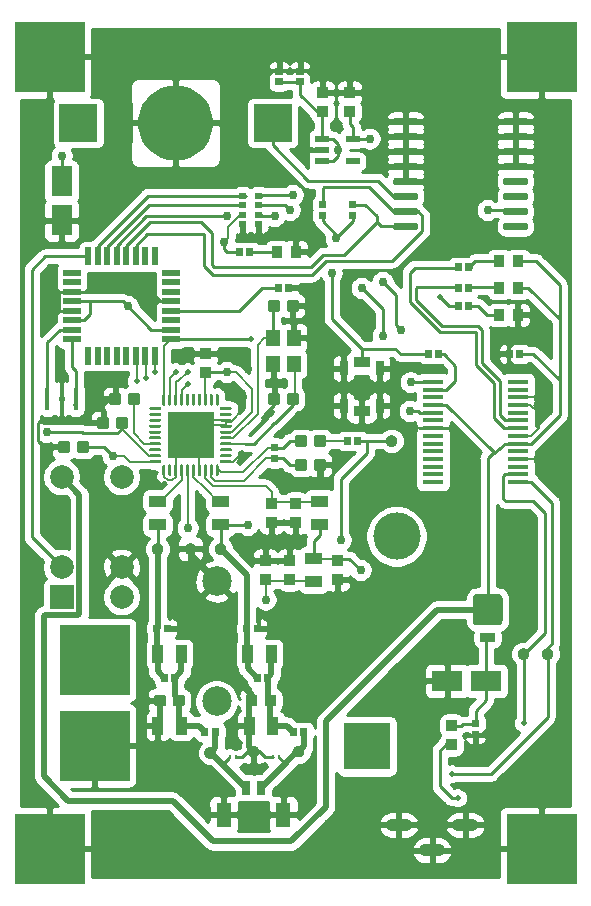
<source format=gtl>
G04 #@! TF.GenerationSoftware,KiCad,Pcbnew,(5.1.5)-3*
G04 #@! TF.CreationDate,2020-09-30T13:58:29-07:00*
G04 #@! TF.ProjectId,Plug_Pass,506c7567-5f50-4617-9373-2e6b69636164,v2.2*
G04 #@! TF.SameCoordinates,Original*
G04 #@! TF.FileFunction,Copper,L1,Top*
G04 #@! TF.FilePolarity,Positive*
%FSLAX46Y46*%
G04 Gerber Fmt 4.6, Leading zero omitted, Abs format (unit mm)*
G04 Created by KiCad (PCBNEW (5.1.5)-3) date 2020-09-30 13:58:29*
%MOMM*%
%LPD*%
G04 APERTURE LIST*
%ADD10R,0.280000X0.430000*%
%ADD11C,0.100000*%
%ADD12R,6.000001X6.000001*%
%ADD13R,3.200000X3.200000*%
%ADD14O,2.200000X1.100000*%
%ADD15R,1.200000X1.400000*%
%ADD16R,0.400000X1.900000*%
%ADD17R,1.400000X0.950000*%
%ADD18R,0.750000X1.150000*%
%ADD19R,2.600000X1.800000*%
%ADD20R,1.800000X2.600000*%
%ADD21C,2.500000*%
%ADD22R,4.000000X4.000000*%
%ADD23C,4.000000*%
%ADD24R,1.300000X2.150000*%
%ADD25R,0.800000X1.200000*%
%ADD26R,0.550000X1.500000*%
%ADD27R,1.500000X0.550000*%
%ADD28R,1.750000X0.450000*%
%ADD29R,1.200000X0.550000*%
%ADD30C,2.000000*%
%ADD31R,2.000000X2.000000*%
%ADD32C,0.762000*%
%ADD33C,0.508000*%
%ADD34C,0.177800*%
%ADD35C,0.254000*%
%ADD36C,0.508000*%
G04 APERTURE END LIST*
D10*
X147319000Y-115697000D03*
X147829000Y-115697000D03*
G04 #@! TA.AperFunction,SMDPad,CuDef*
D11*
G36*
X141702147Y-106209069D02*
G01*
X141703530Y-106209274D01*
X141704887Y-106209614D01*
X141706203Y-106210085D01*
X141707467Y-106210683D01*
X141708667Y-106211402D01*
X141709790Y-106212235D01*
X141710826Y-106213174D01*
X141711765Y-106214210D01*
X141712598Y-106215333D01*
X141713317Y-106216533D01*
X141713915Y-106217797D01*
X141714386Y-106219113D01*
X141714726Y-106220470D01*
X141714931Y-106221853D01*
X141715000Y-106223250D01*
X141715000Y-107644750D01*
X141714931Y-107646147D01*
X141714726Y-107647530D01*
X141714386Y-107648887D01*
X141713915Y-107650203D01*
X141713317Y-107651467D01*
X141712598Y-107652667D01*
X141711765Y-107653790D01*
X141710826Y-107654826D01*
X141709790Y-107655765D01*
X141708667Y-107656598D01*
X141707467Y-107657317D01*
X141706203Y-107657915D01*
X141704887Y-107658386D01*
X141703530Y-107658726D01*
X141702147Y-107658931D01*
X141700750Y-107659000D01*
X140779250Y-107659000D01*
X140777853Y-107658931D01*
X140776470Y-107658726D01*
X140775113Y-107658386D01*
X140773797Y-107657915D01*
X140772533Y-107657317D01*
X140771333Y-107656598D01*
X140770210Y-107655765D01*
X140769174Y-107654826D01*
X140768235Y-107653790D01*
X140767402Y-107652667D01*
X140766683Y-107651467D01*
X140766085Y-107650203D01*
X140765614Y-107648887D01*
X140765274Y-107647530D01*
X140765069Y-107646147D01*
X140765000Y-107644750D01*
X140765000Y-106223250D01*
X140765069Y-106221853D01*
X140765274Y-106220470D01*
X140765614Y-106219113D01*
X140766085Y-106217797D01*
X140766683Y-106216533D01*
X140767402Y-106215333D01*
X140768235Y-106214210D01*
X140769174Y-106213174D01*
X140770210Y-106212235D01*
X140771333Y-106211402D01*
X140772533Y-106210683D01*
X140773797Y-106210085D01*
X140775113Y-106209614D01*
X140776470Y-106209274D01*
X140777853Y-106209069D01*
X140779250Y-106209000D01*
X141700750Y-106209000D01*
X141702147Y-106209069D01*
G37*
G04 #@! TD.AperFunction*
G04 #@! TA.AperFunction,SMDPad,CuDef*
G36*
X143702147Y-106209069D02*
G01*
X143703530Y-106209274D01*
X143704887Y-106209614D01*
X143706203Y-106210085D01*
X143707467Y-106210683D01*
X143708667Y-106211402D01*
X143709790Y-106212235D01*
X143710826Y-106213174D01*
X143711765Y-106214210D01*
X143712598Y-106215333D01*
X143713317Y-106216533D01*
X143713915Y-106217797D01*
X143714386Y-106219113D01*
X143714726Y-106220470D01*
X143714931Y-106221853D01*
X143715000Y-106223250D01*
X143715000Y-107644750D01*
X143714931Y-107646147D01*
X143714726Y-107647530D01*
X143714386Y-107648887D01*
X143713915Y-107650203D01*
X143713317Y-107651467D01*
X143712598Y-107652667D01*
X143711765Y-107653790D01*
X143710826Y-107654826D01*
X143709790Y-107655765D01*
X143708667Y-107656598D01*
X143707467Y-107657317D01*
X143706203Y-107657915D01*
X143704887Y-107658386D01*
X143703530Y-107658726D01*
X143702147Y-107658931D01*
X143700750Y-107659000D01*
X142779250Y-107659000D01*
X142777853Y-107658931D01*
X142776470Y-107658726D01*
X142775113Y-107658386D01*
X142773797Y-107657915D01*
X142772533Y-107657317D01*
X142771333Y-107656598D01*
X142770210Y-107655765D01*
X142769174Y-107654826D01*
X142768235Y-107653790D01*
X142767402Y-107652667D01*
X142766683Y-107651467D01*
X142766085Y-107650203D01*
X142765614Y-107648887D01*
X142765274Y-107647530D01*
X142765069Y-107646147D01*
X142765000Y-107644750D01*
X142765000Y-106223250D01*
X142765069Y-106221853D01*
X142765274Y-106220470D01*
X142765614Y-106219113D01*
X142766085Y-106217797D01*
X142766683Y-106216533D01*
X142767402Y-106215333D01*
X142768235Y-106214210D01*
X142769174Y-106213174D01*
X142770210Y-106212235D01*
X142771333Y-106211402D01*
X142772533Y-106210683D01*
X142773797Y-106210085D01*
X142775113Y-106209614D01*
X142776470Y-106209274D01*
X142777853Y-106209069D01*
X142779250Y-106209000D01*
X143700750Y-106209000D01*
X143702147Y-106209069D01*
G37*
G04 #@! TD.AperFunction*
G04 #@! TA.AperFunction,SMDPad,CuDef*
G36*
X145520612Y-113228045D02*
G01*
X145521514Y-113228179D01*
X145522400Y-113228400D01*
X145523259Y-113228708D01*
X145524084Y-113229098D01*
X145524867Y-113229567D01*
X145525600Y-113230111D01*
X145526276Y-113230724D01*
X145526889Y-113231400D01*
X145527433Y-113232133D01*
X145527902Y-113232916D01*
X145528292Y-113233741D01*
X145528600Y-113234600D01*
X145528821Y-113235486D01*
X145528955Y-113236388D01*
X145529000Y-113237300D01*
X145529000Y-113838700D01*
X145528955Y-113839612D01*
X145528821Y-113840514D01*
X145528600Y-113841400D01*
X145528292Y-113842259D01*
X145527902Y-113843084D01*
X145527433Y-113843867D01*
X145526889Y-113844600D01*
X145526276Y-113845276D01*
X145525600Y-113845889D01*
X145524867Y-113846433D01*
X145524084Y-113846902D01*
X145523259Y-113847292D01*
X145522400Y-113847600D01*
X145521514Y-113847821D01*
X145520612Y-113847955D01*
X145519700Y-113848000D01*
X144918300Y-113848000D01*
X144917388Y-113847955D01*
X144916486Y-113847821D01*
X144915600Y-113847600D01*
X144914741Y-113847292D01*
X144913916Y-113846902D01*
X144913133Y-113846433D01*
X144912400Y-113845889D01*
X144911724Y-113845276D01*
X144911111Y-113844600D01*
X144910567Y-113843867D01*
X144910098Y-113843084D01*
X144909708Y-113842259D01*
X144909400Y-113841400D01*
X144909179Y-113840514D01*
X144909045Y-113839612D01*
X144909000Y-113838700D01*
X144909000Y-113237300D01*
X144909045Y-113236388D01*
X144909179Y-113235486D01*
X144909400Y-113234600D01*
X144909708Y-113233741D01*
X144910098Y-113232916D01*
X144910567Y-113232133D01*
X144911111Y-113231400D01*
X144911724Y-113230724D01*
X144912400Y-113230111D01*
X144913133Y-113229567D01*
X144913916Y-113229098D01*
X144914741Y-113228708D01*
X144915600Y-113228400D01*
X144916486Y-113228179D01*
X144917388Y-113228045D01*
X144918300Y-113228000D01*
X145519700Y-113228000D01*
X145520612Y-113228045D01*
G37*
G04 #@! TD.AperFunction*
G04 #@! TA.AperFunction,SMDPad,CuDef*
G36*
X146420612Y-113228045D02*
G01*
X146421514Y-113228179D01*
X146422400Y-113228400D01*
X146423259Y-113228708D01*
X146424084Y-113229098D01*
X146424867Y-113229567D01*
X146425600Y-113230111D01*
X146426276Y-113230724D01*
X146426889Y-113231400D01*
X146427433Y-113232133D01*
X146427902Y-113232916D01*
X146428292Y-113233741D01*
X146428600Y-113234600D01*
X146428821Y-113235486D01*
X146428955Y-113236388D01*
X146429000Y-113237300D01*
X146429000Y-113838700D01*
X146428955Y-113839612D01*
X146428821Y-113840514D01*
X146428600Y-113841400D01*
X146428292Y-113842259D01*
X146427902Y-113843084D01*
X146427433Y-113843867D01*
X146426889Y-113844600D01*
X146426276Y-113845276D01*
X146425600Y-113845889D01*
X146424867Y-113846433D01*
X146424084Y-113846902D01*
X146423259Y-113847292D01*
X146422400Y-113847600D01*
X146421514Y-113847821D01*
X146420612Y-113847955D01*
X146419700Y-113848000D01*
X145818300Y-113848000D01*
X145817388Y-113847955D01*
X145816486Y-113847821D01*
X145815600Y-113847600D01*
X145814741Y-113847292D01*
X145813916Y-113846902D01*
X145813133Y-113846433D01*
X145812400Y-113845889D01*
X145811724Y-113845276D01*
X145811111Y-113844600D01*
X145810567Y-113843867D01*
X145810098Y-113843084D01*
X145809708Y-113842259D01*
X145809400Y-113841400D01*
X145809179Y-113840514D01*
X145809045Y-113839612D01*
X145809000Y-113838700D01*
X145809000Y-113237300D01*
X145809045Y-113236388D01*
X145809179Y-113235486D01*
X145809400Y-113234600D01*
X145809708Y-113233741D01*
X145810098Y-113232916D01*
X145810567Y-113232133D01*
X145811111Y-113231400D01*
X145811724Y-113230724D01*
X145812400Y-113230111D01*
X145813133Y-113229567D01*
X145813916Y-113229098D01*
X145814741Y-113228708D01*
X145815600Y-113228400D01*
X145816486Y-113228179D01*
X145817388Y-113228045D01*
X145818300Y-113228000D01*
X146419700Y-113228000D01*
X146420612Y-113228045D01*
G37*
G04 #@! TD.AperFunction*
D12*
X173736000Y-123444000D03*
X173736000Y-56388000D03*
X132080000Y-123444000D03*
X132080000Y-56388000D03*
D13*
X150973400Y-61976000D03*
X134522600Y-61976000D03*
G04 #@! TA.AperFunction,SMDPad,CuDef*
D11*
G36*
X143059205Y-58816287D02*
G01*
X143367413Y-58862006D01*
X143669655Y-58937713D01*
X143963021Y-59042681D01*
X144244686Y-59175899D01*
X144511936Y-59336083D01*
X144762200Y-59521691D01*
X144993065Y-59730935D01*
X145202309Y-59961800D01*
X145387917Y-60212064D01*
X145548101Y-60479314D01*
X145681319Y-60760979D01*
X145786287Y-61054345D01*
X145861994Y-61356587D01*
X145907713Y-61664795D01*
X145923001Y-61975999D01*
X145923001Y-61976001D01*
X145907713Y-62287205D01*
X145861994Y-62595413D01*
X145786287Y-62897655D01*
X145681319Y-63191021D01*
X145548101Y-63472686D01*
X145387917Y-63739936D01*
X145202309Y-63990200D01*
X144993065Y-64221065D01*
X144762200Y-64430309D01*
X144511936Y-64615917D01*
X144244686Y-64776101D01*
X143963021Y-64909319D01*
X143669655Y-65014287D01*
X143367413Y-65089994D01*
X143059205Y-65135713D01*
X142748001Y-65151001D01*
X142747999Y-65151001D01*
X142436795Y-65135713D01*
X142128587Y-65089994D01*
X141826345Y-65014287D01*
X141532979Y-64909319D01*
X141251314Y-64776101D01*
X140984064Y-64615917D01*
X140733800Y-64430309D01*
X140502935Y-64221065D01*
X140293691Y-63990200D01*
X140108083Y-63739936D01*
X139947899Y-63472686D01*
X139814681Y-63191021D01*
X139709713Y-62897655D01*
X139634006Y-62595413D01*
X139588287Y-62287205D01*
X139572999Y-61976001D01*
X139572999Y-61975999D01*
X139588287Y-61664795D01*
X139634006Y-61356587D01*
X139709713Y-61054345D01*
X139814681Y-60760979D01*
X139947899Y-60479314D01*
X140108083Y-60212064D01*
X140293691Y-59961800D01*
X140502935Y-59730935D01*
X140733800Y-59521691D01*
X140984064Y-59336083D01*
X141251314Y-59175899D01*
X141532979Y-59042681D01*
X141826345Y-58937713D01*
X142128587Y-58862006D01*
X142436795Y-58816287D01*
X142747999Y-58800999D01*
X142748001Y-58800999D01*
X143059205Y-58816287D01*
G37*
G04 #@! TD.AperFunction*
D14*
X161665000Y-121412000D03*
X167265000Y-121412000D03*
X164465000Y-123562000D03*
D15*
X151042000Y-82380000D03*
X151042000Y-80180000D03*
X152742000Y-80180000D03*
X152742000Y-82380000D03*
G04 #@! TA.AperFunction,SMDPad,CuDef*
D11*
G36*
X151812612Y-57279045D02*
G01*
X151813514Y-57279179D01*
X151814400Y-57279400D01*
X151815259Y-57279708D01*
X151816084Y-57280098D01*
X151816867Y-57280567D01*
X151817600Y-57281111D01*
X151818276Y-57281724D01*
X151818889Y-57282400D01*
X151819433Y-57283133D01*
X151819902Y-57283916D01*
X151820292Y-57284741D01*
X151820600Y-57285600D01*
X151820821Y-57286486D01*
X151820955Y-57287388D01*
X151821000Y-57288300D01*
X151821000Y-57889700D01*
X151820955Y-57890612D01*
X151820821Y-57891514D01*
X151820600Y-57892400D01*
X151820292Y-57893259D01*
X151819902Y-57894084D01*
X151819433Y-57894867D01*
X151818889Y-57895600D01*
X151818276Y-57896276D01*
X151817600Y-57896889D01*
X151816867Y-57897433D01*
X151816084Y-57897902D01*
X151815259Y-57898292D01*
X151814400Y-57898600D01*
X151813514Y-57898821D01*
X151812612Y-57898955D01*
X151811700Y-57899000D01*
X151210300Y-57899000D01*
X151209388Y-57898955D01*
X151208486Y-57898821D01*
X151207600Y-57898600D01*
X151206741Y-57898292D01*
X151205916Y-57897902D01*
X151205133Y-57897433D01*
X151204400Y-57896889D01*
X151203724Y-57896276D01*
X151203111Y-57895600D01*
X151202567Y-57894867D01*
X151202098Y-57894084D01*
X151201708Y-57893259D01*
X151201400Y-57892400D01*
X151201179Y-57891514D01*
X151201045Y-57890612D01*
X151201000Y-57889700D01*
X151201000Y-57288300D01*
X151201045Y-57287388D01*
X151201179Y-57286486D01*
X151201400Y-57285600D01*
X151201708Y-57284741D01*
X151202098Y-57283916D01*
X151202567Y-57283133D01*
X151203111Y-57282400D01*
X151203724Y-57281724D01*
X151204400Y-57281111D01*
X151205133Y-57280567D01*
X151205916Y-57280098D01*
X151206741Y-57279708D01*
X151207600Y-57279400D01*
X151208486Y-57279179D01*
X151209388Y-57279045D01*
X151210300Y-57279000D01*
X151811700Y-57279000D01*
X151812612Y-57279045D01*
G37*
G04 #@! TD.AperFunction*
G04 #@! TA.AperFunction,SMDPad,CuDef*
G36*
X151812612Y-58179045D02*
G01*
X151813514Y-58179179D01*
X151814400Y-58179400D01*
X151815259Y-58179708D01*
X151816084Y-58180098D01*
X151816867Y-58180567D01*
X151817600Y-58181111D01*
X151818276Y-58181724D01*
X151818889Y-58182400D01*
X151819433Y-58183133D01*
X151819902Y-58183916D01*
X151820292Y-58184741D01*
X151820600Y-58185600D01*
X151820821Y-58186486D01*
X151820955Y-58187388D01*
X151821000Y-58188300D01*
X151821000Y-58789700D01*
X151820955Y-58790612D01*
X151820821Y-58791514D01*
X151820600Y-58792400D01*
X151820292Y-58793259D01*
X151819902Y-58794084D01*
X151819433Y-58794867D01*
X151818889Y-58795600D01*
X151818276Y-58796276D01*
X151817600Y-58796889D01*
X151816867Y-58797433D01*
X151816084Y-58797902D01*
X151815259Y-58798292D01*
X151814400Y-58798600D01*
X151813514Y-58798821D01*
X151812612Y-58798955D01*
X151811700Y-58799000D01*
X151210300Y-58799000D01*
X151209388Y-58798955D01*
X151208486Y-58798821D01*
X151207600Y-58798600D01*
X151206741Y-58798292D01*
X151205916Y-58797902D01*
X151205133Y-58797433D01*
X151204400Y-58796889D01*
X151203724Y-58796276D01*
X151203111Y-58795600D01*
X151202567Y-58794867D01*
X151202098Y-58794084D01*
X151201708Y-58793259D01*
X151201400Y-58792400D01*
X151201179Y-58791514D01*
X151201045Y-58790612D01*
X151201000Y-58789700D01*
X151201000Y-58188300D01*
X151201045Y-58187388D01*
X151201179Y-58186486D01*
X151201400Y-58185600D01*
X151201708Y-58184741D01*
X151202098Y-58183916D01*
X151202567Y-58183133D01*
X151203111Y-58182400D01*
X151203724Y-58181724D01*
X151204400Y-58181111D01*
X151205133Y-58180567D01*
X151205916Y-58180098D01*
X151206741Y-58179708D01*
X151207600Y-58179400D01*
X151208486Y-58179179D01*
X151209388Y-58179045D01*
X151210300Y-58179000D01*
X151811700Y-58179000D01*
X151812612Y-58179045D01*
G37*
G04 #@! TD.AperFunction*
D16*
X134296000Y-85344000D03*
X133096000Y-85344000D03*
X131896000Y-85344000D03*
G04 #@! TA.AperFunction,SMDPad,CuDef*
D11*
G36*
X170579823Y-73185065D02*
G01*
X170581134Y-73185259D01*
X170582419Y-73185581D01*
X170583666Y-73186028D01*
X170584864Y-73186594D01*
X170586000Y-73187275D01*
X170587064Y-73188064D01*
X170588046Y-73188954D01*
X170588936Y-73189936D01*
X170589725Y-73191000D01*
X170590406Y-73192136D01*
X170590972Y-73193334D01*
X170591419Y-73194581D01*
X170591741Y-73195866D01*
X170591935Y-73197177D01*
X170592000Y-73198500D01*
X170592000Y-74121500D01*
X170591935Y-74122823D01*
X170591741Y-74124134D01*
X170591419Y-74125419D01*
X170590972Y-74126666D01*
X170590406Y-74127864D01*
X170589725Y-74129000D01*
X170588936Y-74130064D01*
X170588046Y-74131046D01*
X170587064Y-74131936D01*
X170586000Y-74132725D01*
X170584864Y-74133406D01*
X170583666Y-74133972D01*
X170582419Y-74134419D01*
X170581134Y-74134741D01*
X170579823Y-74134935D01*
X170578500Y-74135000D01*
X169705500Y-74135000D01*
X169704177Y-74134935D01*
X169702866Y-74134741D01*
X169701581Y-74134419D01*
X169700334Y-74133972D01*
X169699136Y-74133406D01*
X169698000Y-74132725D01*
X169696936Y-74131936D01*
X169695954Y-74131046D01*
X169695064Y-74130064D01*
X169694275Y-74129000D01*
X169693594Y-74127864D01*
X169693028Y-74126666D01*
X169692581Y-74125419D01*
X169692259Y-74124134D01*
X169692065Y-74122823D01*
X169692000Y-74121500D01*
X169692000Y-73198500D01*
X169692065Y-73197177D01*
X169692259Y-73195866D01*
X169692581Y-73194581D01*
X169693028Y-73193334D01*
X169693594Y-73192136D01*
X169694275Y-73191000D01*
X169695064Y-73189936D01*
X169695954Y-73188954D01*
X169696936Y-73188064D01*
X169698000Y-73187275D01*
X169699136Y-73186594D01*
X169700334Y-73186028D01*
X169701581Y-73185581D01*
X169702866Y-73185259D01*
X169704177Y-73185065D01*
X169705500Y-73185000D01*
X170578500Y-73185000D01*
X170579823Y-73185065D01*
G37*
G04 #@! TD.AperFunction*
G04 #@! TA.AperFunction,SMDPad,CuDef*
G36*
X172179823Y-73185065D02*
G01*
X172181134Y-73185259D01*
X172182419Y-73185581D01*
X172183666Y-73186028D01*
X172184864Y-73186594D01*
X172186000Y-73187275D01*
X172187064Y-73188064D01*
X172188046Y-73188954D01*
X172188936Y-73189936D01*
X172189725Y-73191000D01*
X172190406Y-73192136D01*
X172190972Y-73193334D01*
X172191419Y-73194581D01*
X172191741Y-73195866D01*
X172191935Y-73197177D01*
X172192000Y-73198500D01*
X172192000Y-74121500D01*
X172191935Y-74122823D01*
X172191741Y-74124134D01*
X172191419Y-74125419D01*
X172190972Y-74126666D01*
X172190406Y-74127864D01*
X172189725Y-74129000D01*
X172188936Y-74130064D01*
X172188046Y-74131046D01*
X172187064Y-74131936D01*
X172186000Y-74132725D01*
X172184864Y-74133406D01*
X172183666Y-74133972D01*
X172182419Y-74134419D01*
X172181134Y-74134741D01*
X172179823Y-74134935D01*
X172178500Y-74135000D01*
X171305500Y-74135000D01*
X171304177Y-74134935D01*
X171302866Y-74134741D01*
X171301581Y-74134419D01*
X171300334Y-74133972D01*
X171299136Y-74133406D01*
X171298000Y-74132725D01*
X171296936Y-74131936D01*
X171295954Y-74131046D01*
X171295064Y-74130064D01*
X171294275Y-74129000D01*
X171293594Y-74127864D01*
X171293028Y-74126666D01*
X171292581Y-74125419D01*
X171292259Y-74124134D01*
X171292065Y-74122823D01*
X171292000Y-74121500D01*
X171292000Y-73198500D01*
X171292065Y-73197177D01*
X171292259Y-73195866D01*
X171292581Y-73194581D01*
X171293028Y-73193334D01*
X171293594Y-73192136D01*
X171294275Y-73191000D01*
X171295064Y-73189936D01*
X171295954Y-73188954D01*
X171296936Y-73188064D01*
X171298000Y-73187275D01*
X171299136Y-73186594D01*
X171300334Y-73186028D01*
X171301581Y-73185581D01*
X171302866Y-73185259D01*
X171304177Y-73185065D01*
X171305500Y-73185000D01*
X172178500Y-73185000D01*
X172179823Y-73185065D01*
G37*
G04 #@! TD.AperFunction*
D17*
X158496000Y-82253000D03*
X158496000Y-86403000D03*
D18*
X160021000Y-82753000D03*
X156971000Y-82753000D03*
X160021000Y-85903000D03*
X156971000Y-85903000D03*
G04 #@! TA.AperFunction,SMDPad,CuDef*
D11*
G36*
X170579823Y-75471065D02*
G01*
X170581134Y-75471259D01*
X170582419Y-75471581D01*
X170583666Y-75472028D01*
X170584864Y-75472594D01*
X170586000Y-75473275D01*
X170587064Y-75474064D01*
X170588046Y-75474954D01*
X170588936Y-75475936D01*
X170589725Y-75477000D01*
X170590406Y-75478136D01*
X170590972Y-75479334D01*
X170591419Y-75480581D01*
X170591741Y-75481866D01*
X170591935Y-75483177D01*
X170592000Y-75484500D01*
X170592000Y-76407500D01*
X170591935Y-76408823D01*
X170591741Y-76410134D01*
X170591419Y-76411419D01*
X170590972Y-76412666D01*
X170590406Y-76413864D01*
X170589725Y-76415000D01*
X170588936Y-76416064D01*
X170588046Y-76417046D01*
X170587064Y-76417936D01*
X170586000Y-76418725D01*
X170584864Y-76419406D01*
X170583666Y-76419972D01*
X170582419Y-76420419D01*
X170581134Y-76420741D01*
X170579823Y-76420935D01*
X170578500Y-76421000D01*
X169705500Y-76421000D01*
X169704177Y-76420935D01*
X169702866Y-76420741D01*
X169701581Y-76420419D01*
X169700334Y-76419972D01*
X169699136Y-76419406D01*
X169698000Y-76418725D01*
X169696936Y-76417936D01*
X169695954Y-76417046D01*
X169695064Y-76416064D01*
X169694275Y-76415000D01*
X169693594Y-76413864D01*
X169693028Y-76412666D01*
X169692581Y-76411419D01*
X169692259Y-76410134D01*
X169692065Y-76408823D01*
X169692000Y-76407500D01*
X169692000Y-75484500D01*
X169692065Y-75483177D01*
X169692259Y-75481866D01*
X169692581Y-75480581D01*
X169693028Y-75479334D01*
X169693594Y-75478136D01*
X169694275Y-75477000D01*
X169695064Y-75475936D01*
X169695954Y-75474954D01*
X169696936Y-75474064D01*
X169698000Y-75473275D01*
X169699136Y-75472594D01*
X169700334Y-75472028D01*
X169701581Y-75471581D01*
X169702866Y-75471259D01*
X169704177Y-75471065D01*
X169705500Y-75471000D01*
X170578500Y-75471000D01*
X170579823Y-75471065D01*
G37*
G04 #@! TD.AperFunction*
G04 #@! TA.AperFunction,SMDPad,CuDef*
G36*
X172179823Y-75471065D02*
G01*
X172181134Y-75471259D01*
X172182419Y-75471581D01*
X172183666Y-75472028D01*
X172184864Y-75472594D01*
X172186000Y-75473275D01*
X172187064Y-75474064D01*
X172188046Y-75474954D01*
X172188936Y-75475936D01*
X172189725Y-75477000D01*
X172190406Y-75478136D01*
X172190972Y-75479334D01*
X172191419Y-75480581D01*
X172191741Y-75481866D01*
X172191935Y-75483177D01*
X172192000Y-75484500D01*
X172192000Y-76407500D01*
X172191935Y-76408823D01*
X172191741Y-76410134D01*
X172191419Y-76411419D01*
X172190972Y-76412666D01*
X172190406Y-76413864D01*
X172189725Y-76415000D01*
X172188936Y-76416064D01*
X172188046Y-76417046D01*
X172187064Y-76417936D01*
X172186000Y-76418725D01*
X172184864Y-76419406D01*
X172183666Y-76419972D01*
X172182419Y-76420419D01*
X172181134Y-76420741D01*
X172179823Y-76420935D01*
X172178500Y-76421000D01*
X171305500Y-76421000D01*
X171304177Y-76420935D01*
X171302866Y-76420741D01*
X171301581Y-76420419D01*
X171300334Y-76419972D01*
X171299136Y-76419406D01*
X171298000Y-76418725D01*
X171296936Y-76417936D01*
X171295954Y-76417046D01*
X171295064Y-76416064D01*
X171294275Y-76415000D01*
X171293594Y-76413864D01*
X171293028Y-76412666D01*
X171292581Y-76411419D01*
X171292259Y-76410134D01*
X171292065Y-76408823D01*
X171292000Y-76407500D01*
X171292000Y-75484500D01*
X171292065Y-75483177D01*
X171292259Y-75481866D01*
X171292581Y-75480581D01*
X171293028Y-75479334D01*
X171293594Y-75478136D01*
X171294275Y-75477000D01*
X171295064Y-75475936D01*
X171295954Y-75474954D01*
X171296936Y-75474064D01*
X171298000Y-75473275D01*
X171299136Y-75472594D01*
X171300334Y-75472028D01*
X171301581Y-75471581D01*
X171302866Y-75471259D01*
X171304177Y-75471065D01*
X171305500Y-75471000D01*
X172178500Y-75471000D01*
X172179823Y-75471065D01*
G37*
G04 #@! TD.AperFunction*
G04 #@! TA.AperFunction,SMDPad,CuDef*
G36*
X167883612Y-77160045D02*
G01*
X167884514Y-77160179D01*
X167885400Y-77160400D01*
X167886259Y-77160708D01*
X167887084Y-77161098D01*
X167887867Y-77161567D01*
X167888600Y-77162111D01*
X167889276Y-77162724D01*
X167889889Y-77163400D01*
X167890433Y-77164133D01*
X167890902Y-77164916D01*
X167891292Y-77165741D01*
X167891600Y-77166600D01*
X167891821Y-77167486D01*
X167891955Y-77168388D01*
X167892000Y-77169300D01*
X167892000Y-77770700D01*
X167891955Y-77771612D01*
X167891821Y-77772514D01*
X167891600Y-77773400D01*
X167891292Y-77774259D01*
X167890902Y-77775084D01*
X167890433Y-77775867D01*
X167889889Y-77776600D01*
X167889276Y-77777276D01*
X167888600Y-77777889D01*
X167887867Y-77778433D01*
X167887084Y-77778902D01*
X167886259Y-77779292D01*
X167885400Y-77779600D01*
X167884514Y-77779821D01*
X167883612Y-77779955D01*
X167882700Y-77780000D01*
X167281300Y-77780000D01*
X167280388Y-77779955D01*
X167279486Y-77779821D01*
X167278600Y-77779600D01*
X167277741Y-77779292D01*
X167276916Y-77778902D01*
X167276133Y-77778433D01*
X167275400Y-77777889D01*
X167274724Y-77777276D01*
X167274111Y-77776600D01*
X167273567Y-77775867D01*
X167273098Y-77775084D01*
X167272708Y-77774259D01*
X167272400Y-77773400D01*
X167272179Y-77772514D01*
X167272045Y-77771612D01*
X167272000Y-77770700D01*
X167272000Y-77169300D01*
X167272045Y-77168388D01*
X167272179Y-77167486D01*
X167272400Y-77166600D01*
X167272708Y-77165741D01*
X167273098Y-77164916D01*
X167273567Y-77164133D01*
X167274111Y-77163400D01*
X167274724Y-77162724D01*
X167275400Y-77162111D01*
X167276133Y-77161567D01*
X167276916Y-77161098D01*
X167277741Y-77160708D01*
X167278600Y-77160400D01*
X167279486Y-77160179D01*
X167280388Y-77160045D01*
X167281300Y-77160000D01*
X167882700Y-77160000D01*
X167883612Y-77160045D01*
G37*
G04 #@! TD.AperFunction*
G04 #@! TA.AperFunction,SMDPad,CuDef*
G36*
X166983612Y-77160045D02*
G01*
X166984514Y-77160179D01*
X166985400Y-77160400D01*
X166986259Y-77160708D01*
X166987084Y-77161098D01*
X166987867Y-77161567D01*
X166988600Y-77162111D01*
X166989276Y-77162724D01*
X166989889Y-77163400D01*
X166990433Y-77164133D01*
X166990902Y-77164916D01*
X166991292Y-77165741D01*
X166991600Y-77166600D01*
X166991821Y-77167486D01*
X166991955Y-77168388D01*
X166992000Y-77169300D01*
X166992000Y-77770700D01*
X166991955Y-77771612D01*
X166991821Y-77772514D01*
X166991600Y-77773400D01*
X166991292Y-77774259D01*
X166990902Y-77775084D01*
X166990433Y-77775867D01*
X166989889Y-77776600D01*
X166989276Y-77777276D01*
X166988600Y-77777889D01*
X166987867Y-77778433D01*
X166987084Y-77778902D01*
X166986259Y-77779292D01*
X166985400Y-77779600D01*
X166984514Y-77779821D01*
X166983612Y-77779955D01*
X166982700Y-77780000D01*
X166381300Y-77780000D01*
X166380388Y-77779955D01*
X166379486Y-77779821D01*
X166378600Y-77779600D01*
X166377741Y-77779292D01*
X166376916Y-77778902D01*
X166376133Y-77778433D01*
X166375400Y-77777889D01*
X166374724Y-77777276D01*
X166374111Y-77776600D01*
X166373567Y-77775867D01*
X166373098Y-77775084D01*
X166372708Y-77774259D01*
X166372400Y-77773400D01*
X166372179Y-77772514D01*
X166372045Y-77771612D01*
X166372000Y-77770700D01*
X166372000Y-77169300D01*
X166372045Y-77168388D01*
X166372179Y-77167486D01*
X166372400Y-77166600D01*
X166372708Y-77165741D01*
X166373098Y-77164916D01*
X166373567Y-77164133D01*
X166374111Y-77163400D01*
X166374724Y-77162724D01*
X166375400Y-77162111D01*
X166376133Y-77161567D01*
X166376916Y-77161098D01*
X166377741Y-77160708D01*
X166378600Y-77160400D01*
X166379486Y-77160179D01*
X166380388Y-77160045D01*
X166381300Y-77160000D01*
X166982700Y-77160000D01*
X166983612Y-77160045D01*
G37*
G04 #@! TD.AperFunction*
G04 #@! TA.AperFunction,SMDPad,CuDef*
G36*
X167883612Y-73858045D02*
G01*
X167884514Y-73858179D01*
X167885400Y-73858400D01*
X167886259Y-73858708D01*
X167887084Y-73859098D01*
X167887867Y-73859567D01*
X167888600Y-73860111D01*
X167889276Y-73860724D01*
X167889889Y-73861400D01*
X167890433Y-73862133D01*
X167890902Y-73862916D01*
X167891292Y-73863741D01*
X167891600Y-73864600D01*
X167891821Y-73865486D01*
X167891955Y-73866388D01*
X167892000Y-73867300D01*
X167892000Y-74468700D01*
X167891955Y-74469612D01*
X167891821Y-74470514D01*
X167891600Y-74471400D01*
X167891292Y-74472259D01*
X167890902Y-74473084D01*
X167890433Y-74473867D01*
X167889889Y-74474600D01*
X167889276Y-74475276D01*
X167888600Y-74475889D01*
X167887867Y-74476433D01*
X167887084Y-74476902D01*
X167886259Y-74477292D01*
X167885400Y-74477600D01*
X167884514Y-74477821D01*
X167883612Y-74477955D01*
X167882700Y-74478000D01*
X167281300Y-74478000D01*
X167280388Y-74477955D01*
X167279486Y-74477821D01*
X167278600Y-74477600D01*
X167277741Y-74477292D01*
X167276916Y-74476902D01*
X167276133Y-74476433D01*
X167275400Y-74475889D01*
X167274724Y-74475276D01*
X167274111Y-74474600D01*
X167273567Y-74473867D01*
X167273098Y-74473084D01*
X167272708Y-74472259D01*
X167272400Y-74471400D01*
X167272179Y-74470514D01*
X167272045Y-74469612D01*
X167272000Y-74468700D01*
X167272000Y-73867300D01*
X167272045Y-73866388D01*
X167272179Y-73865486D01*
X167272400Y-73864600D01*
X167272708Y-73863741D01*
X167273098Y-73862916D01*
X167273567Y-73862133D01*
X167274111Y-73861400D01*
X167274724Y-73860724D01*
X167275400Y-73860111D01*
X167276133Y-73859567D01*
X167276916Y-73859098D01*
X167277741Y-73858708D01*
X167278600Y-73858400D01*
X167279486Y-73858179D01*
X167280388Y-73858045D01*
X167281300Y-73858000D01*
X167882700Y-73858000D01*
X167883612Y-73858045D01*
G37*
G04 #@! TD.AperFunction*
G04 #@! TA.AperFunction,SMDPad,CuDef*
G36*
X166983612Y-73858045D02*
G01*
X166984514Y-73858179D01*
X166985400Y-73858400D01*
X166986259Y-73858708D01*
X166987084Y-73859098D01*
X166987867Y-73859567D01*
X166988600Y-73860111D01*
X166989276Y-73860724D01*
X166989889Y-73861400D01*
X166990433Y-73862133D01*
X166990902Y-73862916D01*
X166991292Y-73863741D01*
X166991600Y-73864600D01*
X166991821Y-73865486D01*
X166991955Y-73866388D01*
X166992000Y-73867300D01*
X166992000Y-74468700D01*
X166991955Y-74469612D01*
X166991821Y-74470514D01*
X166991600Y-74471400D01*
X166991292Y-74472259D01*
X166990902Y-74473084D01*
X166990433Y-74473867D01*
X166989889Y-74474600D01*
X166989276Y-74475276D01*
X166988600Y-74475889D01*
X166987867Y-74476433D01*
X166987084Y-74476902D01*
X166986259Y-74477292D01*
X166985400Y-74477600D01*
X166984514Y-74477821D01*
X166983612Y-74477955D01*
X166982700Y-74478000D01*
X166381300Y-74478000D01*
X166380388Y-74477955D01*
X166379486Y-74477821D01*
X166378600Y-74477600D01*
X166377741Y-74477292D01*
X166376916Y-74476902D01*
X166376133Y-74476433D01*
X166375400Y-74475889D01*
X166374724Y-74475276D01*
X166374111Y-74474600D01*
X166373567Y-74473867D01*
X166373098Y-74473084D01*
X166372708Y-74472259D01*
X166372400Y-74471400D01*
X166372179Y-74470514D01*
X166372045Y-74469612D01*
X166372000Y-74468700D01*
X166372000Y-73867300D01*
X166372045Y-73866388D01*
X166372179Y-73865486D01*
X166372400Y-73864600D01*
X166372708Y-73863741D01*
X166373098Y-73862916D01*
X166373567Y-73862133D01*
X166374111Y-73861400D01*
X166374724Y-73860724D01*
X166375400Y-73860111D01*
X166376133Y-73859567D01*
X166376916Y-73859098D01*
X166377741Y-73858708D01*
X166378600Y-73858400D01*
X166379486Y-73858179D01*
X166380388Y-73858045D01*
X166381300Y-73858000D01*
X166982700Y-73858000D01*
X166983612Y-73858045D01*
G37*
G04 #@! TD.AperFunction*
G04 #@! TA.AperFunction,SMDPad,CuDef*
G36*
X167883612Y-75636045D02*
G01*
X167884514Y-75636179D01*
X167885400Y-75636400D01*
X167886259Y-75636708D01*
X167887084Y-75637098D01*
X167887867Y-75637567D01*
X167888600Y-75638111D01*
X167889276Y-75638724D01*
X167889889Y-75639400D01*
X167890433Y-75640133D01*
X167890902Y-75640916D01*
X167891292Y-75641741D01*
X167891600Y-75642600D01*
X167891821Y-75643486D01*
X167891955Y-75644388D01*
X167892000Y-75645300D01*
X167892000Y-76246700D01*
X167891955Y-76247612D01*
X167891821Y-76248514D01*
X167891600Y-76249400D01*
X167891292Y-76250259D01*
X167890902Y-76251084D01*
X167890433Y-76251867D01*
X167889889Y-76252600D01*
X167889276Y-76253276D01*
X167888600Y-76253889D01*
X167887867Y-76254433D01*
X167887084Y-76254902D01*
X167886259Y-76255292D01*
X167885400Y-76255600D01*
X167884514Y-76255821D01*
X167883612Y-76255955D01*
X167882700Y-76256000D01*
X167281300Y-76256000D01*
X167280388Y-76255955D01*
X167279486Y-76255821D01*
X167278600Y-76255600D01*
X167277741Y-76255292D01*
X167276916Y-76254902D01*
X167276133Y-76254433D01*
X167275400Y-76253889D01*
X167274724Y-76253276D01*
X167274111Y-76252600D01*
X167273567Y-76251867D01*
X167273098Y-76251084D01*
X167272708Y-76250259D01*
X167272400Y-76249400D01*
X167272179Y-76248514D01*
X167272045Y-76247612D01*
X167272000Y-76246700D01*
X167272000Y-75645300D01*
X167272045Y-75644388D01*
X167272179Y-75643486D01*
X167272400Y-75642600D01*
X167272708Y-75641741D01*
X167273098Y-75640916D01*
X167273567Y-75640133D01*
X167274111Y-75639400D01*
X167274724Y-75638724D01*
X167275400Y-75638111D01*
X167276133Y-75637567D01*
X167276916Y-75637098D01*
X167277741Y-75636708D01*
X167278600Y-75636400D01*
X167279486Y-75636179D01*
X167280388Y-75636045D01*
X167281300Y-75636000D01*
X167882700Y-75636000D01*
X167883612Y-75636045D01*
G37*
G04 #@! TD.AperFunction*
G04 #@! TA.AperFunction,SMDPad,CuDef*
G36*
X166983612Y-75636045D02*
G01*
X166984514Y-75636179D01*
X166985400Y-75636400D01*
X166986259Y-75636708D01*
X166987084Y-75637098D01*
X166987867Y-75637567D01*
X166988600Y-75638111D01*
X166989276Y-75638724D01*
X166989889Y-75639400D01*
X166990433Y-75640133D01*
X166990902Y-75640916D01*
X166991292Y-75641741D01*
X166991600Y-75642600D01*
X166991821Y-75643486D01*
X166991955Y-75644388D01*
X166992000Y-75645300D01*
X166992000Y-76246700D01*
X166991955Y-76247612D01*
X166991821Y-76248514D01*
X166991600Y-76249400D01*
X166991292Y-76250259D01*
X166990902Y-76251084D01*
X166990433Y-76251867D01*
X166989889Y-76252600D01*
X166989276Y-76253276D01*
X166988600Y-76253889D01*
X166987867Y-76254433D01*
X166987084Y-76254902D01*
X166986259Y-76255292D01*
X166985400Y-76255600D01*
X166984514Y-76255821D01*
X166983612Y-76255955D01*
X166982700Y-76256000D01*
X166381300Y-76256000D01*
X166380388Y-76255955D01*
X166379486Y-76255821D01*
X166378600Y-76255600D01*
X166377741Y-76255292D01*
X166376916Y-76254902D01*
X166376133Y-76254433D01*
X166375400Y-76253889D01*
X166374724Y-76253276D01*
X166374111Y-76252600D01*
X166373567Y-76251867D01*
X166373098Y-76251084D01*
X166372708Y-76250259D01*
X166372400Y-76249400D01*
X166372179Y-76248514D01*
X166372045Y-76247612D01*
X166372000Y-76246700D01*
X166372000Y-75645300D01*
X166372045Y-75644388D01*
X166372179Y-75643486D01*
X166372400Y-75642600D01*
X166372708Y-75641741D01*
X166373098Y-75640916D01*
X166373567Y-75640133D01*
X166374111Y-75639400D01*
X166374724Y-75638724D01*
X166375400Y-75638111D01*
X166376133Y-75637567D01*
X166376916Y-75637098D01*
X166377741Y-75636708D01*
X166378600Y-75636400D01*
X166379486Y-75636179D01*
X166380388Y-75636045D01*
X166381300Y-75636000D01*
X166982700Y-75636000D01*
X166983612Y-75636045D01*
G37*
G04 #@! TD.AperFunction*
G04 #@! TA.AperFunction,SMDPad,CuDef*
G36*
X149341612Y-72588045D02*
G01*
X149342514Y-72588179D01*
X149343400Y-72588400D01*
X149344259Y-72588708D01*
X149345084Y-72589098D01*
X149345867Y-72589567D01*
X149346600Y-72590111D01*
X149347276Y-72590724D01*
X149347889Y-72591400D01*
X149348433Y-72592133D01*
X149348902Y-72592916D01*
X149349292Y-72593741D01*
X149349600Y-72594600D01*
X149349821Y-72595486D01*
X149349955Y-72596388D01*
X149350000Y-72597300D01*
X149350000Y-73198700D01*
X149349955Y-73199612D01*
X149349821Y-73200514D01*
X149349600Y-73201400D01*
X149349292Y-73202259D01*
X149348902Y-73203084D01*
X149348433Y-73203867D01*
X149347889Y-73204600D01*
X149347276Y-73205276D01*
X149346600Y-73205889D01*
X149345867Y-73206433D01*
X149345084Y-73206902D01*
X149344259Y-73207292D01*
X149343400Y-73207600D01*
X149342514Y-73207821D01*
X149341612Y-73207955D01*
X149340700Y-73208000D01*
X148739300Y-73208000D01*
X148738388Y-73207955D01*
X148737486Y-73207821D01*
X148736600Y-73207600D01*
X148735741Y-73207292D01*
X148734916Y-73206902D01*
X148734133Y-73206433D01*
X148733400Y-73205889D01*
X148732724Y-73205276D01*
X148732111Y-73204600D01*
X148731567Y-73203867D01*
X148731098Y-73203084D01*
X148730708Y-73202259D01*
X148730400Y-73201400D01*
X148730179Y-73200514D01*
X148730045Y-73199612D01*
X148730000Y-73198700D01*
X148730000Y-72597300D01*
X148730045Y-72596388D01*
X148730179Y-72595486D01*
X148730400Y-72594600D01*
X148730708Y-72593741D01*
X148731098Y-72592916D01*
X148731567Y-72592133D01*
X148732111Y-72591400D01*
X148732724Y-72590724D01*
X148733400Y-72590111D01*
X148734133Y-72589567D01*
X148734916Y-72589098D01*
X148735741Y-72588708D01*
X148736600Y-72588400D01*
X148737486Y-72588179D01*
X148738388Y-72588045D01*
X148739300Y-72588000D01*
X149340700Y-72588000D01*
X149341612Y-72588045D01*
G37*
G04 #@! TD.AperFunction*
G04 #@! TA.AperFunction,SMDPad,CuDef*
G36*
X148441612Y-72588045D02*
G01*
X148442514Y-72588179D01*
X148443400Y-72588400D01*
X148444259Y-72588708D01*
X148445084Y-72589098D01*
X148445867Y-72589567D01*
X148446600Y-72590111D01*
X148447276Y-72590724D01*
X148447889Y-72591400D01*
X148448433Y-72592133D01*
X148448902Y-72592916D01*
X148449292Y-72593741D01*
X148449600Y-72594600D01*
X148449821Y-72595486D01*
X148449955Y-72596388D01*
X148450000Y-72597300D01*
X148450000Y-73198700D01*
X148449955Y-73199612D01*
X148449821Y-73200514D01*
X148449600Y-73201400D01*
X148449292Y-73202259D01*
X148448902Y-73203084D01*
X148448433Y-73203867D01*
X148447889Y-73204600D01*
X148447276Y-73205276D01*
X148446600Y-73205889D01*
X148445867Y-73206433D01*
X148445084Y-73206902D01*
X148444259Y-73207292D01*
X148443400Y-73207600D01*
X148442514Y-73207821D01*
X148441612Y-73207955D01*
X148440700Y-73208000D01*
X147839300Y-73208000D01*
X147838388Y-73207955D01*
X147837486Y-73207821D01*
X147836600Y-73207600D01*
X147835741Y-73207292D01*
X147834916Y-73206902D01*
X147834133Y-73206433D01*
X147833400Y-73205889D01*
X147832724Y-73205276D01*
X147832111Y-73204600D01*
X147831567Y-73203867D01*
X147831098Y-73203084D01*
X147830708Y-73202259D01*
X147830400Y-73201400D01*
X147830179Y-73200514D01*
X147830045Y-73199612D01*
X147830000Y-73198700D01*
X147830000Y-72597300D01*
X147830045Y-72596388D01*
X147830179Y-72595486D01*
X147830400Y-72594600D01*
X147830708Y-72593741D01*
X147831098Y-72592916D01*
X147831567Y-72592133D01*
X147832111Y-72591400D01*
X147832724Y-72590724D01*
X147833400Y-72590111D01*
X147834133Y-72589567D01*
X147834916Y-72589098D01*
X147835741Y-72588708D01*
X147836600Y-72588400D01*
X147837486Y-72588179D01*
X147838388Y-72588045D01*
X147839300Y-72588000D01*
X148440700Y-72588000D01*
X148441612Y-72588045D01*
G37*
G04 #@! TD.AperFunction*
G04 #@! TA.AperFunction,SMDPad,CuDef*
G36*
X158485612Y-88590045D02*
G01*
X158486514Y-88590179D01*
X158487400Y-88590400D01*
X158488259Y-88590708D01*
X158489084Y-88591098D01*
X158489867Y-88591567D01*
X158490600Y-88592111D01*
X158491276Y-88592724D01*
X158491889Y-88593400D01*
X158492433Y-88594133D01*
X158492902Y-88594916D01*
X158493292Y-88595741D01*
X158493600Y-88596600D01*
X158493821Y-88597486D01*
X158493955Y-88598388D01*
X158494000Y-88599300D01*
X158494000Y-89200700D01*
X158493955Y-89201612D01*
X158493821Y-89202514D01*
X158493600Y-89203400D01*
X158493292Y-89204259D01*
X158492902Y-89205084D01*
X158492433Y-89205867D01*
X158491889Y-89206600D01*
X158491276Y-89207276D01*
X158490600Y-89207889D01*
X158489867Y-89208433D01*
X158489084Y-89208902D01*
X158488259Y-89209292D01*
X158487400Y-89209600D01*
X158486514Y-89209821D01*
X158485612Y-89209955D01*
X158484700Y-89210000D01*
X157883300Y-89210000D01*
X157882388Y-89209955D01*
X157881486Y-89209821D01*
X157880600Y-89209600D01*
X157879741Y-89209292D01*
X157878916Y-89208902D01*
X157878133Y-89208433D01*
X157877400Y-89207889D01*
X157876724Y-89207276D01*
X157876111Y-89206600D01*
X157875567Y-89205867D01*
X157875098Y-89205084D01*
X157874708Y-89204259D01*
X157874400Y-89203400D01*
X157874179Y-89202514D01*
X157874045Y-89201612D01*
X157874000Y-89200700D01*
X157874000Y-88599300D01*
X157874045Y-88598388D01*
X157874179Y-88597486D01*
X157874400Y-88596600D01*
X157874708Y-88595741D01*
X157875098Y-88594916D01*
X157875567Y-88594133D01*
X157876111Y-88593400D01*
X157876724Y-88592724D01*
X157877400Y-88592111D01*
X157878133Y-88591567D01*
X157878916Y-88591098D01*
X157879741Y-88590708D01*
X157880600Y-88590400D01*
X157881486Y-88590179D01*
X157882388Y-88590045D01*
X157883300Y-88590000D01*
X158484700Y-88590000D01*
X158485612Y-88590045D01*
G37*
G04 #@! TD.AperFunction*
G04 #@! TA.AperFunction,SMDPad,CuDef*
G36*
X157585612Y-88590045D02*
G01*
X157586514Y-88590179D01*
X157587400Y-88590400D01*
X157588259Y-88590708D01*
X157589084Y-88591098D01*
X157589867Y-88591567D01*
X157590600Y-88592111D01*
X157591276Y-88592724D01*
X157591889Y-88593400D01*
X157592433Y-88594133D01*
X157592902Y-88594916D01*
X157593292Y-88595741D01*
X157593600Y-88596600D01*
X157593821Y-88597486D01*
X157593955Y-88598388D01*
X157594000Y-88599300D01*
X157594000Y-89200700D01*
X157593955Y-89201612D01*
X157593821Y-89202514D01*
X157593600Y-89203400D01*
X157593292Y-89204259D01*
X157592902Y-89205084D01*
X157592433Y-89205867D01*
X157591889Y-89206600D01*
X157591276Y-89207276D01*
X157590600Y-89207889D01*
X157589867Y-89208433D01*
X157589084Y-89208902D01*
X157588259Y-89209292D01*
X157587400Y-89209600D01*
X157586514Y-89209821D01*
X157585612Y-89209955D01*
X157584700Y-89210000D01*
X156983300Y-89210000D01*
X156982388Y-89209955D01*
X156981486Y-89209821D01*
X156980600Y-89209600D01*
X156979741Y-89209292D01*
X156978916Y-89208902D01*
X156978133Y-89208433D01*
X156977400Y-89207889D01*
X156976724Y-89207276D01*
X156976111Y-89206600D01*
X156975567Y-89205867D01*
X156975098Y-89205084D01*
X156974708Y-89204259D01*
X156974400Y-89203400D01*
X156974179Y-89202514D01*
X156974045Y-89201612D01*
X156974000Y-89200700D01*
X156974000Y-88599300D01*
X156974045Y-88598388D01*
X156974179Y-88597486D01*
X156974400Y-88596600D01*
X156974708Y-88595741D01*
X156975098Y-88594916D01*
X156975567Y-88594133D01*
X156976111Y-88593400D01*
X156976724Y-88592724D01*
X156977400Y-88592111D01*
X156978133Y-88591567D01*
X156978916Y-88591098D01*
X156979741Y-88590708D01*
X156980600Y-88590400D01*
X156981486Y-88590179D01*
X156982388Y-88590045D01*
X156983300Y-88590000D01*
X157584700Y-88590000D01*
X157585612Y-88590045D01*
G37*
G04 #@! TD.AperFunction*
G04 #@! TA.AperFunction,SMDPad,CuDef*
G36*
X151431612Y-90056045D02*
G01*
X151432514Y-90056179D01*
X151433400Y-90056400D01*
X151434259Y-90056708D01*
X151435084Y-90057098D01*
X151435867Y-90057567D01*
X151436600Y-90058111D01*
X151437276Y-90058724D01*
X151437889Y-90059400D01*
X151438433Y-90060133D01*
X151438902Y-90060916D01*
X151439292Y-90061741D01*
X151439600Y-90062600D01*
X151439821Y-90063486D01*
X151439955Y-90064388D01*
X151440000Y-90065300D01*
X151440000Y-90666700D01*
X151439955Y-90667612D01*
X151439821Y-90668514D01*
X151439600Y-90669400D01*
X151439292Y-90670259D01*
X151438902Y-90671084D01*
X151438433Y-90671867D01*
X151437889Y-90672600D01*
X151437276Y-90673276D01*
X151436600Y-90673889D01*
X151435867Y-90674433D01*
X151435084Y-90674902D01*
X151434259Y-90675292D01*
X151433400Y-90675600D01*
X151432514Y-90675821D01*
X151431612Y-90675955D01*
X151430700Y-90676000D01*
X150829300Y-90676000D01*
X150828388Y-90675955D01*
X150827486Y-90675821D01*
X150826600Y-90675600D01*
X150825741Y-90675292D01*
X150824916Y-90674902D01*
X150824133Y-90674433D01*
X150823400Y-90673889D01*
X150822724Y-90673276D01*
X150822111Y-90672600D01*
X150821567Y-90671867D01*
X150821098Y-90671084D01*
X150820708Y-90670259D01*
X150820400Y-90669400D01*
X150820179Y-90668514D01*
X150820045Y-90667612D01*
X150820000Y-90666700D01*
X150820000Y-90065300D01*
X150820045Y-90064388D01*
X150820179Y-90063486D01*
X150820400Y-90062600D01*
X150820708Y-90061741D01*
X150821098Y-90060916D01*
X150821567Y-90060133D01*
X150822111Y-90059400D01*
X150822724Y-90058724D01*
X150823400Y-90058111D01*
X150824133Y-90057567D01*
X150824916Y-90057098D01*
X150825741Y-90056708D01*
X150826600Y-90056400D01*
X150827486Y-90056179D01*
X150828388Y-90056045D01*
X150829300Y-90056000D01*
X151430700Y-90056000D01*
X151431612Y-90056045D01*
G37*
G04 #@! TD.AperFunction*
G04 #@! TA.AperFunction,SMDPad,CuDef*
G36*
X151431612Y-89156045D02*
G01*
X151432514Y-89156179D01*
X151433400Y-89156400D01*
X151434259Y-89156708D01*
X151435084Y-89157098D01*
X151435867Y-89157567D01*
X151436600Y-89158111D01*
X151437276Y-89158724D01*
X151437889Y-89159400D01*
X151438433Y-89160133D01*
X151438902Y-89160916D01*
X151439292Y-89161741D01*
X151439600Y-89162600D01*
X151439821Y-89163486D01*
X151439955Y-89164388D01*
X151440000Y-89165300D01*
X151440000Y-89766700D01*
X151439955Y-89767612D01*
X151439821Y-89768514D01*
X151439600Y-89769400D01*
X151439292Y-89770259D01*
X151438902Y-89771084D01*
X151438433Y-89771867D01*
X151437889Y-89772600D01*
X151437276Y-89773276D01*
X151436600Y-89773889D01*
X151435867Y-89774433D01*
X151435084Y-89774902D01*
X151434259Y-89775292D01*
X151433400Y-89775600D01*
X151432514Y-89775821D01*
X151431612Y-89775955D01*
X151430700Y-89776000D01*
X150829300Y-89776000D01*
X150828388Y-89775955D01*
X150827486Y-89775821D01*
X150826600Y-89775600D01*
X150825741Y-89775292D01*
X150824916Y-89774902D01*
X150824133Y-89774433D01*
X150823400Y-89773889D01*
X150822724Y-89773276D01*
X150822111Y-89772600D01*
X150821567Y-89771867D01*
X150821098Y-89771084D01*
X150820708Y-89770259D01*
X150820400Y-89769400D01*
X150820179Y-89768514D01*
X150820045Y-89767612D01*
X150820000Y-89766700D01*
X150820000Y-89165300D01*
X150820045Y-89164388D01*
X150820179Y-89163486D01*
X150820400Y-89162600D01*
X150820708Y-89161741D01*
X150821098Y-89160916D01*
X150821567Y-89160133D01*
X150822111Y-89159400D01*
X150822724Y-89158724D01*
X150823400Y-89158111D01*
X150824133Y-89157567D01*
X150824916Y-89157098D01*
X150825741Y-89156708D01*
X150826600Y-89156400D01*
X150827486Y-89156179D01*
X150828388Y-89156045D01*
X150829300Y-89156000D01*
X151430700Y-89156000D01*
X151431612Y-89156045D01*
G37*
G04 #@! TD.AperFunction*
G04 #@! TA.AperFunction,SMDPad,CuDef*
G36*
X153913612Y-113228045D02*
G01*
X153914514Y-113228179D01*
X153915400Y-113228400D01*
X153916259Y-113228708D01*
X153917084Y-113229098D01*
X153917867Y-113229567D01*
X153918600Y-113230111D01*
X153919276Y-113230724D01*
X153919889Y-113231400D01*
X153920433Y-113232133D01*
X153920902Y-113232916D01*
X153921292Y-113233741D01*
X153921600Y-113234600D01*
X153921821Y-113235486D01*
X153921955Y-113236388D01*
X153922000Y-113237300D01*
X153922000Y-113838700D01*
X153921955Y-113839612D01*
X153921821Y-113840514D01*
X153921600Y-113841400D01*
X153921292Y-113842259D01*
X153920902Y-113843084D01*
X153920433Y-113843867D01*
X153919889Y-113844600D01*
X153919276Y-113845276D01*
X153918600Y-113845889D01*
X153917867Y-113846433D01*
X153917084Y-113846902D01*
X153916259Y-113847292D01*
X153915400Y-113847600D01*
X153914514Y-113847821D01*
X153913612Y-113847955D01*
X153912700Y-113848000D01*
X153311300Y-113848000D01*
X153310388Y-113847955D01*
X153309486Y-113847821D01*
X153308600Y-113847600D01*
X153307741Y-113847292D01*
X153306916Y-113846902D01*
X153306133Y-113846433D01*
X153305400Y-113845889D01*
X153304724Y-113845276D01*
X153304111Y-113844600D01*
X153303567Y-113843867D01*
X153303098Y-113843084D01*
X153302708Y-113842259D01*
X153302400Y-113841400D01*
X153302179Y-113840514D01*
X153302045Y-113839612D01*
X153302000Y-113838700D01*
X153302000Y-113237300D01*
X153302045Y-113236388D01*
X153302179Y-113235486D01*
X153302400Y-113234600D01*
X153302708Y-113233741D01*
X153303098Y-113232916D01*
X153303567Y-113232133D01*
X153304111Y-113231400D01*
X153304724Y-113230724D01*
X153305400Y-113230111D01*
X153306133Y-113229567D01*
X153306916Y-113229098D01*
X153307741Y-113228708D01*
X153308600Y-113228400D01*
X153309486Y-113228179D01*
X153310388Y-113228045D01*
X153311300Y-113228000D01*
X153912700Y-113228000D01*
X153913612Y-113228045D01*
G37*
G04 #@! TD.AperFunction*
G04 #@! TA.AperFunction,SMDPad,CuDef*
G36*
X153013612Y-113228045D02*
G01*
X153014514Y-113228179D01*
X153015400Y-113228400D01*
X153016259Y-113228708D01*
X153017084Y-113229098D01*
X153017867Y-113229567D01*
X153018600Y-113230111D01*
X153019276Y-113230724D01*
X153019889Y-113231400D01*
X153020433Y-113232133D01*
X153020902Y-113232916D01*
X153021292Y-113233741D01*
X153021600Y-113234600D01*
X153021821Y-113235486D01*
X153021955Y-113236388D01*
X153022000Y-113237300D01*
X153022000Y-113838700D01*
X153021955Y-113839612D01*
X153021821Y-113840514D01*
X153021600Y-113841400D01*
X153021292Y-113842259D01*
X153020902Y-113843084D01*
X153020433Y-113843867D01*
X153019889Y-113844600D01*
X153019276Y-113845276D01*
X153018600Y-113845889D01*
X153017867Y-113846433D01*
X153017084Y-113846902D01*
X153016259Y-113847292D01*
X153015400Y-113847600D01*
X153014514Y-113847821D01*
X153013612Y-113847955D01*
X153012700Y-113848000D01*
X152411300Y-113848000D01*
X152410388Y-113847955D01*
X152409486Y-113847821D01*
X152408600Y-113847600D01*
X152407741Y-113847292D01*
X152406916Y-113846902D01*
X152406133Y-113846433D01*
X152405400Y-113845889D01*
X152404724Y-113845276D01*
X152404111Y-113844600D01*
X152403567Y-113843867D01*
X152403098Y-113843084D01*
X152402708Y-113842259D01*
X152402400Y-113841400D01*
X152402179Y-113840514D01*
X152402045Y-113839612D01*
X152402000Y-113838700D01*
X152402000Y-113237300D01*
X152402045Y-113236388D01*
X152402179Y-113235486D01*
X152402400Y-113234600D01*
X152402708Y-113233741D01*
X152403098Y-113232916D01*
X152403567Y-113232133D01*
X152404111Y-113231400D01*
X152404724Y-113230724D01*
X152405400Y-113230111D01*
X152406133Y-113229567D01*
X152406916Y-113229098D01*
X152407741Y-113228708D01*
X152408600Y-113228400D01*
X152409486Y-113228179D01*
X152410388Y-113228045D01*
X152411300Y-113228000D01*
X153012700Y-113228000D01*
X153013612Y-113228045D01*
G37*
G04 #@! TD.AperFunction*
G04 #@! TA.AperFunction,SMDPad,CuDef*
G36*
X155495612Y-69482045D02*
G01*
X155496514Y-69482179D01*
X155497400Y-69482400D01*
X155498259Y-69482708D01*
X155499084Y-69483098D01*
X155499867Y-69483567D01*
X155500600Y-69484111D01*
X155501276Y-69484724D01*
X155501889Y-69485400D01*
X155502433Y-69486133D01*
X155502902Y-69486916D01*
X155503292Y-69487741D01*
X155503600Y-69488600D01*
X155503821Y-69489486D01*
X155503955Y-69490388D01*
X155504000Y-69491300D01*
X155504000Y-70092700D01*
X155503955Y-70093612D01*
X155503821Y-70094514D01*
X155503600Y-70095400D01*
X155503292Y-70096259D01*
X155502902Y-70097084D01*
X155502433Y-70097867D01*
X155501889Y-70098600D01*
X155501276Y-70099276D01*
X155500600Y-70099889D01*
X155499867Y-70100433D01*
X155499084Y-70100902D01*
X155498259Y-70101292D01*
X155497400Y-70101600D01*
X155496514Y-70101821D01*
X155495612Y-70101955D01*
X155494700Y-70102000D01*
X154893300Y-70102000D01*
X154892388Y-70101955D01*
X154891486Y-70101821D01*
X154890600Y-70101600D01*
X154889741Y-70101292D01*
X154888916Y-70100902D01*
X154888133Y-70100433D01*
X154887400Y-70099889D01*
X154886724Y-70099276D01*
X154886111Y-70098600D01*
X154885567Y-70097867D01*
X154885098Y-70097084D01*
X154884708Y-70096259D01*
X154884400Y-70095400D01*
X154884179Y-70094514D01*
X154884045Y-70093612D01*
X154884000Y-70092700D01*
X154884000Y-69491300D01*
X154884045Y-69490388D01*
X154884179Y-69489486D01*
X154884400Y-69488600D01*
X154884708Y-69487741D01*
X154885098Y-69486916D01*
X154885567Y-69486133D01*
X154886111Y-69485400D01*
X154886724Y-69484724D01*
X154887400Y-69484111D01*
X154888133Y-69483567D01*
X154888916Y-69483098D01*
X154889741Y-69482708D01*
X154890600Y-69482400D01*
X154891486Y-69482179D01*
X154892388Y-69482045D01*
X154893300Y-69482000D01*
X155494700Y-69482000D01*
X155495612Y-69482045D01*
G37*
G04 #@! TD.AperFunction*
G04 #@! TA.AperFunction,SMDPad,CuDef*
G36*
X155495612Y-68582045D02*
G01*
X155496514Y-68582179D01*
X155497400Y-68582400D01*
X155498259Y-68582708D01*
X155499084Y-68583098D01*
X155499867Y-68583567D01*
X155500600Y-68584111D01*
X155501276Y-68584724D01*
X155501889Y-68585400D01*
X155502433Y-68586133D01*
X155502902Y-68586916D01*
X155503292Y-68587741D01*
X155503600Y-68588600D01*
X155503821Y-68589486D01*
X155503955Y-68590388D01*
X155504000Y-68591300D01*
X155504000Y-69192700D01*
X155503955Y-69193612D01*
X155503821Y-69194514D01*
X155503600Y-69195400D01*
X155503292Y-69196259D01*
X155502902Y-69197084D01*
X155502433Y-69197867D01*
X155501889Y-69198600D01*
X155501276Y-69199276D01*
X155500600Y-69199889D01*
X155499867Y-69200433D01*
X155499084Y-69200902D01*
X155498259Y-69201292D01*
X155497400Y-69201600D01*
X155496514Y-69201821D01*
X155495612Y-69201955D01*
X155494700Y-69202000D01*
X154893300Y-69202000D01*
X154892388Y-69201955D01*
X154891486Y-69201821D01*
X154890600Y-69201600D01*
X154889741Y-69201292D01*
X154888916Y-69200902D01*
X154888133Y-69200433D01*
X154887400Y-69199889D01*
X154886724Y-69199276D01*
X154886111Y-69198600D01*
X154885567Y-69197867D01*
X154885098Y-69197084D01*
X154884708Y-69196259D01*
X154884400Y-69195400D01*
X154884179Y-69194514D01*
X154884045Y-69193612D01*
X154884000Y-69192700D01*
X154884000Y-68591300D01*
X154884045Y-68590388D01*
X154884179Y-68589486D01*
X154884400Y-68588600D01*
X154884708Y-68587741D01*
X154885098Y-68586916D01*
X154885567Y-68586133D01*
X154886111Y-68585400D01*
X154886724Y-68584724D01*
X154887400Y-68584111D01*
X154888133Y-68583567D01*
X154888916Y-68583098D01*
X154889741Y-68582708D01*
X154890600Y-68582400D01*
X154891486Y-68582179D01*
X154892388Y-68582045D01*
X154893300Y-68582000D01*
X155494700Y-68582000D01*
X155495612Y-68582045D01*
G37*
G04 #@! TD.AperFunction*
G04 #@! TA.AperFunction,SMDPad,CuDef*
G36*
X158035612Y-69482045D02*
G01*
X158036514Y-69482179D01*
X158037400Y-69482400D01*
X158038259Y-69482708D01*
X158039084Y-69483098D01*
X158039867Y-69483567D01*
X158040600Y-69484111D01*
X158041276Y-69484724D01*
X158041889Y-69485400D01*
X158042433Y-69486133D01*
X158042902Y-69486916D01*
X158043292Y-69487741D01*
X158043600Y-69488600D01*
X158043821Y-69489486D01*
X158043955Y-69490388D01*
X158044000Y-69491300D01*
X158044000Y-70092700D01*
X158043955Y-70093612D01*
X158043821Y-70094514D01*
X158043600Y-70095400D01*
X158043292Y-70096259D01*
X158042902Y-70097084D01*
X158042433Y-70097867D01*
X158041889Y-70098600D01*
X158041276Y-70099276D01*
X158040600Y-70099889D01*
X158039867Y-70100433D01*
X158039084Y-70100902D01*
X158038259Y-70101292D01*
X158037400Y-70101600D01*
X158036514Y-70101821D01*
X158035612Y-70101955D01*
X158034700Y-70102000D01*
X157433300Y-70102000D01*
X157432388Y-70101955D01*
X157431486Y-70101821D01*
X157430600Y-70101600D01*
X157429741Y-70101292D01*
X157428916Y-70100902D01*
X157428133Y-70100433D01*
X157427400Y-70099889D01*
X157426724Y-70099276D01*
X157426111Y-70098600D01*
X157425567Y-70097867D01*
X157425098Y-70097084D01*
X157424708Y-70096259D01*
X157424400Y-70095400D01*
X157424179Y-70094514D01*
X157424045Y-70093612D01*
X157424000Y-70092700D01*
X157424000Y-69491300D01*
X157424045Y-69490388D01*
X157424179Y-69489486D01*
X157424400Y-69488600D01*
X157424708Y-69487741D01*
X157425098Y-69486916D01*
X157425567Y-69486133D01*
X157426111Y-69485400D01*
X157426724Y-69484724D01*
X157427400Y-69484111D01*
X157428133Y-69483567D01*
X157428916Y-69483098D01*
X157429741Y-69482708D01*
X157430600Y-69482400D01*
X157431486Y-69482179D01*
X157432388Y-69482045D01*
X157433300Y-69482000D01*
X158034700Y-69482000D01*
X158035612Y-69482045D01*
G37*
G04 #@! TD.AperFunction*
G04 #@! TA.AperFunction,SMDPad,CuDef*
G36*
X158035612Y-68582045D02*
G01*
X158036514Y-68582179D01*
X158037400Y-68582400D01*
X158038259Y-68582708D01*
X158039084Y-68583098D01*
X158039867Y-68583567D01*
X158040600Y-68584111D01*
X158041276Y-68584724D01*
X158041889Y-68585400D01*
X158042433Y-68586133D01*
X158042902Y-68586916D01*
X158043292Y-68587741D01*
X158043600Y-68588600D01*
X158043821Y-68589486D01*
X158043955Y-68590388D01*
X158044000Y-68591300D01*
X158044000Y-69192700D01*
X158043955Y-69193612D01*
X158043821Y-69194514D01*
X158043600Y-69195400D01*
X158043292Y-69196259D01*
X158042902Y-69197084D01*
X158042433Y-69197867D01*
X158041889Y-69198600D01*
X158041276Y-69199276D01*
X158040600Y-69199889D01*
X158039867Y-69200433D01*
X158039084Y-69200902D01*
X158038259Y-69201292D01*
X158037400Y-69201600D01*
X158036514Y-69201821D01*
X158035612Y-69201955D01*
X158034700Y-69202000D01*
X157433300Y-69202000D01*
X157432388Y-69201955D01*
X157431486Y-69201821D01*
X157430600Y-69201600D01*
X157429741Y-69201292D01*
X157428916Y-69200902D01*
X157428133Y-69200433D01*
X157427400Y-69199889D01*
X157426724Y-69199276D01*
X157426111Y-69198600D01*
X157425567Y-69197867D01*
X157425098Y-69197084D01*
X157424708Y-69196259D01*
X157424400Y-69195400D01*
X157424179Y-69194514D01*
X157424045Y-69193612D01*
X157424000Y-69192700D01*
X157424000Y-68591300D01*
X157424045Y-68590388D01*
X157424179Y-68589486D01*
X157424400Y-68588600D01*
X157424708Y-68587741D01*
X157425098Y-68586916D01*
X157425567Y-68586133D01*
X157426111Y-68585400D01*
X157426724Y-68584724D01*
X157427400Y-68584111D01*
X157428133Y-68583567D01*
X157428916Y-68583098D01*
X157429741Y-68582708D01*
X157430600Y-68582400D01*
X157431486Y-68582179D01*
X157432388Y-68582045D01*
X157433300Y-68582000D01*
X158034700Y-68582000D01*
X158035612Y-68582045D01*
G37*
G04 #@! TD.AperFunction*
G04 #@! TA.AperFunction,SMDPad,CuDef*
G36*
X153383823Y-72423065D02*
G01*
X153385134Y-72423259D01*
X153386419Y-72423581D01*
X153387666Y-72424028D01*
X153388864Y-72424594D01*
X153390000Y-72425275D01*
X153391064Y-72426064D01*
X153392046Y-72426954D01*
X153392936Y-72427936D01*
X153393725Y-72429000D01*
X153394406Y-72430136D01*
X153394972Y-72431334D01*
X153395419Y-72432581D01*
X153395741Y-72433866D01*
X153395935Y-72435177D01*
X153396000Y-72436500D01*
X153396000Y-73359500D01*
X153395935Y-73360823D01*
X153395741Y-73362134D01*
X153395419Y-73363419D01*
X153394972Y-73364666D01*
X153394406Y-73365864D01*
X153393725Y-73367000D01*
X153392936Y-73368064D01*
X153392046Y-73369046D01*
X153391064Y-73369936D01*
X153390000Y-73370725D01*
X153388864Y-73371406D01*
X153387666Y-73371972D01*
X153386419Y-73372419D01*
X153385134Y-73372741D01*
X153383823Y-73372935D01*
X153382500Y-73373000D01*
X152509500Y-73373000D01*
X152508177Y-73372935D01*
X152506866Y-73372741D01*
X152505581Y-73372419D01*
X152504334Y-73371972D01*
X152503136Y-73371406D01*
X152502000Y-73370725D01*
X152500936Y-73369936D01*
X152499954Y-73369046D01*
X152499064Y-73368064D01*
X152498275Y-73367000D01*
X152497594Y-73365864D01*
X152497028Y-73364666D01*
X152496581Y-73363419D01*
X152496259Y-73362134D01*
X152496065Y-73360823D01*
X152496000Y-73359500D01*
X152496000Y-72436500D01*
X152496065Y-72435177D01*
X152496259Y-72433866D01*
X152496581Y-72432581D01*
X152497028Y-72431334D01*
X152497594Y-72430136D01*
X152498275Y-72429000D01*
X152499064Y-72427936D01*
X152499954Y-72426954D01*
X152500936Y-72426064D01*
X152502000Y-72425275D01*
X152503136Y-72424594D01*
X152504334Y-72424028D01*
X152505581Y-72423581D01*
X152506866Y-72423259D01*
X152508177Y-72423065D01*
X152509500Y-72423000D01*
X153382500Y-72423000D01*
X153383823Y-72423065D01*
G37*
G04 #@! TD.AperFunction*
G04 #@! TA.AperFunction,SMDPad,CuDef*
G36*
X151783823Y-72423065D02*
G01*
X151785134Y-72423259D01*
X151786419Y-72423581D01*
X151787666Y-72424028D01*
X151788864Y-72424594D01*
X151790000Y-72425275D01*
X151791064Y-72426064D01*
X151792046Y-72426954D01*
X151792936Y-72427936D01*
X151793725Y-72429000D01*
X151794406Y-72430136D01*
X151794972Y-72431334D01*
X151795419Y-72432581D01*
X151795741Y-72433866D01*
X151795935Y-72435177D01*
X151796000Y-72436500D01*
X151796000Y-73359500D01*
X151795935Y-73360823D01*
X151795741Y-73362134D01*
X151795419Y-73363419D01*
X151794972Y-73364666D01*
X151794406Y-73365864D01*
X151793725Y-73367000D01*
X151792936Y-73368064D01*
X151792046Y-73369046D01*
X151791064Y-73369936D01*
X151790000Y-73370725D01*
X151788864Y-73371406D01*
X151787666Y-73371972D01*
X151786419Y-73372419D01*
X151785134Y-73372741D01*
X151783823Y-73372935D01*
X151782500Y-73373000D01*
X150909500Y-73373000D01*
X150908177Y-73372935D01*
X150906866Y-73372741D01*
X150905581Y-73372419D01*
X150904334Y-73371972D01*
X150903136Y-73371406D01*
X150902000Y-73370725D01*
X150900936Y-73369936D01*
X150899954Y-73369046D01*
X150899064Y-73368064D01*
X150898275Y-73367000D01*
X150897594Y-73365864D01*
X150897028Y-73364666D01*
X150896581Y-73363419D01*
X150896259Y-73362134D01*
X150896065Y-73360823D01*
X150896000Y-73359500D01*
X150896000Y-72436500D01*
X150896065Y-72435177D01*
X150896259Y-72433866D01*
X150896581Y-72432581D01*
X150897028Y-72431334D01*
X150897594Y-72430136D01*
X150898275Y-72429000D01*
X150899064Y-72427936D01*
X150899954Y-72426954D01*
X150900936Y-72426064D01*
X150902000Y-72425275D01*
X150903136Y-72424594D01*
X150904334Y-72424028D01*
X150905581Y-72423581D01*
X150906866Y-72423259D01*
X150908177Y-72423065D01*
X150909500Y-72423000D01*
X151782500Y-72423000D01*
X151783823Y-72423065D01*
G37*
G04 #@! TD.AperFunction*
G04 #@! TA.AperFunction,SMDPad,CuDef*
G36*
X155652147Y-93521069D02*
G01*
X155653530Y-93521274D01*
X155654887Y-93521614D01*
X155656203Y-93522085D01*
X155657467Y-93522683D01*
X155658667Y-93523402D01*
X155659790Y-93524235D01*
X155660826Y-93525174D01*
X155661765Y-93526210D01*
X155662598Y-93527333D01*
X155663317Y-93528533D01*
X155663915Y-93529797D01*
X155664386Y-93531113D01*
X155664726Y-93532470D01*
X155664931Y-93533853D01*
X155665000Y-93535250D01*
X155665000Y-94456750D01*
X155664931Y-94458147D01*
X155664726Y-94459530D01*
X155664386Y-94460887D01*
X155663915Y-94462203D01*
X155663317Y-94463467D01*
X155662598Y-94464667D01*
X155661765Y-94465790D01*
X155660826Y-94466826D01*
X155659790Y-94467765D01*
X155658667Y-94468598D01*
X155657467Y-94469317D01*
X155656203Y-94469915D01*
X155654887Y-94470386D01*
X155653530Y-94470726D01*
X155652147Y-94470931D01*
X155650750Y-94471000D01*
X154229250Y-94471000D01*
X154227853Y-94470931D01*
X154226470Y-94470726D01*
X154225113Y-94470386D01*
X154223797Y-94469915D01*
X154222533Y-94469317D01*
X154221333Y-94468598D01*
X154220210Y-94467765D01*
X154219174Y-94466826D01*
X154218235Y-94465790D01*
X154217402Y-94464667D01*
X154216683Y-94463467D01*
X154216085Y-94462203D01*
X154215614Y-94460887D01*
X154215274Y-94459530D01*
X154215069Y-94458147D01*
X154215000Y-94456750D01*
X154215000Y-93535250D01*
X154215069Y-93533853D01*
X154215274Y-93532470D01*
X154215614Y-93531113D01*
X154216085Y-93529797D01*
X154216683Y-93528533D01*
X154217402Y-93527333D01*
X154218235Y-93526210D01*
X154219174Y-93525174D01*
X154220210Y-93524235D01*
X154221333Y-93523402D01*
X154222533Y-93522683D01*
X154223797Y-93522085D01*
X154225113Y-93521614D01*
X154226470Y-93521274D01*
X154227853Y-93521069D01*
X154229250Y-93521000D01*
X155650750Y-93521000D01*
X155652147Y-93521069D01*
G37*
G04 #@! TD.AperFunction*
G04 #@! TA.AperFunction,SMDPad,CuDef*
G36*
X155652147Y-95521069D02*
G01*
X155653530Y-95521274D01*
X155654887Y-95521614D01*
X155656203Y-95522085D01*
X155657467Y-95522683D01*
X155658667Y-95523402D01*
X155659790Y-95524235D01*
X155660826Y-95525174D01*
X155661765Y-95526210D01*
X155662598Y-95527333D01*
X155663317Y-95528533D01*
X155663915Y-95529797D01*
X155664386Y-95531113D01*
X155664726Y-95532470D01*
X155664931Y-95533853D01*
X155665000Y-95535250D01*
X155665000Y-96456750D01*
X155664931Y-96458147D01*
X155664726Y-96459530D01*
X155664386Y-96460887D01*
X155663915Y-96462203D01*
X155663317Y-96463467D01*
X155662598Y-96464667D01*
X155661765Y-96465790D01*
X155660826Y-96466826D01*
X155659790Y-96467765D01*
X155658667Y-96468598D01*
X155657467Y-96469317D01*
X155656203Y-96469915D01*
X155654887Y-96470386D01*
X155653530Y-96470726D01*
X155652147Y-96470931D01*
X155650750Y-96471000D01*
X154229250Y-96471000D01*
X154227853Y-96470931D01*
X154226470Y-96470726D01*
X154225113Y-96470386D01*
X154223797Y-96469915D01*
X154222533Y-96469317D01*
X154221333Y-96468598D01*
X154220210Y-96467765D01*
X154219174Y-96466826D01*
X154218235Y-96465790D01*
X154217402Y-96464667D01*
X154216683Y-96463467D01*
X154216085Y-96462203D01*
X154215614Y-96460887D01*
X154215274Y-96459530D01*
X154215069Y-96458147D01*
X154215000Y-96456750D01*
X154215000Y-95535250D01*
X154215069Y-95533853D01*
X154215274Y-95532470D01*
X154215614Y-95531113D01*
X154216085Y-95529797D01*
X154216683Y-95528533D01*
X154217402Y-95527333D01*
X154218235Y-95526210D01*
X154219174Y-95525174D01*
X154220210Y-95524235D01*
X154221333Y-95523402D01*
X154222533Y-95522683D01*
X154223797Y-95522085D01*
X154225113Y-95521614D01*
X154226470Y-95521274D01*
X154227853Y-95521069D01*
X154229250Y-95521000D01*
X155650750Y-95521000D01*
X155652147Y-95521069D01*
G37*
G04 #@! TD.AperFunction*
G04 #@! TA.AperFunction,SMDPad,CuDef*
G36*
X147270147Y-93521069D02*
G01*
X147271530Y-93521274D01*
X147272887Y-93521614D01*
X147274203Y-93522085D01*
X147275467Y-93522683D01*
X147276667Y-93523402D01*
X147277790Y-93524235D01*
X147278826Y-93525174D01*
X147279765Y-93526210D01*
X147280598Y-93527333D01*
X147281317Y-93528533D01*
X147281915Y-93529797D01*
X147282386Y-93531113D01*
X147282726Y-93532470D01*
X147282931Y-93533853D01*
X147283000Y-93535250D01*
X147283000Y-94456750D01*
X147282931Y-94458147D01*
X147282726Y-94459530D01*
X147282386Y-94460887D01*
X147281915Y-94462203D01*
X147281317Y-94463467D01*
X147280598Y-94464667D01*
X147279765Y-94465790D01*
X147278826Y-94466826D01*
X147277790Y-94467765D01*
X147276667Y-94468598D01*
X147275467Y-94469317D01*
X147274203Y-94469915D01*
X147272887Y-94470386D01*
X147271530Y-94470726D01*
X147270147Y-94470931D01*
X147268750Y-94471000D01*
X145847250Y-94471000D01*
X145845853Y-94470931D01*
X145844470Y-94470726D01*
X145843113Y-94470386D01*
X145841797Y-94469915D01*
X145840533Y-94469317D01*
X145839333Y-94468598D01*
X145838210Y-94467765D01*
X145837174Y-94466826D01*
X145836235Y-94465790D01*
X145835402Y-94464667D01*
X145834683Y-94463467D01*
X145834085Y-94462203D01*
X145833614Y-94460887D01*
X145833274Y-94459530D01*
X145833069Y-94458147D01*
X145833000Y-94456750D01*
X145833000Y-93535250D01*
X145833069Y-93533853D01*
X145833274Y-93532470D01*
X145833614Y-93531113D01*
X145834085Y-93529797D01*
X145834683Y-93528533D01*
X145835402Y-93527333D01*
X145836235Y-93526210D01*
X145837174Y-93525174D01*
X145838210Y-93524235D01*
X145839333Y-93523402D01*
X145840533Y-93522683D01*
X145841797Y-93522085D01*
X145843113Y-93521614D01*
X145844470Y-93521274D01*
X145845853Y-93521069D01*
X145847250Y-93521000D01*
X147268750Y-93521000D01*
X147270147Y-93521069D01*
G37*
G04 #@! TD.AperFunction*
G04 #@! TA.AperFunction,SMDPad,CuDef*
G36*
X147270147Y-95521069D02*
G01*
X147271530Y-95521274D01*
X147272887Y-95521614D01*
X147274203Y-95522085D01*
X147275467Y-95522683D01*
X147276667Y-95523402D01*
X147277790Y-95524235D01*
X147278826Y-95525174D01*
X147279765Y-95526210D01*
X147280598Y-95527333D01*
X147281317Y-95528533D01*
X147281915Y-95529797D01*
X147282386Y-95531113D01*
X147282726Y-95532470D01*
X147282931Y-95533853D01*
X147283000Y-95535250D01*
X147283000Y-96456750D01*
X147282931Y-96458147D01*
X147282726Y-96459530D01*
X147282386Y-96460887D01*
X147281915Y-96462203D01*
X147281317Y-96463467D01*
X147280598Y-96464667D01*
X147279765Y-96465790D01*
X147278826Y-96466826D01*
X147277790Y-96467765D01*
X147276667Y-96468598D01*
X147275467Y-96469317D01*
X147274203Y-96469915D01*
X147272887Y-96470386D01*
X147271530Y-96470726D01*
X147270147Y-96470931D01*
X147268750Y-96471000D01*
X145847250Y-96471000D01*
X145845853Y-96470931D01*
X145844470Y-96470726D01*
X145843113Y-96470386D01*
X145841797Y-96469915D01*
X145840533Y-96469317D01*
X145839333Y-96468598D01*
X145838210Y-96467765D01*
X145837174Y-96466826D01*
X145836235Y-96465790D01*
X145835402Y-96464667D01*
X145834683Y-96463467D01*
X145834085Y-96462203D01*
X145833614Y-96460887D01*
X145833274Y-96459530D01*
X145833069Y-96458147D01*
X145833000Y-96456750D01*
X145833000Y-95535250D01*
X145833069Y-95533853D01*
X145833274Y-95532470D01*
X145833614Y-95531113D01*
X145834085Y-95529797D01*
X145834683Y-95528533D01*
X145835402Y-95527333D01*
X145836235Y-95526210D01*
X145837174Y-95525174D01*
X145838210Y-95524235D01*
X145839333Y-95523402D01*
X145840533Y-95522683D01*
X145841797Y-95522085D01*
X145843113Y-95521614D01*
X145844470Y-95521274D01*
X145845853Y-95521069D01*
X145847250Y-95521000D01*
X147268750Y-95521000D01*
X147270147Y-95521069D01*
G37*
G04 #@! TD.AperFunction*
G04 #@! TA.AperFunction,SMDPad,CuDef*
G36*
X141936147Y-93521069D02*
G01*
X141937530Y-93521274D01*
X141938887Y-93521614D01*
X141940203Y-93522085D01*
X141941467Y-93522683D01*
X141942667Y-93523402D01*
X141943790Y-93524235D01*
X141944826Y-93525174D01*
X141945765Y-93526210D01*
X141946598Y-93527333D01*
X141947317Y-93528533D01*
X141947915Y-93529797D01*
X141948386Y-93531113D01*
X141948726Y-93532470D01*
X141948931Y-93533853D01*
X141949000Y-93535250D01*
X141949000Y-94456750D01*
X141948931Y-94458147D01*
X141948726Y-94459530D01*
X141948386Y-94460887D01*
X141947915Y-94462203D01*
X141947317Y-94463467D01*
X141946598Y-94464667D01*
X141945765Y-94465790D01*
X141944826Y-94466826D01*
X141943790Y-94467765D01*
X141942667Y-94468598D01*
X141941467Y-94469317D01*
X141940203Y-94469915D01*
X141938887Y-94470386D01*
X141937530Y-94470726D01*
X141936147Y-94470931D01*
X141934750Y-94471000D01*
X140513250Y-94471000D01*
X140511853Y-94470931D01*
X140510470Y-94470726D01*
X140509113Y-94470386D01*
X140507797Y-94469915D01*
X140506533Y-94469317D01*
X140505333Y-94468598D01*
X140504210Y-94467765D01*
X140503174Y-94466826D01*
X140502235Y-94465790D01*
X140501402Y-94464667D01*
X140500683Y-94463467D01*
X140500085Y-94462203D01*
X140499614Y-94460887D01*
X140499274Y-94459530D01*
X140499069Y-94458147D01*
X140499000Y-94456750D01*
X140499000Y-93535250D01*
X140499069Y-93533853D01*
X140499274Y-93532470D01*
X140499614Y-93531113D01*
X140500085Y-93529797D01*
X140500683Y-93528533D01*
X140501402Y-93527333D01*
X140502235Y-93526210D01*
X140503174Y-93525174D01*
X140504210Y-93524235D01*
X140505333Y-93523402D01*
X140506533Y-93522683D01*
X140507797Y-93522085D01*
X140509113Y-93521614D01*
X140510470Y-93521274D01*
X140511853Y-93521069D01*
X140513250Y-93521000D01*
X141934750Y-93521000D01*
X141936147Y-93521069D01*
G37*
G04 #@! TD.AperFunction*
G04 #@! TA.AperFunction,SMDPad,CuDef*
G36*
X141936147Y-95521069D02*
G01*
X141937530Y-95521274D01*
X141938887Y-95521614D01*
X141940203Y-95522085D01*
X141941467Y-95522683D01*
X141942667Y-95523402D01*
X141943790Y-95524235D01*
X141944826Y-95525174D01*
X141945765Y-95526210D01*
X141946598Y-95527333D01*
X141947317Y-95528533D01*
X141947915Y-95529797D01*
X141948386Y-95531113D01*
X141948726Y-95532470D01*
X141948931Y-95533853D01*
X141949000Y-95535250D01*
X141949000Y-96456750D01*
X141948931Y-96458147D01*
X141948726Y-96459530D01*
X141948386Y-96460887D01*
X141947915Y-96462203D01*
X141947317Y-96463467D01*
X141946598Y-96464667D01*
X141945765Y-96465790D01*
X141944826Y-96466826D01*
X141943790Y-96467765D01*
X141942667Y-96468598D01*
X141941467Y-96469317D01*
X141940203Y-96469915D01*
X141938887Y-96470386D01*
X141937530Y-96470726D01*
X141936147Y-96470931D01*
X141934750Y-96471000D01*
X140513250Y-96471000D01*
X140511853Y-96470931D01*
X140510470Y-96470726D01*
X140509113Y-96470386D01*
X140507797Y-96469915D01*
X140506533Y-96469317D01*
X140505333Y-96468598D01*
X140504210Y-96467765D01*
X140503174Y-96466826D01*
X140502235Y-96465790D01*
X140501402Y-96464667D01*
X140500683Y-96463467D01*
X140500085Y-96462203D01*
X140499614Y-96460887D01*
X140499274Y-96459530D01*
X140499069Y-96458147D01*
X140499000Y-96456750D01*
X140499000Y-95535250D01*
X140499069Y-95533853D01*
X140499274Y-95532470D01*
X140499614Y-95531113D01*
X140500085Y-95529797D01*
X140500683Y-95528533D01*
X140501402Y-95527333D01*
X140502235Y-95526210D01*
X140503174Y-95525174D01*
X140504210Y-95524235D01*
X140505333Y-95523402D01*
X140506533Y-95522683D01*
X140507797Y-95522085D01*
X140509113Y-95521614D01*
X140510470Y-95521274D01*
X140511853Y-95521069D01*
X140513250Y-95521000D01*
X141934750Y-95521000D01*
X141936147Y-95521069D01*
G37*
G04 #@! TD.AperFunction*
G04 #@! TA.AperFunction,SMDPad,CuDef*
G36*
X155144147Y-98347069D02*
G01*
X155145530Y-98347274D01*
X155146887Y-98347614D01*
X155148203Y-98348085D01*
X155149467Y-98348683D01*
X155150667Y-98349402D01*
X155151790Y-98350235D01*
X155152826Y-98351174D01*
X155153765Y-98352210D01*
X155154598Y-98353333D01*
X155155317Y-98354533D01*
X155155915Y-98355797D01*
X155156386Y-98357113D01*
X155156726Y-98358470D01*
X155156931Y-98359853D01*
X155157000Y-98361250D01*
X155157000Y-99282750D01*
X155156931Y-99284147D01*
X155156726Y-99285530D01*
X155156386Y-99286887D01*
X155155915Y-99288203D01*
X155155317Y-99289467D01*
X155154598Y-99290667D01*
X155153765Y-99291790D01*
X155152826Y-99292826D01*
X155151790Y-99293765D01*
X155150667Y-99294598D01*
X155149467Y-99295317D01*
X155148203Y-99295915D01*
X155146887Y-99296386D01*
X155145530Y-99296726D01*
X155144147Y-99296931D01*
X155142750Y-99297000D01*
X153721250Y-99297000D01*
X153719853Y-99296931D01*
X153718470Y-99296726D01*
X153717113Y-99296386D01*
X153715797Y-99295915D01*
X153714533Y-99295317D01*
X153713333Y-99294598D01*
X153712210Y-99293765D01*
X153711174Y-99292826D01*
X153710235Y-99291790D01*
X153709402Y-99290667D01*
X153708683Y-99289467D01*
X153708085Y-99288203D01*
X153707614Y-99286887D01*
X153707274Y-99285530D01*
X153707069Y-99284147D01*
X153707000Y-99282750D01*
X153707000Y-98361250D01*
X153707069Y-98359853D01*
X153707274Y-98358470D01*
X153707614Y-98357113D01*
X153708085Y-98355797D01*
X153708683Y-98354533D01*
X153709402Y-98353333D01*
X153710235Y-98352210D01*
X153711174Y-98351174D01*
X153712210Y-98350235D01*
X153713333Y-98349402D01*
X153714533Y-98348683D01*
X153715797Y-98348085D01*
X153717113Y-98347614D01*
X153718470Y-98347274D01*
X153719853Y-98347069D01*
X153721250Y-98347000D01*
X155142750Y-98347000D01*
X155144147Y-98347069D01*
G37*
G04 #@! TD.AperFunction*
G04 #@! TA.AperFunction,SMDPad,CuDef*
G36*
X155144147Y-100347069D02*
G01*
X155145530Y-100347274D01*
X155146887Y-100347614D01*
X155148203Y-100348085D01*
X155149467Y-100348683D01*
X155150667Y-100349402D01*
X155151790Y-100350235D01*
X155152826Y-100351174D01*
X155153765Y-100352210D01*
X155154598Y-100353333D01*
X155155317Y-100354533D01*
X155155915Y-100355797D01*
X155156386Y-100357113D01*
X155156726Y-100358470D01*
X155156931Y-100359853D01*
X155157000Y-100361250D01*
X155157000Y-101282750D01*
X155156931Y-101284147D01*
X155156726Y-101285530D01*
X155156386Y-101286887D01*
X155155915Y-101288203D01*
X155155317Y-101289467D01*
X155154598Y-101290667D01*
X155153765Y-101291790D01*
X155152826Y-101292826D01*
X155151790Y-101293765D01*
X155150667Y-101294598D01*
X155149467Y-101295317D01*
X155148203Y-101295915D01*
X155146887Y-101296386D01*
X155145530Y-101296726D01*
X155144147Y-101296931D01*
X155142750Y-101297000D01*
X153721250Y-101297000D01*
X153719853Y-101296931D01*
X153718470Y-101296726D01*
X153717113Y-101296386D01*
X153715797Y-101295915D01*
X153714533Y-101295317D01*
X153713333Y-101294598D01*
X153712210Y-101293765D01*
X153711174Y-101292826D01*
X153710235Y-101291790D01*
X153709402Y-101290667D01*
X153708683Y-101289467D01*
X153708085Y-101288203D01*
X153707614Y-101286887D01*
X153707274Y-101285530D01*
X153707069Y-101284147D01*
X153707000Y-101282750D01*
X153707000Y-100361250D01*
X153707069Y-100359853D01*
X153707274Y-100358470D01*
X153707614Y-100357113D01*
X153708085Y-100355797D01*
X153708683Y-100354533D01*
X153709402Y-100353333D01*
X153710235Y-100352210D01*
X153711174Y-100351174D01*
X153712210Y-100350235D01*
X153713333Y-100349402D01*
X153714533Y-100348683D01*
X153715797Y-100348085D01*
X153717113Y-100347614D01*
X153718470Y-100347274D01*
X153719853Y-100347069D01*
X153721250Y-100347000D01*
X155142750Y-100347000D01*
X155144147Y-100347069D01*
G37*
G04 #@! TD.AperFunction*
G04 #@! TA.AperFunction,SMDPad,CuDef*
G36*
X172179823Y-77757065D02*
G01*
X172181134Y-77757259D01*
X172182419Y-77757581D01*
X172183666Y-77758028D01*
X172184864Y-77758594D01*
X172186000Y-77759275D01*
X172187064Y-77760064D01*
X172188046Y-77760954D01*
X172188936Y-77761936D01*
X172189725Y-77763000D01*
X172190406Y-77764136D01*
X172190972Y-77765334D01*
X172191419Y-77766581D01*
X172191741Y-77767866D01*
X172191935Y-77769177D01*
X172192000Y-77770500D01*
X172192000Y-78693500D01*
X172191935Y-78694823D01*
X172191741Y-78696134D01*
X172191419Y-78697419D01*
X172190972Y-78698666D01*
X172190406Y-78699864D01*
X172189725Y-78701000D01*
X172188936Y-78702064D01*
X172188046Y-78703046D01*
X172187064Y-78703936D01*
X172186000Y-78704725D01*
X172184864Y-78705406D01*
X172183666Y-78705972D01*
X172182419Y-78706419D01*
X172181134Y-78706741D01*
X172179823Y-78706935D01*
X172178500Y-78707000D01*
X171305500Y-78707000D01*
X171304177Y-78706935D01*
X171302866Y-78706741D01*
X171301581Y-78706419D01*
X171300334Y-78705972D01*
X171299136Y-78705406D01*
X171298000Y-78704725D01*
X171296936Y-78703936D01*
X171295954Y-78703046D01*
X171295064Y-78702064D01*
X171294275Y-78701000D01*
X171293594Y-78699864D01*
X171293028Y-78698666D01*
X171292581Y-78697419D01*
X171292259Y-78696134D01*
X171292065Y-78694823D01*
X171292000Y-78693500D01*
X171292000Y-77770500D01*
X171292065Y-77769177D01*
X171292259Y-77767866D01*
X171292581Y-77766581D01*
X171293028Y-77765334D01*
X171293594Y-77764136D01*
X171294275Y-77763000D01*
X171295064Y-77761936D01*
X171295954Y-77760954D01*
X171296936Y-77760064D01*
X171298000Y-77759275D01*
X171299136Y-77758594D01*
X171300334Y-77758028D01*
X171301581Y-77757581D01*
X171302866Y-77757259D01*
X171304177Y-77757065D01*
X171305500Y-77757000D01*
X172178500Y-77757000D01*
X172179823Y-77757065D01*
G37*
G04 #@! TD.AperFunction*
G04 #@! TA.AperFunction,SMDPad,CuDef*
G36*
X170579823Y-77757065D02*
G01*
X170581134Y-77757259D01*
X170582419Y-77757581D01*
X170583666Y-77758028D01*
X170584864Y-77758594D01*
X170586000Y-77759275D01*
X170587064Y-77760064D01*
X170588046Y-77760954D01*
X170588936Y-77761936D01*
X170589725Y-77763000D01*
X170590406Y-77764136D01*
X170590972Y-77765334D01*
X170591419Y-77766581D01*
X170591741Y-77767866D01*
X170591935Y-77769177D01*
X170592000Y-77770500D01*
X170592000Y-78693500D01*
X170591935Y-78694823D01*
X170591741Y-78696134D01*
X170591419Y-78697419D01*
X170590972Y-78698666D01*
X170590406Y-78699864D01*
X170589725Y-78701000D01*
X170588936Y-78702064D01*
X170588046Y-78703046D01*
X170587064Y-78703936D01*
X170586000Y-78704725D01*
X170584864Y-78705406D01*
X170583666Y-78705972D01*
X170582419Y-78706419D01*
X170581134Y-78706741D01*
X170579823Y-78706935D01*
X170578500Y-78707000D01*
X169705500Y-78707000D01*
X169704177Y-78706935D01*
X169702866Y-78706741D01*
X169701581Y-78706419D01*
X169700334Y-78705972D01*
X169699136Y-78705406D01*
X169698000Y-78704725D01*
X169696936Y-78703936D01*
X169695954Y-78703046D01*
X169695064Y-78702064D01*
X169694275Y-78701000D01*
X169693594Y-78699864D01*
X169693028Y-78698666D01*
X169692581Y-78697419D01*
X169692259Y-78696134D01*
X169692065Y-78694823D01*
X169692000Y-78693500D01*
X169692000Y-77770500D01*
X169692065Y-77769177D01*
X169692259Y-77767866D01*
X169692581Y-77766581D01*
X169693028Y-77765334D01*
X169693594Y-77764136D01*
X169694275Y-77763000D01*
X169695064Y-77761936D01*
X169695954Y-77760954D01*
X169696936Y-77760064D01*
X169698000Y-77759275D01*
X169699136Y-77758594D01*
X169700334Y-77758028D01*
X169701581Y-77757581D01*
X169702866Y-77757259D01*
X169704177Y-77757065D01*
X169705500Y-77757000D01*
X170578500Y-77757000D01*
X170579823Y-77757065D01*
G37*
G04 #@! TD.AperFunction*
G04 #@! TA.AperFunction,SMDPad,CuDef*
G36*
X168449612Y-112524045D02*
G01*
X168450514Y-112524179D01*
X168451400Y-112524400D01*
X168452259Y-112524708D01*
X168453084Y-112525098D01*
X168453867Y-112525567D01*
X168454600Y-112526111D01*
X168455276Y-112526724D01*
X168455889Y-112527400D01*
X168456433Y-112528133D01*
X168456902Y-112528916D01*
X168457292Y-112529741D01*
X168457600Y-112530600D01*
X168457821Y-112531486D01*
X168457955Y-112532388D01*
X168458000Y-112533300D01*
X168458000Y-113134700D01*
X168457955Y-113135612D01*
X168457821Y-113136514D01*
X168457600Y-113137400D01*
X168457292Y-113138259D01*
X168456902Y-113139084D01*
X168456433Y-113139867D01*
X168455889Y-113140600D01*
X168455276Y-113141276D01*
X168454600Y-113141889D01*
X168453867Y-113142433D01*
X168453084Y-113142902D01*
X168452259Y-113143292D01*
X168451400Y-113143600D01*
X168450514Y-113143821D01*
X168449612Y-113143955D01*
X168448700Y-113144000D01*
X167847300Y-113144000D01*
X167846388Y-113143955D01*
X167845486Y-113143821D01*
X167844600Y-113143600D01*
X167843741Y-113143292D01*
X167842916Y-113142902D01*
X167842133Y-113142433D01*
X167841400Y-113141889D01*
X167840724Y-113141276D01*
X167840111Y-113140600D01*
X167839567Y-113139867D01*
X167839098Y-113139084D01*
X167838708Y-113138259D01*
X167838400Y-113137400D01*
X167838179Y-113136514D01*
X167838045Y-113135612D01*
X167838000Y-113134700D01*
X167838000Y-112533300D01*
X167838045Y-112532388D01*
X167838179Y-112531486D01*
X167838400Y-112530600D01*
X167838708Y-112529741D01*
X167839098Y-112528916D01*
X167839567Y-112528133D01*
X167840111Y-112527400D01*
X167840724Y-112526724D01*
X167841400Y-112526111D01*
X167842133Y-112525567D01*
X167842916Y-112525098D01*
X167843741Y-112524708D01*
X167844600Y-112524400D01*
X167845486Y-112524179D01*
X167846388Y-112524045D01*
X167847300Y-112524000D01*
X168448700Y-112524000D01*
X168449612Y-112524045D01*
G37*
G04 #@! TD.AperFunction*
G04 #@! TA.AperFunction,SMDPad,CuDef*
G36*
X168449612Y-113424045D02*
G01*
X168450514Y-113424179D01*
X168451400Y-113424400D01*
X168452259Y-113424708D01*
X168453084Y-113425098D01*
X168453867Y-113425567D01*
X168454600Y-113426111D01*
X168455276Y-113426724D01*
X168455889Y-113427400D01*
X168456433Y-113428133D01*
X168456902Y-113428916D01*
X168457292Y-113429741D01*
X168457600Y-113430600D01*
X168457821Y-113431486D01*
X168457955Y-113432388D01*
X168458000Y-113433300D01*
X168458000Y-114034700D01*
X168457955Y-114035612D01*
X168457821Y-114036514D01*
X168457600Y-114037400D01*
X168457292Y-114038259D01*
X168456902Y-114039084D01*
X168456433Y-114039867D01*
X168455889Y-114040600D01*
X168455276Y-114041276D01*
X168454600Y-114041889D01*
X168453867Y-114042433D01*
X168453084Y-114042902D01*
X168452259Y-114043292D01*
X168451400Y-114043600D01*
X168450514Y-114043821D01*
X168449612Y-114043955D01*
X168448700Y-114044000D01*
X167847300Y-114044000D01*
X167846388Y-114043955D01*
X167845486Y-114043821D01*
X167844600Y-114043600D01*
X167843741Y-114043292D01*
X167842916Y-114042902D01*
X167842133Y-114042433D01*
X167841400Y-114041889D01*
X167840724Y-114041276D01*
X167840111Y-114040600D01*
X167839567Y-114039867D01*
X167839098Y-114039084D01*
X167838708Y-114038259D01*
X167838400Y-114037400D01*
X167838179Y-114036514D01*
X167838045Y-114035612D01*
X167838000Y-114034700D01*
X167838000Y-113433300D01*
X167838045Y-113432388D01*
X167838179Y-113431486D01*
X167838400Y-113430600D01*
X167838708Y-113429741D01*
X167839098Y-113428916D01*
X167839567Y-113428133D01*
X167840111Y-113427400D01*
X167840724Y-113426724D01*
X167841400Y-113426111D01*
X167842133Y-113425567D01*
X167842916Y-113425098D01*
X167843741Y-113424708D01*
X167844600Y-113424400D01*
X167845486Y-113424179D01*
X167846388Y-113424045D01*
X167847300Y-113424000D01*
X168448700Y-113424000D01*
X168449612Y-113424045D01*
G37*
G04 #@! TD.AperFunction*
D19*
X165736000Y-109220000D03*
X169036000Y-109220000D03*
G04 #@! TA.AperFunction,SMDPad,CuDef*
D11*
G36*
X165343612Y-81224045D02*
G01*
X165344514Y-81224179D01*
X165345400Y-81224400D01*
X165346259Y-81224708D01*
X165347084Y-81225098D01*
X165347867Y-81225567D01*
X165348600Y-81226111D01*
X165349276Y-81226724D01*
X165349889Y-81227400D01*
X165350433Y-81228133D01*
X165350902Y-81228916D01*
X165351292Y-81229741D01*
X165351600Y-81230600D01*
X165351821Y-81231486D01*
X165351955Y-81232388D01*
X165352000Y-81233300D01*
X165352000Y-81834700D01*
X165351955Y-81835612D01*
X165351821Y-81836514D01*
X165351600Y-81837400D01*
X165351292Y-81838259D01*
X165350902Y-81839084D01*
X165350433Y-81839867D01*
X165349889Y-81840600D01*
X165349276Y-81841276D01*
X165348600Y-81841889D01*
X165347867Y-81842433D01*
X165347084Y-81842902D01*
X165346259Y-81843292D01*
X165345400Y-81843600D01*
X165344514Y-81843821D01*
X165343612Y-81843955D01*
X165342700Y-81844000D01*
X164741300Y-81844000D01*
X164740388Y-81843955D01*
X164739486Y-81843821D01*
X164738600Y-81843600D01*
X164737741Y-81843292D01*
X164736916Y-81842902D01*
X164736133Y-81842433D01*
X164735400Y-81841889D01*
X164734724Y-81841276D01*
X164734111Y-81840600D01*
X164733567Y-81839867D01*
X164733098Y-81839084D01*
X164732708Y-81838259D01*
X164732400Y-81837400D01*
X164732179Y-81836514D01*
X164732045Y-81835612D01*
X164732000Y-81834700D01*
X164732000Y-81233300D01*
X164732045Y-81232388D01*
X164732179Y-81231486D01*
X164732400Y-81230600D01*
X164732708Y-81229741D01*
X164733098Y-81228916D01*
X164733567Y-81228133D01*
X164734111Y-81227400D01*
X164734724Y-81226724D01*
X164735400Y-81226111D01*
X164736133Y-81225567D01*
X164736916Y-81225098D01*
X164737741Y-81224708D01*
X164738600Y-81224400D01*
X164739486Y-81224179D01*
X164740388Y-81224045D01*
X164741300Y-81224000D01*
X165342700Y-81224000D01*
X165343612Y-81224045D01*
G37*
G04 #@! TD.AperFunction*
G04 #@! TA.AperFunction,SMDPad,CuDef*
G36*
X164443612Y-81224045D02*
G01*
X164444514Y-81224179D01*
X164445400Y-81224400D01*
X164446259Y-81224708D01*
X164447084Y-81225098D01*
X164447867Y-81225567D01*
X164448600Y-81226111D01*
X164449276Y-81226724D01*
X164449889Y-81227400D01*
X164450433Y-81228133D01*
X164450902Y-81228916D01*
X164451292Y-81229741D01*
X164451600Y-81230600D01*
X164451821Y-81231486D01*
X164451955Y-81232388D01*
X164452000Y-81233300D01*
X164452000Y-81834700D01*
X164451955Y-81835612D01*
X164451821Y-81836514D01*
X164451600Y-81837400D01*
X164451292Y-81838259D01*
X164450902Y-81839084D01*
X164450433Y-81839867D01*
X164449889Y-81840600D01*
X164449276Y-81841276D01*
X164448600Y-81841889D01*
X164447867Y-81842433D01*
X164447084Y-81842902D01*
X164446259Y-81843292D01*
X164445400Y-81843600D01*
X164444514Y-81843821D01*
X164443612Y-81843955D01*
X164442700Y-81844000D01*
X163841300Y-81844000D01*
X163840388Y-81843955D01*
X163839486Y-81843821D01*
X163838600Y-81843600D01*
X163837741Y-81843292D01*
X163836916Y-81842902D01*
X163836133Y-81842433D01*
X163835400Y-81841889D01*
X163834724Y-81841276D01*
X163834111Y-81840600D01*
X163833567Y-81839867D01*
X163833098Y-81839084D01*
X163832708Y-81838259D01*
X163832400Y-81837400D01*
X163832179Y-81836514D01*
X163832045Y-81835612D01*
X163832000Y-81834700D01*
X163832000Y-81233300D01*
X163832045Y-81232388D01*
X163832179Y-81231486D01*
X163832400Y-81230600D01*
X163832708Y-81229741D01*
X163833098Y-81228916D01*
X163833567Y-81228133D01*
X163834111Y-81227400D01*
X163834724Y-81226724D01*
X163835400Y-81226111D01*
X163836133Y-81225567D01*
X163836916Y-81225098D01*
X163837741Y-81224708D01*
X163838600Y-81224400D01*
X163839486Y-81224179D01*
X163840388Y-81224045D01*
X163841300Y-81224000D01*
X164442700Y-81224000D01*
X164443612Y-81224045D01*
G37*
G04 #@! TD.AperFunction*
G04 #@! TA.AperFunction,SMDPad,CuDef*
G36*
X152643612Y-75636045D02*
G01*
X152644514Y-75636179D01*
X152645400Y-75636400D01*
X152646259Y-75636708D01*
X152647084Y-75637098D01*
X152647867Y-75637567D01*
X152648600Y-75638111D01*
X152649276Y-75638724D01*
X152649889Y-75639400D01*
X152650433Y-75640133D01*
X152650902Y-75640916D01*
X152651292Y-75641741D01*
X152651600Y-75642600D01*
X152651821Y-75643486D01*
X152651955Y-75644388D01*
X152652000Y-75645300D01*
X152652000Y-76246700D01*
X152651955Y-76247612D01*
X152651821Y-76248514D01*
X152651600Y-76249400D01*
X152651292Y-76250259D01*
X152650902Y-76251084D01*
X152650433Y-76251867D01*
X152649889Y-76252600D01*
X152649276Y-76253276D01*
X152648600Y-76253889D01*
X152647867Y-76254433D01*
X152647084Y-76254902D01*
X152646259Y-76255292D01*
X152645400Y-76255600D01*
X152644514Y-76255821D01*
X152643612Y-76255955D01*
X152642700Y-76256000D01*
X152041300Y-76256000D01*
X152040388Y-76255955D01*
X152039486Y-76255821D01*
X152038600Y-76255600D01*
X152037741Y-76255292D01*
X152036916Y-76254902D01*
X152036133Y-76254433D01*
X152035400Y-76253889D01*
X152034724Y-76253276D01*
X152034111Y-76252600D01*
X152033567Y-76251867D01*
X152033098Y-76251084D01*
X152032708Y-76250259D01*
X152032400Y-76249400D01*
X152032179Y-76248514D01*
X152032045Y-76247612D01*
X152032000Y-76246700D01*
X152032000Y-75645300D01*
X152032045Y-75644388D01*
X152032179Y-75643486D01*
X152032400Y-75642600D01*
X152032708Y-75641741D01*
X152033098Y-75640916D01*
X152033567Y-75640133D01*
X152034111Y-75639400D01*
X152034724Y-75638724D01*
X152035400Y-75638111D01*
X152036133Y-75637567D01*
X152036916Y-75637098D01*
X152037741Y-75636708D01*
X152038600Y-75636400D01*
X152039486Y-75636179D01*
X152040388Y-75636045D01*
X152041300Y-75636000D01*
X152642700Y-75636000D01*
X152643612Y-75636045D01*
G37*
G04 #@! TD.AperFunction*
G04 #@! TA.AperFunction,SMDPad,CuDef*
G36*
X151743612Y-75636045D02*
G01*
X151744514Y-75636179D01*
X151745400Y-75636400D01*
X151746259Y-75636708D01*
X151747084Y-75637098D01*
X151747867Y-75637567D01*
X151748600Y-75638111D01*
X151749276Y-75638724D01*
X151749889Y-75639400D01*
X151750433Y-75640133D01*
X151750902Y-75640916D01*
X151751292Y-75641741D01*
X151751600Y-75642600D01*
X151751821Y-75643486D01*
X151751955Y-75644388D01*
X151752000Y-75645300D01*
X151752000Y-76246700D01*
X151751955Y-76247612D01*
X151751821Y-76248514D01*
X151751600Y-76249400D01*
X151751292Y-76250259D01*
X151750902Y-76251084D01*
X151750433Y-76251867D01*
X151749889Y-76252600D01*
X151749276Y-76253276D01*
X151748600Y-76253889D01*
X151747867Y-76254433D01*
X151747084Y-76254902D01*
X151746259Y-76255292D01*
X151745400Y-76255600D01*
X151744514Y-76255821D01*
X151743612Y-76255955D01*
X151742700Y-76256000D01*
X151141300Y-76256000D01*
X151140388Y-76255955D01*
X151139486Y-76255821D01*
X151138600Y-76255600D01*
X151137741Y-76255292D01*
X151136916Y-76254902D01*
X151136133Y-76254433D01*
X151135400Y-76253889D01*
X151134724Y-76253276D01*
X151134111Y-76252600D01*
X151133567Y-76251867D01*
X151133098Y-76251084D01*
X151132708Y-76250259D01*
X151132400Y-76249400D01*
X151132179Y-76248514D01*
X151132045Y-76247612D01*
X151132000Y-76246700D01*
X151132000Y-75645300D01*
X151132045Y-75644388D01*
X151132179Y-75643486D01*
X151132400Y-75642600D01*
X151132708Y-75641741D01*
X151133098Y-75640916D01*
X151133567Y-75640133D01*
X151134111Y-75639400D01*
X151134724Y-75638724D01*
X151135400Y-75638111D01*
X151136133Y-75637567D01*
X151136916Y-75637098D01*
X151137741Y-75636708D01*
X151138600Y-75636400D01*
X151139486Y-75636179D01*
X151140388Y-75636045D01*
X151141300Y-75636000D01*
X151742700Y-75636000D01*
X151743612Y-75636045D01*
G37*
G04 #@! TD.AperFunction*
D20*
X133096000Y-70230000D03*
X133096000Y-66930000D03*
G04 #@! TA.AperFunction,SMDPad,CuDef*
D11*
G36*
X153038467Y-76970686D02*
G01*
X153052300Y-76972738D01*
X153065866Y-76976136D01*
X153079032Y-76980847D01*
X153091674Y-76986826D01*
X153103669Y-76994016D01*
X153114901Y-77002346D01*
X153125263Y-77011737D01*
X153134654Y-77022099D01*
X153142984Y-77033331D01*
X153150174Y-77045326D01*
X153156153Y-77057968D01*
X153160864Y-77071134D01*
X153164262Y-77084700D01*
X153166314Y-77098533D01*
X153167000Y-77112500D01*
X153167000Y-77827500D01*
X153166314Y-77841467D01*
X153164262Y-77855300D01*
X153160864Y-77868866D01*
X153156153Y-77882032D01*
X153150174Y-77894674D01*
X153142984Y-77906669D01*
X153134654Y-77917901D01*
X153125263Y-77928263D01*
X153114901Y-77937654D01*
X153103669Y-77945984D01*
X153091674Y-77953174D01*
X153079032Y-77959153D01*
X153065866Y-77963864D01*
X153052300Y-77967262D01*
X153038467Y-77969314D01*
X153024500Y-77970000D01*
X152359500Y-77970000D01*
X152345533Y-77969314D01*
X152331700Y-77967262D01*
X152318134Y-77963864D01*
X152304968Y-77959153D01*
X152292326Y-77953174D01*
X152280331Y-77945984D01*
X152269099Y-77937654D01*
X152258737Y-77928263D01*
X152249346Y-77917901D01*
X152241016Y-77906669D01*
X152233826Y-77894674D01*
X152227847Y-77882032D01*
X152223136Y-77868866D01*
X152219738Y-77855300D01*
X152217686Y-77841467D01*
X152217000Y-77827500D01*
X152217000Y-77112500D01*
X152217686Y-77098533D01*
X152219738Y-77084700D01*
X152223136Y-77071134D01*
X152227847Y-77057968D01*
X152233826Y-77045326D01*
X152241016Y-77033331D01*
X152249346Y-77022099D01*
X152258737Y-77011737D01*
X152269099Y-77002346D01*
X152280331Y-76994016D01*
X152292326Y-76986826D01*
X152304968Y-76980847D01*
X152318134Y-76976136D01*
X152331700Y-76972738D01*
X152345533Y-76970686D01*
X152359500Y-76970000D01*
X153024500Y-76970000D01*
X153038467Y-76970686D01*
G37*
G04 #@! TD.AperFunction*
G04 #@! TA.AperFunction,SMDPad,CuDef*
G36*
X151438467Y-76970686D02*
G01*
X151452300Y-76972738D01*
X151465866Y-76976136D01*
X151479032Y-76980847D01*
X151491674Y-76986826D01*
X151503669Y-76994016D01*
X151514901Y-77002346D01*
X151525263Y-77011737D01*
X151534654Y-77022099D01*
X151542984Y-77033331D01*
X151550174Y-77045326D01*
X151556153Y-77057968D01*
X151560864Y-77071134D01*
X151564262Y-77084700D01*
X151566314Y-77098533D01*
X151567000Y-77112500D01*
X151567000Y-77827500D01*
X151566314Y-77841467D01*
X151564262Y-77855300D01*
X151560864Y-77868866D01*
X151556153Y-77882032D01*
X151550174Y-77894674D01*
X151542984Y-77906669D01*
X151534654Y-77917901D01*
X151525263Y-77928263D01*
X151514901Y-77937654D01*
X151503669Y-77945984D01*
X151491674Y-77953174D01*
X151479032Y-77959153D01*
X151465866Y-77963864D01*
X151452300Y-77967262D01*
X151438467Y-77969314D01*
X151424500Y-77970000D01*
X150759500Y-77970000D01*
X150745533Y-77969314D01*
X150731700Y-77967262D01*
X150718134Y-77963864D01*
X150704968Y-77959153D01*
X150692326Y-77953174D01*
X150680331Y-77945984D01*
X150669099Y-77937654D01*
X150658737Y-77928263D01*
X150649346Y-77917901D01*
X150641016Y-77906669D01*
X150633826Y-77894674D01*
X150627847Y-77882032D01*
X150623136Y-77868866D01*
X150619738Y-77855300D01*
X150617686Y-77841467D01*
X150617000Y-77827500D01*
X150617000Y-77112500D01*
X150617686Y-77098533D01*
X150619738Y-77084700D01*
X150623136Y-77071134D01*
X150627847Y-77057968D01*
X150633826Y-77045326D01*
X150641016Y-77033331D01*
X150649346Y-77022099D01*
X150658737Y-77011737D01*
X150669099Y-77002346D01*
X150680331Y-76994016D01*
X150692326Y-76986826D01*
X150704968Y-76980847D01*
X150718134Y-76976136D01*
X150731700Y-76972738D01*
X150745533Y-76970686D01*
X150759500Y-76970000D01*
X151424500Y-76970000D01*
X151438467Y-76970686D01*
G37*
G04 #@! TD.AperFunction*
G04 #@! TA.AperFunction,SMDPad,CuDef*
G36*
X151438467Y-84844686D02*
G01*
X151452300Y-84846738D01*
X151465866Y-84850136D01*
X151479032Y-84854847D01*
X151491674Y-84860826D01*
X151503669Y-84868016D01*
X151514901Y-84876346D01*
X151525263Y-84885737D01*
X151534654Y-84896099D01*
X151542984Y-84907331D01*
X151550174Y-84919326D01*
X151556153Y-84931968D01*
X151560864Y-84945134D01*
X151564262Y-84958700D01*
X151566314Y-84972533D01*
X151567000Y-84986500D01*
X151567000Y-85701500D01*
X151566314Y-85715467D01*
X151564262Y-85729300D01*
X151560864Y-85742866D01*
X151556153Y-85756032D01*
X151550174Y-85768674D01*
X151542984Y-85780669D01*
X151534654Y-85791901D01*
X151525263Y-85802263D01*
X151514901Y-85811654D01*
X151503669Y-85819984D01*
X151491674Y-85827174D01*
X151479032Y-85833153D01*
X151465866Y-85837864D01*
X151452300Y-85841262D01*
X151438467Y-85843314D01*
X151424500Y-85844000D01*
X150759500Y-85844000D01*
X150745533Y-85843314D01*
X150731700Y-85841262D01*
X150718134Y-85837864D01*
X150704968Y-85833153D01*
X150692326Y-85827174D01*
X150680331Y-85819984D01*
X150669099Y-85811654D01*
X150658737Y-85802263D01*
X150649346Y-85791901D01*
X150641016Y-85780669D01*
X150633826Y-85768674D01*
X150627847Y-85756032D01*
X150623136Y-85742866D01*
X150619738Y-85729300D01*
X150617686Y-85715467D01*
X150617000Y-85701500D01*
X150617000Y-84986500D01*
X150617686Y-84972533D01*
X150619738Y-84958700D01*
X150623136Y-84945134D01*
X150627847Y-84931968D01*
X150633826Y-84919326D01*
X150641016Y-84907331D01*
X150649346Y-84896099D01*
X150658737Y-84885737D01*
X150669099Y-84876346D01*
X150680331Y-84868016D01*
X150692326Y-84860826D01*
X150704968Y-84854847D01*
X150718134Y-84850136D01*
X150731700Y-84846738D01*
X150745533Y-84844686D01*
X150759500Y-84844000D01*
X151424500Y-84844000D01*
X151438467Y-84844686D01*
G37*
G04 #@! TD.AperFunction*
G04 #@! TA.AperFunction,SMDPad,CuDef*
G36*
X153038467Y-84844686D02*
G01*
X153052300Y-84846738D01*
X153065866Y-84850136D01*
X153079032Y-84854847D01*
X153091674Y-84860826D01*
X153103669Y-84868016D01*
X153114901Y-84876346D01*
X153125263Y-84885737D01*
X153134654Y-84896099D01*
X153142984Y-84907331D01*
X153150174Y-84919326D01*
X153156153Y-84931968D01*
X153160864Y-84945134D01*
X153164262Y-84958700D01*
X153166314Y-84972533D01*
X153167000Y-84986500D01*
X153167000Y-85701500D01*
X153166314Y-85715467D01*
X153164262Y-85729300D01*
X153160864Y-85742866D01*
X153156153Y-85756032D01*
X153150174Y-85768674D01*
X153142984Y-85780669D01*
X153134654Y-85791901D01*
X153125263Y-85802263D01*
X153114901Y-85811654D01*
X153103669Y-85819984D01*
X153091674Y-85827174D01*
X153079032Y-85833153D01*
X153065866Y-85837864D01*
X153052300Y-85841262D01*
X153038467Y-85843314D01*
X153024500Y-85844000D01*
X152359500Y-85844000D01*
X152345533Y-85843314D01*
X152331700Y-85841262D01*
X152318134Y-85837864D01*
X152304968Y-85833153D01*
X152292326Y-85827174D01*
X152280331Y-85819984D01*
X152269099Y-85811654D01*
X152258737Y-85802263D01*
X152249346Y-85791901D01*
X152241016Y-85780669D01*
X152233826Y-85768674D01*
X152227847Y-85756032D01*
X152223136Y-85742866D01*
X152219738Y-85729300D01*
X152217686Y-85715467D01*
X152217000Y-85701500D01*
X152217000Y-84986500D01*
X152217686Y-84972533D01*
X152219738Y-84958700D01*
X152223136Y-84945134D01*
X152227847Y-84931968D01*
X152233826Y-84919326D01*
X152241016Y-84907331D01*
X152249346Y-84896099D01*
X152258737Y-84885737D01*
X152269099Y-84876346D01*
X152280331Y-84868016D01*
X152292326Y-84860826D01*
X152304968Y-84854847D01*
X152318134Y-84850136D01*
X152331700Y-84846738D01*
X152345533Y-84844686D01*
X152359500Y-84844000D01*
X153024500Y-84844000D01*
X153038467Y-84844686D01*
G37*
G04 #@! TD.AperFunction*
G04 #@! TA.AperFunction,SMDPad,CuDef*
G36*
X153724467Y-88400686D02*
G01*
X153738300Y-88402738D01*
X153751866Y-88406136D01*
X153765032Y-88410847D01*
X153777674Y-88416826D01*
X153789669Y-88424016D01*
X153800901Y-88432346D01*
X153811263Y-88441737D01*
X153820654Y-88452099D01*
X153828984Y-88463331D01*
X153836174Y-88475326D01*
X153842153Y-88487968D01*
X153846864Y-88501134D01*
X153850262Y-88514700D01*
X153852314Y-88528533D01*
X153853000Y-88542500D01*
X153853000Y-89257500D01*
X153852314Y-89271467D01*
X153850262Y-89285300D01*
X153846864Y-89298866D01*
X153842153Y-89312032D01*
X153836174Y-89324674D01*
X153828984Y-89336669D01*
X153820654Y-89347901D01*
X153811263Y-89358263D01*
X153800901Y-89367654D01*
X153789669Y-89375984D01*
X153777674Y-89383174D01*
X153765032Y-89389153D01*
X153751866Y-89393864D01*
X153738300Y-89397262D01*
X153724467Y-89399314D01*
X153710500Y-89400000D01*
X153045500Y-89400000D01*
X153031533Y-89399314D01*
X153017700Y-89397262D01*
X153004134Y-89393864D01*
X152990968Y-89389153D01*
X152978326Y-89383174D01*
X152966331Y-89375984D01*
X152955099Y-89367654D01*
X152944737Y-89358263D01*
X152935346Y-89347901D01*
X152927016Y-89336669D01*
X152919826Y-89324674D01*
X152913847Y-89312032D01*
X152909136Y-89298866D01*
X152905738Y-89285300D01*
X152903686Y-89271467D01*
X152903000Y-89257500D01*
X152903000Y-88542500D01*
X152903686Y-88528533D01*
X152905738Y-88514700D01*
X152909136Y-88501134D01*
X152913847Y-88487968D01*
X152919826Y-88475326D01*
X152927016Y-88463331D01*
X152935346Y-88452099D01*
X152944737Y-88441737D01*
X152955099Y-88432346D01*
X152966331Y-88424016D01*
X152978326Y-88416826D01*
X152990968Y-88410847D01*
X153004134Y-88406136D01*
X153017700Y-88402738D01*
X153031533Y-88400686D01*
X153045500Y-88400000D01*
X153710500Y-88400000D01*
X153724467Y-88400686D01*
G37*
G04 #@! TD.AperFunction*
G04 #@! TA.AperFunction,SMDPad,CuDef*
G36*
X155324467Y-88400686D02*
G01*
X155338300Y-88402738D01*
X155351866Y-88406136D01*
X155365032Y-88410847D01*
X155377674Y-88416826D01*
X155389669Y-88424016D01*
X155400901Y-88432346D01*
X155411263Y-88441737D01*
X155420654Y-88452099D01*
X155428984Y-88463331D01*
X155436174Y-88475326D01*
X155442153Y-88487968D01*
X155446864Y-88501134D01*
X155450262Y-88514700D01*
X155452314Y-88528533D01*
X155453000Y-88542500D01*
X155453000Y-89257500D01*
X155452314Y-89271467D01*
X155450262Y-89285300D01*
X155446864Y-89298866D01*
X155442153Y-89312032D01*
X155436174Y-89324674D01*
X155428984Y-89336669D01*
X155420654Y-89347901D01*
X155411263Y-89358263D01*
X155400901Y-89367654D01*
X155389669Y-89375984D01*
X155377674Y-89383174D01*
X155365032Y-89389153D01*
X155351866Y-89393864D01*
X155338300Y-89397262D01*
X155324467Y-89399314D01*
X155310500Y-89400000D01*
X154645500Y-89400000D01*
X154631533Y-89399314D01*
X154617700Y-89397262D01*
X154604134Y-89393864D01*
X154590968Y-89389153D01*
X154578326Y-89383174D01*
X154566331Y-89375984D01*
X154555099Y-89367654D01*
X154544737Y-89358263D01*
X154535346Y-89347901D01*
X154527016Y-89336669D01*
X154519826Y-89324674D01*
X154513847Y-89312032D01*
X154509136Y-89298866D01*
X154505738Y-89285300D01*
X154503686Y-89271467D01*
X154503000Y-89257500D01*
X154503000Y-88542500D01*
X154503686Y-88528533D01*
X154505738Y-88514700D01*
X154509136Y-88501134D01*
X154513847Y-88487968D01*
X154519826Y-88475326D01*
X154527016Y-88463331D01*
X154535346Y-88452099D01*
X154544737Y-88441737D01*
X154555099Y-88432346D01*
X154566331Y-88424016D01*
X154578326Y-88416826D01*
X154590968Y-88410847D01*
X154604134Y-88406136D01*
X154617700Y-88402738D01*
X154631533Y-88400686D01*
X154645500Y-88400000D01*
X155310500Y-88400000D01*
X155324467Y-88400686D01*
G37*
G04 #@! TD.AperFunction*
G04 #@! TA.AperFunction,SMDPad,CuDef*
G36*
X157851467Y-58923686D02*
G01*
X157865300Y-58925738D01*
X157878866Y-58929136D01*
X157892032Y-58933847D01*
X157904674Y-58939826D01*
X157916669Y-58947016D01*
X157927901Y-58955346D01*
X157938263Y-58964737D01*
X157947654Y-58975099D01*
X157955984Y-58986331D01*
X157963174Y-58998326D01*
X157969153Y-59010968D01*
X157973864Y-59024134D01*
X157977262Y-59037700D01*
X157979314Y-59051533D01*
X157980000Y-59065500D01*
X157980000Y-59730500D01*
X157979314Y-59744467D01*
X157977262Y-59758300D01*
X157973864Y-59771866D01*
X157969153Y-59785032D01*
X157963174Y-59797674D01*
X157955984Y-59809669D01*
X157947654Y-59820901D01*
X157938263Y-59831263D01*
X157927901Y-59840654D01*
X157916669Y-59848984D01*
X157904674Y-59856174D01*
X157892032Y-59862153D01*
X157878866Y-59866864D01*
X157865300Y-59870262D01*
X157851467Y-59872314D01*
X157837500Y-59873000D01*
X157122500Y-59873000D01*
X157108533Y-59872314D01*
X157094700Y-59870262D01*
X157081134Y-59866864D01*
X157067968Y-59862153D01*
X157055326Y-59856174D01*
X157043331Y-59848984D01*
X157032099Y-59840654D01*
X157021737Y-59831263D01*
X157012346Y-59820901D01*
X157004016Y-59809669D01*
X156996826Y-59797674D01*
X156990847Y-59785032D01*
X156986136Y-59771866D01*
X156982738Y-59758300D01*
X156980686Y-59744467D01*
X156980000Y-59730500D01*
X156980000Y-59065500D01*
X156980686Y-59051533D01*
X156982738Y-59037700D01*
X156986136Y-59024134D01*
X156990847Y-59010968D01*
X156996826Y-58998326D01*
X157004016Y-58986331D01*
X157012346Y-58975099D01*
X157021737Y-58964737D01*
X157032099Y-58955346D01*
X157043331Y-58947016D01*
X157055326Y-58939826D01*
X157067968Y-58933847D01*
X157081134Y-58929136D01*
X157094700Y-58925738D01*
X157108533Y-58923686D01*
X157122500Y-58923000D01*
X157837500Y-58923000D01*
X157851467Y-58923686D01*
G37*
G04 #@! TD.AperFunction*
G04 #@! TA.AperFunction,SMDPad,CuDef*
G36*
X157851467Y-60523686D02*
G01*
X157865300Y-60525738D01*
X157878866Y-60529136D01*
X157892032Y-60533847D01*
X157904674Y-60539826D01*
X157916669Y-60547016D01*
X157927901Y-60555346D01*
X157938263Y-60564737D01*
X157947654Y-60575099D01*
X157955984Y-60586331D01*
X157963174Y-60598326D01*
X157969153Y-60610968D01*
X157973864Y-60624134D01*
X157977262Y-60637700D01*
X157979314Y-60651533D01*
X157980000Y-60665500D01*
X157980000Y-61330500D01*
X157979314Y-61344467D01*
X157977262Y-61358300D01*
X157973864Y-61371866D01*
X157969153Y-61385032D01*
X157963174Y-61397674D01*
X157955984Y-61409669D01*
X157947654Y-61420901D01*
X157938263Y-61431263D01*
X157927901Y-61440654D01*
X157916669Y-61448984D01*
X157904674Y-61456174D01*
X157892032Y-61462153D01*
X157878866Y-61466864D01*
X157865300Y-61470262D01*
X157851467Y-61472314D01*
X157837500Y-61473000D01*
X157122500Y-61473000D01*
X157108533Y-61472314D01*
X157094700Y-61470262D01*
X157081134Y-61466864D01*
X157067968Y-61462153D01*
X157055326Y-61456174D01*
X157043331Y-61448984D01*
X157032099Y-61440654D01*
X157021737Y-61431263D01*
X157012346Y-61420901D01*
X157004016Y-61409669D01*
X156996826Y-61397674D01*
X156990847Y-61385032D01*
X156986136Y-61371866D01*
X156982738Y-61358300D01*
X156980686Y-61344467D01*
X156980000Y-61330500D01*
X156980000Y-60665500D01*
X156980686Y-60651533D01*
X156982738Y-60637700D01*
X156986136Y-60624134D01*
X156990847Y-60610968D01*
X156996826Y-60598326D01*
X157004016Y-60586331D01*
X157012346Y-60575099D01*
X157021737Y-60564737D01*
X157032099Y-60555346D01*
X157043331Y-60547016D01*
X157055326Y-60539826D01*
X157067968Y-60533847D01*
X157081134Y-60529136D01*
X157094700Y-60525738D01*
X157108533Y-60523686D01*
X157122500Y-60523000D01*
X157837500Y-60523000D01*
X157851467Y-60523686D01*
G37*
G04 #@! TD.AperFunction*
G04 #@! TA.AperFunction,SMDPad,CuDef*
G36*
X155565467Y-58923686D02*
G01*
X155579300Y-58925738D01*
X155592866Y-58929136D01*
X155606032Y-58933847D01*
X155618674Y-58939826D01*
X155630669Y-58947016D01*
X155641901Y-58955346D01*
X155652263Y-58964737D01*
X155661654Y-58975099D01*
X155669984Y-58986331D01*
X155677174Y-58998326D01*
X155683153Y-59010968D01*
X155687864Y-59024134D01*
X155691262Y-59037700D01*
X155693314Y-59051533D01*
X155694000Y-59065500D01*
X155694000Y-59730500D01*
X155693314Y-59744467D01*
X155691262Y-59758300D01*
X155687864Y-59771866D01*
X155683153Y-59785032D01*
X155677174Y-59797674D01*
X155669984Y-59809669D01*
X155661654Y-59820901D01*
X155652263Y-59831263D01*
X155641901Y-59840654D01*
X155630669Y-59848984D01*
X155618674Y-59856174D01*
X155606032Y-59862153D01*
X155592866Y-59866864D01*
X155579300Y-59870262D01*
X155565467Y-59872314D01*
X155551500Y-59873000D01*
X154836500Y-59873000D01*
X154822533Y-59872314D01*
X154808700Y-59870262D01*
X154795134Y-59866864D01*
X154781968Y-59862153D01*
X154769326Y-59856174D01*
X154757331Y-59848984D01*
X154746099Y-59840654D01*
X154735737Y-59831263D01*
X154726346Y-59820901D01*
X154718016Y-59809669D01*
X154710826Y-59797674D01*
X154704847Y-59785032D01*
X154700136Y-59771866D01*
X154696738Y-59758300D01*
X154694686Y-59744467D01*
X154694000Y-59730500D01*
X154694000Y-59065500D01*
X154694686Y-59051533D01*
X154696738Y-59037700D01*
X154700136Y-59024134D01*
X154704847Y-59010968D01*
X154710826Y-58998326D01*
X154718016Y-58986331D01*
X154726346Y-58975099D01*
X154735737Y-58964737D01*
X154746099Y-58955346D01*
X154757331Y-58947016D01*
X154769326Y-58939826D01*
X154781968Y-58933847D01*
X154795134Y-58929136D01*
X154808700Y-58925738D01*
X154822533Y-58923686D01*
X154836500Y-58923000D01*
X155551500Y-58923000D01*
X155565467Y-58923686D01*
G37*
G04 #@! TD.AperFunction*
G04 #@! TA.AperFunction,SMDPad,CuDef*
G36*
X155565467Y-60523686D02*
G01*
X155579300Y-60525738D01*
X155592866Y-60529136D01*
X155606032Y-60533847D01*
X155618674Y-60539826D01*
X155630669Y-60547016D01*
X155641901Y-60555346D01*
X155652263Y-60564737D01*
X155661654Y-60575099D01*
X155669984Y-60586331D01*
X155677174Y-60598326D01*
X155683153Y-60610968D01*
X155687864Y-60624134D01*
X155691262Y-60637700D01*
X155693314Y-60651533D01*
X155694000Y-60665500D01*
X155694000Y-61330500D01*
X155693314Y-61344467D01*
X155691262Y-61358300D01*
X155687864Y-61371866D01*
X155683153Y-61385032D01*
X155677174Y-61397674D01*
X155669984Y-61409669D01*
X155661654Y-61420901D01*
X155652263Y-61431263D01*
X155641901Y-61440654D01*
X155630669Y-61448984D01*
X155618674Y-61456174D01*
X155606032Y-61462153D01*
X155592866Y-61466864D01*
X155579300Y-61470262D01*
X155565467Y-61472314D01*
X155551500Y-61473000D01*
X154836500Y-61473000D01*
X154822533Y-61472314D01*
X154808700Y-61470262D01*
X154795134Y-61466864D01*
X154781968Y-61462153D01*
X154769326Y-61456174D01*
X154757331Y-61448984D01*
X154746099Y-61440654D01*
X154735737Y-61431263D01*
X154726346Y-61420901D01*
X154718016Y-61409669D01*
X154710826Y-61397674D01*
X154704847Y-61385032D01*
X154700136Y-61371866D01*
X154696738Y-61358300D01*
X154694686Y-61344467D01*
X154694000Y-61330500D01*
X154694000Y-60665500D01*
X154694686Y-60651533D01*
X154696738Y-60637700D01*
X154700136Y-60624134D01*
X154704847Y-60610968D01*
X154710826Y-60598326D01*
X154718016Y-60586331D01*
X154726346Y-60575099D01*
X154735737Y-60564737D01*
X154746099Y-60555346D01*
X154757331Y-60547016D01*
X154769326Y-60539826D01*
X154781968Y-60533847D01*
X154795134Y-60529136D01*
X154808700Y-60525738D01*
X154822533Y-60523686D01*
X154836500Y-60523000D01*
X155551500Y-60523000D01*
X155565467Y-60523686D01*
G37*
G04 #@! TD.AperFunction*
G04 #@! TA.AperFunction,SMDPad,CuDef*
G36*
X153724467Y-90432686D02*
G01*
X153738300Y-90434738D01*
X153751866Y-90438136D01*
X153765032Y-90442847D01*
X153777674Y-90448826D01*
X153789669Y-90456016D01*
X153800901Y-90464346D01*
X153811263Y-90473737D01*
X153820654Y-90484099D01*
X153828984Y-90495331D01*
X153836174Y-90507326D01*
X153842153Y-90519968D01*
X153846864Y-90533134D01*
X153850262Y-90546700D01*
X153852314Y-90560533D01*
X153853000Y-90574500D01*
X153853000Y-91289500D01*
X153852314Y-91303467D01*
X153850262Y-91317300D01*
X153846864Y-91330866D01*
X153842153Y-91344032D01*
X153836174Y-91356674D01*
X153828984Y-91368669D01*
X153820654Y-91379901D01*
X153811263Y-91390263D01*
X153800901Y-91399654D01*
X153789669Y-91407984D01*
X153777674Y-91415174D01*
X153765032Y-91421153D01*
X153751866Y-91425864D01*
X153738300Y-91429262D01*
X153724467Y-91431314D01*
X153710500Y-91432000D01*
X153045500Y-91432000D01*
X153031533Y-91431314D01*
X153017700Y-91429262D01*
X153004134Y-91425864D01*
X152990968Y-91421153D01*
X152978326Y-91415174D01*
X152966331Y-91407984D01*
X152955099Y-91399654D01*
X152944737Y-91390263D01*
X152935346Y-91379901D01*
X152927016Y-91368669D01*
X152919826Y-91356674D01*
X152913847Y-91344032D01*
X152909136Y-91330866D01*
X152905738Y-91317300D01*
X152903686Y-91303467D01*
X152903000Y-91289500D01*
X152903000Y-90574500D01*
X152903686Y-90560533D01*
X152905738Y-90546700D01*
X152909136Y-90533134D01*
X152913847Y-90519968D01*
X152919826Y-90507326D01*
X152927016Y-90495331D01*
X152935346Y-90484099D01*
X152944737Y-90473737D01*
X152955099Y-90464346D01*
X152966331Y-90456016D01*
X152978326Y-90448826D01*
X152990968Y-90442847D01*
X153004134Y-90438136D01*
X153017700Y-90434738D01*
X153031533Y-90432686D01*
X153045500Y-90432000D01*
X153710500Y-90432000D01*
X153724467Y-90432686D01*
G37*
G04 #@! TD.AperFunction*
G04 #@! TA.AperFunction,SMDPad,CuDef*
G36*
X155324467Y-90432686D02*
G01*
X155338300Y-90434738D01*
X155351866Y-90438136D01*
X155365032Y-90442847D01*
X155377674Y-90448826D01*
X155389669Y-90456016D01*
X155400901Y-90464346D01*
X155411263Y-90473737D01*
X155420654Y-90484099D01*
X155428984Y-90495331D01*
X155436174Y-90507326D01*
X155442153Y-90519968D01*
X155446864Y-90533134D01*
X155450262Y-90546700D01*
X155452314Y-90560533D01*
X155453000Y-90574500D01*
X155453000Y-91289500D01*
X155452314Y-91303467D01*
X155450262Y-91317300D01*
X155446864Y-91330866D01*
X155442153Y-91344032D01*
X155436174Y-91356674D01*
X155428984Y-91368669D01*
X155420654Y-91379901D01*
X155411263Y-91390263D01*
X155400901Y-91399654D01*
X155389669Y-91407984D01*
X155377674Y-91415174D01*
X155365032Y-91421153D01*
X155351866Y-91425864D01*
X155338300Y-91429262D01*
X155324467Y-91431314D01*
X155310500Y-91432000D01*
X154645500Y-91432000D01*
X154631533Y-91431314D01*
X154617700Y-91429262D01*
X154604134Y-91425864D01*
X154590968Y-91421153D01*
X154578326Y-91415174D01*
X154566331Y-91407984D01*
X154555099Y-91399654D01*
X154544737Y-91390263D01*
X154535346Y-91379901D01*
X154527016Y-91368669D01*
X154519826Y-91356674D01*
X154513847Y-91344032D01*
X154509136Y-91330866D01*
X154505738Y-91317300D01*
X154503686Y-91303467D01*
X154503000Y-91289500D01*
X154503000Y-90574500D01*
X154503686Y-90560533D01*
X154505738Y-90546700D01*
X154509136Y-90533134D01*
X154513847Y-90519968D01*
X154519826Y-90507326D01*
X154527016Y-90495331D01*
X154535346Y-90484099D01*
X154544737Y-90473737D01*
X154555099Y-90464346D01*
X154566331Y-90456016D01*
X154578326Y-90448826D01*
X154590968Y-90442847D01*
X154604134Y-90438136D01*
X154617700Y-90434738D01*
X154631533Y-90432686D01*
X154645500Y-90432000D01*
X155310500Y-90432000D01*
X155324467Y-90432686D01*
G37*
G04 #@! TD.AperFunction*
G04 #@! TA.AperFunction,SMDPad,CuDef*
G36*
X151247467Y-93721686D02*
G01*
X151261300Y-93723738D01*
X151274866Y-93727136D01*
X151288032Y-93731847D01*
X151300674Y-93737826D01*
X151312669Y-93745016D01*
X151323901Y-93753346D01*
X151334263Y-93762737D01*
X151343654Y-93773099D01*
X151351984Y-93784331D01*
X151359174Y-93796326D01*
X151365153Y-93808968D01*
X151369864Y-93822134D01*
X151373262Y-93835700D01*
X151375314Y-93849533D01*
X151376000Y-93863500D01*
X151376000Y-94528500D01*
X151375314Y-94542467D01*
X151373262Y-94556300D01*
X151369864Y-94569866D01*
X151365153Y-94583032D01*
X151359174Y-94595674D01*
X151351984Y-94607669D01*
X151343654Y-94618901D01*
X151334263Y-94629263D01*
X151323901Y-94638654D01*
X151312669Y-94646984D01*
X151300674Y-94654174D01*
X151288032Y-94660153D01*
X151274866Y-94664864D01*
X151261300Y-94668262D01*
X151247467Y-94670314D01*
X151233500Y-94671000D01*
X150518500Y-94671000D01*
X150504533Y-94670314D01*
X150490700Y-94668262D01*
X150477134Y-94664864D01*
X150463968Y-94660153D01*
X150451326Y-94654174D01*
X150439331Y-94646984D01*
X150428099Y-94638654D01*
X150417737Y-94629263D01*
X150408346Y-94618901D01*
X150400016Y-94607669D01*
X150392826Y-94595674D01*
X150386847Y-94583032D01*
X150382136Y-94569866D01*
X150378738Y-94556300D01*
X150376686Y-94542467D01*
X150376000Y-94528500D01*
X150376000Y-93863500D01*
X150376686Y-93849533D01*
X150378738Y-93835700D01*
X150382136Y-93822134D01*
X150386847Y-93808968D01*
X150392826Y-93796326D01*
X150400016Y-93784331D01*
X150408346Y-93773099D01*
X150417737Y-93762737D01*
X150428099Y-93753346D01*
X150439331Y-93745016D01*
X150451326Y-93737826D01*
X150463968Y-93731847D01*
X150477134Y-93727136D01*
X150490700Y-93723738D01*
X150504533Y-93721686D01*
X150518500Y-93721000D01*
X151233500Y-93721000D01*
X151247467Y-93721686D01*
G37*
G04 #@! TD.AperFunction*
G04 #@! TA.AperFunction,SMDPad,CuDef*
G36*
X151247467Y-95321686D02*
G01*
X151261300Y-95323738D01*
X151274866Y-95327136D01*
X151288032Y-95331847D01*
X151300674Y-95337826D01*
X151312669Y-95345016D01*
X151323901Y-95353346D01*
X151334263Y-95362737D01*
X151343654Y-95373099D01*
X151351984Y-95384331D01*
X151359174Y-95396326D01*
X151365153Y-95408968D01*
X151369864Y-95422134D01*
X151373262Y-95435700D01*
X151375314Y-95449533D01*
X151376000Y-95463500D01*
X151376000Y-96128500D01*
X151375314Y-96142467D01*
X151373262Y-96156300D01*
X151369864Y-96169866D01*
X151365153Y-96183032D01*
X151359174Y-96195674D01*
X151351984Y-96207669D01*
X151343654Y-96218901D01*
X151334263Y-96229263D01*
X151323901Y-96238654D01*
X151312669Y-96246984D01*
X151300674Y-96254174D01*
X151288032Y-96260153D01*
X151274866Y-96264864D01*
X151261300Y-96268262D01*
X151247467Y-96270314D01*
X151233500Y-96271000D01*
X150518500Y-96271000D01*
X150504533Y-96270314D01*
X150490700Y-96268262D01*
X150477134Y-96264864D01*
X150463968Y-96260153D01*
X150451326Y-96254174D01*
X150439331Y-96246984D01*
X150428099Y-96238654D01*
X150417737Y-96229263D01*
X150408346Y-96218901D01*
X150400016Y-96207669D01*
X150392826Y-96195674D01*
X150386847Y-96183032D01*
X150382136Y-96169866D01*
X150378738Y-96156300D01*
X150376686Y-96142467D01*
X150376000Y-96128500D01*
X150376000Y-95463500D01*
X150376686Y-95449533D01*
X150378738Y-95435700D01*
X150382136Y-95422134D01*
X150386847Y-95408968D01*
X150392826Y-95396326D01*
X150400016Y-95384331D01*
X150408346Y-95373099D01*
X150417737Y-95362737D01*
X150428099Y-95353346D01*
X150439331Y-95345016D01*
X150451326Y-95337826D01*
X150463968Y-95331847D01*
X150477134Y-95327136D01*
X150490700Y-95323738D01*
X150504533Y-95321686D01*
X150518500Y-95321000D01*
X151233500Y-95321000D01*
X151247467Y-95321686D01*
G37*
G04 #@! TD.AperFunction*
G04 #@! TA.AperFunction,SMDPad,CuDef*
G36*
X145659467Y-82621686D02*
G01*
X145673300Y-82623738D01*
X145686866Y-82627136D01*
X145700032Y-82631847D01*
X145712674Y-82637826D01*
X145724669Y-82645016D01*
X145735901Y-82653346D01*
X145746263Y-82662737D01*
X145755654Y-82673099D01*
X145763984Y-82684331D01*
X145771174Y-82696326D01*
X145777153Y-82708968D01*
X145781864Y-82722134D01*
X145785262Y-82735700D01*
X145787314Y-82749533D01*
X145788000Y-82763500D01*
X145788000Y-83428500D01*
X145787314Y-83442467D01*
X145785262Y-83456300D01*
X145781864Y-83469866D01*
X145777153Y-83483032D01*
X145771174Y-83495674D01*
X145763984Y-83507669D01*
X145755654Y-83518901D01*
X145746263Y-83529263D01*
X145735901Y-83538654D01*
X145724669Y-83546984D01*
X145712674Y-83554174D01*
X145700032Y-83560153D01*
X145686866Y-83564864D01*
X145673300Y-83568262D01*
X145659467Y-83570314D01*
X145645500Y-83571000D01*
X144930500Y-83571000D01*
X144916533Y-83570314D01*
X144902700Y-83568262D01*
X144889134Y-83564864D01*
X144875968Y-83560153D01*
X144863326Y-83554174D01*
X144851331Y-83546984D01*
X144840099Y-83538654D01*
X144829737Y-83529263D01*
X144820346Y-83518901D01*
X144812016Y-83507669D01*
X144804826Y-83495674D01*
X144798847Y-83483032D01*
X144794136Y-83469866D01*
X144790738Y-83456300D01*
X144788686Y-83442467D01*
X144788000Y-83428500D01*
X144788000Y-82763500D01*
X144788686Y-82749533D01*
X144790738Y-82735700D01*
X144794136Y-82722134D01*
X144798847Y-82708968D01*
X144804826Y-82696326D01*
X144812016Y-82684331D01*
X144820346Y-82673099D01*
X144829737Y-82662737D01*
X144840099Y-82653346D01*
X144851331Y-82645016D01*
X144863326Y-82637826D01*
X144875968Y-82631847D01*
X144889134Y-82627136D01*
X144902700Y-82623738D01*
X144916533Y-82621686D01*
X144930500Y-82621000D01*
X145645500Y-82621000D01*
X145659467Y-82621686D01*
G37*
G04 #@! TD.AperFunction*
G04 #@! TA.AperFunction,SMDPad,CuDef*
G36*
X145659467Y-81021686D02*
G01*
X145673300Y-81023738D01*
X145686866Y-81027136D01*
X145700032Y-81031847D01*
X145712674Y-81037826D01*
X145724669Y-81045016D01*
X145735901Y-81053346D01*
X145746263Y-81062737D01*
X145755654Y-81073099D01*
X145763984Y-81084331D01*
X145771174Y-81096326D01*
X145777153Y-81108968D01*
X145781864Y-81122134D01*
X145785262Y-81135700D01*
X145787314Y-81149533D01*
X145788000Y-81163500D01*
X145788000Y-81828500D01*
X145787314Y-81842467D01*
X145785262Y-81856300D01*
X145781864Y-81869866D01*
X145777153Y-81883032D01*
X145771174Y-81895674D01*
X145763984Y-81907669D01*
X145755654Y-81918901D01*
X145746263Y-81929263D01*
X145735901Y-81938654D01*
X145724669Y-81946984D01*
X145712674Y-81954174D01*
X145700032Y-81960153D01*
X145686866Y-81964864D01*
X145673300Y-81968262D01*
X145659467Y-81970314D01*
X145645500Y-81971000D01*
X144930500Y-81971000D01*
X144916533Y-81970314D01*
X144902700Y-81968262D01*
X144889134Y-81964864D01*
X144875968Y-81960153D01*
X144863326Y-81954174D01*
X144851331Y-81946984D01*
X144840099Y-81938654D01*
X144829737Y-81929263D01*
X144820346Y-81918901D01*
X144812016Y-81907669D01*
X144804826Y-81895674D01*
X144798847Y-81883032D01*
X144794136Y-81869866D01*
X144790738Y-81856300D01*
X144788686Y-81842467D01*
X144788000Y-81828500D01*
X144788000Y-81163500D01*
X144788686Y-81149533D01*
X144790738Y-81135700D01*
X144794136Y-81122134D01*
X144798847Y-81108968D01*
X144804826Y-81096326D01*
X144812016Y-81084331D01*
X144820346Y-81073099D01*
X144829737Y-81062737D01*
X144840099Y-81053346D01*
X144851331Y-81045016D01*
X144863326Y-81037826D01*
X144875968Y-81031847D01*
X144889134Y-81027136D01*
X144902700Y-81023738D01*
X144916533Y-81021686D01*
X144930500Y-81021000D01*
X145645500Y-81021000D01*
X145659467Y-81021686D01*
G37*
G04 #@! TD.AperFunction*
G04 #@! TA.AperFunction,SMDPad,CuDef*
G36*
X153279467Y-93721686D02*
G01*
X153293300Y-93723738D01*
X153306866Y-93727136D01*
X153320032Y-93731847D01*
X153332674Y-93737826D01*
X153344669Y-93745016D01*
X153355901Y-93753346D01*
X153366263Y-93762737D01*
X153375654Y-93773099D01*
X153383984Y-93784331D01*
X153391174Y-93796326D01*
X153397153Y-93808968D01*
X153401864Y-93822134D01*
X153405262Y-93835700D01*
X153407314Y-93849533D01*
X153408000Y-93863500D01*
X153408000Y-94528500D01*
X153407314Y-94542467D01*
X153405262Y-94556300D01*
X153401864Y-94569866D01*
X153397153Y-94583032D01*
X153391174Y-94595674D01*
X153383984Y-94607669D01*
X153375654Y-94618901D01*
X153366263Y-94629263D01*
X153355901Y-94638654D01*
X153344669Y-94646984D01*
X153332674Y-94654174D01*
X153320032Y-94660153D01*
X153306866Y-94664864D01*
X153293300Y-94668262D01*
X153279467Y-94670314D01*
X153265500Y-94671000D01*
X152550500Y-94671000D01*
X152536533Y-94670314D01*
X152522700Y-94668262D01*
X152509134Y-94664864D01*
X152495968Y-94660153D01*
X152483326Y-94654174D01*
X152471331Y-94646984D01*
X152460099Y-94638654D01*
X152449737Y-94629263D01*
X152440346Y-94618901D01*
X152432016Y-94607669D01*
X152424826Y-94595674D01*
X152418847Y-94583032D01*
X152414136Y-94569866D01*
X152410738Y-94556300D01*
X152408686Y-94542467D01*
X152408000Y-94528500D01*
X152408000Y-93863500D01*
X152408686Y-93849533D01*
X152410738Y-93835700D01*
X152414136Y-93822134D01*
X152418847Y-93808968D01*
X152424826Y-93796326D01*
X152432016Y-93784331D01*
X152440346Y-93773099D01*
X152449737Y-93762737D01*
X152460099Y-93753346D01*
X152471331Y-93745016D01*
X152483326Y-93737826D01*
X152495968Y-93731847D01*
X152509134Y-93727136D01*
X152522700Y-93723738D01*
X152536533Y-93721686D01*
X152550500Y-93721000D01*
X153265500Y-93721000D01*
X153279467Y-93721686D01*
G37*
G04 #@! TD.AperFunction*
G04 #@! TA.AperFunction,SMDPad,CuDef*
G36*
X153279467Y-95321686D02*
G01*
X153293300Y-95323738D01*
X153306866Y-95327136D01*
X153320032Y-95331847D01*
X153332674Y-95337826D01*
X153344669Y-95345016D01*
X153355901Y-95353346D01*
X153366263Y-95362737D01*
X153375654Y-95373099D01*
X153383984Y-95384331D01*
X153391174Y-95396326D01*
X153397153Y-95408968D01*
X153401864Y-95422134D01*
X153405262Y-95435700D01*
X153407314Y-95449533D01*
X153408000Y-95463500D01*
X153408000Y-96128500D01*
X153407314Y-96142467D01*
X153405262Y-96156300D01*
X153401864Y-96169866D01*
X153397153Y-96183032D01*
X153391174Y-96195674D01*
X153383984Y-96207669D01*
X153375654Y-96218901D01*
X153366263Y-96229263D01*
X153355901Y-96238654D01*
X153344669Y-96246984D01*
X153332674Y-96254174D01*
X153320032Y-96260153D01*
X153306866Y-96264864D01*
X153293300Y-96268262D01*
X153279467Y-96270314D01*
X153265500Y-96271000D01*
X152550500Y-96271000D01*
X152536533Y-96270314D01*
X152522700Y-96268262D01*
X152509134Y-96264864D01*
X152495968Y-96260153D01*
X152483326Y-96254174D01*
X152471331Y-96246984D01*
X152460099Y-96238654D01*
X152449737Y-96229263D01*
X152440346Y-96218901D01*
X152432016Y-96207669D01*
X152424826Y-96195674D01*
X152418847Y-96183032D01*
X152414136Y-96169866D01*
X152410738Y-96156300D01*
X152408686Y-96142467D01*
X152408000Y-96128500D01*
X152408000Y-95463500D01*
X152408686Y-95449533D01*
X152410738Y-95435700D01*
X152414136Y-95422134D01*
X152418847Y-95408968D01*
X152424826Y-95396326D01*
X152432016Y-95384331D01*
X152440346Y-95373099D01*
X152449737Y-95362737D01*
X152460099Y-95353346D01*
X152471331Y-95345016D01*
X152483326Y-95337826D01*
X152495968Y-95331847D01*
X152509134Y-95327136D01*
X152522700Y-95323738D01*
X152536533Y-95321686D01*
X152550500Y-95321000D01*
X153265500Y-95321000D01*
X153279467Y-95321686D01*
G37*
G04 #@! TD.AperFunction*
G04 #@! TA.AperFunction,SMDPad,CuDef*
G36*
X151322147Y-106209069D02*
G01*
X151323530Y-106209274D01*
X151324887Y-106209614D01*
X151326203Y-106210085D01*
X151327467Y-106210683D01*
X151328667Y-106211402D01*
X151329790Y-106212235D01*
X151330826Y-106213174D01*
X151331765Y-106214210D01*
X151332598Y-106215333D01*
X151333317Y-106216533D01*
X151333915Y-106217797D01*
X151334386Y-106219113D01*
X151334726Y-106220470D01*
X151334931Y-106221853D01*
X151335000Y-106223250D01*
X151335000Y-107644750D01*
X151334931Y-107646147D01*
X151334726Y-107647530D01*
X151334386Y-107648887D01*
X151333915Y-107650203D01*
X151333317Y-107651467D01*
X151332598Y-107652667D01*
X151331765Y-107653790D01*
X151330826Y-107654826D01*
X151329790Y-107655765D01*
X151328667Y-107656598D01*
X151327467Y-107657317D01*
X151326203Y-107657915D01*
X151324887Y-107658386D01*
X151323530Y-107658726D01*
X151322147Y-107658931D01*
X151320750Y-107659000D01*
X150399250Y-107659000D01*
X150397853Y-107658931D01*
X150396470Y-107658726D01*
X150395113Y-107658386D01*
X150393797Y-107657915D01*
X150392533Y-107657317D01*
X150391333Y-107656598D01*
X150390210Y-107655765D01*
X150389174Y-107654826D01*
X150388235Y-107653790D01*
X150387402Y-107652667D01*
X150386683Y-107651467D01*
X150386085Y-107650203D01*
X150385614Y-107648887D01*
X150385274Y-107647530D01*
X150385069Y-107646147D01*
X150385000Y-107644750D01*
X150385000Y-106223250D01*
X150385069Y-106221853D01*
X150385274Y-106220470D01*
X150385614Y-106219113D01*
X150386085Y-106217797D01*
X150386683Y-106216533D01*
X150387402Y-106215333D01*
X150388235Y-106214210D01*
X150389174Y-106213174D01*
X150390210Y-106212235D01*
X150391333Y-106211402D01*
X150392533Y-106210683D01*
X150393797Y-106210085D01*
X150395113Y-106209614D01*
X150396470Y-106209274D01*
X150397853Y-106209069D01*
X150399250Y-106209000D01*
X151320750Y-106209000D01*
X151322147Y-106209069D01*
G37*
G04 #@! TD.AperFunction*
G04 #@! TA.AperFunction,SMDPad,CuDef*
G36*
X149322147Y-106209069D02*
G01*
X149323530Y-106209274D01*
X149324887Y-106209614D01*
X149326203Y-106210085D01*
X149327467Y-106210683D01*
X149328667Y-106211402D01*
X149329790Y-106212235D01*
X149330826Y-106213174D01*
X149331765Y-106214210D01*
X149332598Y-106215333D01*
X149333317Y-106216533D01*
X149333915Y-106217797D01*
X149334386Y-106219113D01*
X149334726Y-106220470D01*
X149334931Y-106221853D01*
X149335000Y-106223250D01*
X149335000Y-107644750D01*
X149334931Y-107646147D01*
X149334726Y-107647530D01*
X149334386Y-107648887D01*
X149333915Y-107650203D01*
X149333317Y-107651467D01*
X149332598Y-107652667D01*
X149331765Y-107653790D01*
X149330826Y-107654826D01*
X149329790Y-107655765D01*
X149328667Y-107656598D01*
X149327467Y-107657317D01*
X149326203Y-107657915D01*
X149324887Y-107658386D01*
X149323530Y-107658726D01*
X149322147Y-107658931D01*
X149320750Y-107659000D01*
X148399250Y-107659000D01*
X148397853Y-107658931D01*
X148396470Y-107658726D01*
X148395113Y-107658386D01*
X148393797Y-107657915D01*
X148392533Y-107657317D01*
X148391333Y-107656598D01*
X148390210Y-107655765D01*
X148389174Y-107654826D01*
X148388235Y-107653790D01*
X148387402Y-107652667D01*
X148386683Y-107651467D01*
X148386085Y-107650203D01*
X148385614Y-107648887D01*
X148385274Y-107647530D01*
X148385069Y-107646147D01*
X148385000Y-107644750D01*
X148385000Y-106223250D01*
X148385069Y-106221853D01*
X148385274Y-106220470D01*
X148385614Y-106219113D01*
X148386085Y-106217797D01*
X148386683Y-106216533D01*
X148387402Y-106215333D01*
X148388235Y-106214210D01*
X148389174Y-106213174D01*
X148390210Y-106212235D01*
X148391333Y-106211402D01*
X148392533Y-106210683D01*
X148393797Y-106210085D01*
X148395113Y-106209614D01*
X148396470Y-106209274D01*
X148397853Y-106209069D01*
X148399250Y-106209000D01*
X149320750Y-106209000D01*
X149322147Y-106209069D01*
G37*
G04 #@! TD.AperFunction*
G04 #@! TA.AperFunction,SMDPad,CuDef*
G36*
X150865612Y-108656045D02*
G01*
X150866514Y-108656179D01*
X150867400Y-108656400D01*
X150868259Y-108656708D01*
X150869084Y-108657098D01*
X150869867Y-108657567D01*
X150870600Y-108658111D01*
X150871276Y-108658724D01*
X150871889Y-108659400D01*
X150872433Y-108660133D01*
X150872902Y-108660916D01*
X150873292Y-108661741D01*
X150873600Y-108662600D01*
X150873821Y-108663486D01*
X150873955Y-108664388D01*
X150874000Y-108665300D01*
X150874000Y-109266700D01*
X150873955Y-109267612D01*
X150873821Y-109268514D01*
X150873600Y-109269400D01*
X150873292Y-109270259D01*
X150872902Y-109271084D01*
X150872433Y-109271867D01*
X150871889Y-109272600D01*
X150871276Y-109273276D01*
X150870600Y-109273889D01*
X150869867Y-109274433D01*
X150869084Y-109274902D01*
X150868259Y-109275292D01*
X150867400Y-109275600D01*
X150866514Y-109275821D01*
X150865612Y-109275955D01*
X150864700Y-109276000D01*
X150263300Y-109276000D01*
X150262388Y-109275955D01*
X150261486Y-109275821D01*
X150260600Y-109275600D01*
X150259741Y-109275292D01*
X150258916Y-109274902D01*
X150258133Y-109274433D01*
X150257400Y-109273889D01*
X150256724Y-109273276D01*
X150256111Y-109272600D01*
X150255567Y-109271867D01*
X150255098Y-109271084D01*
X150254708Y-109270259D01*
X150254400Y-109269400D01*
X150254179Y-109268514D01*
X150254045Y-109267612D01*
X150254000Y-109266700D01*
X150254000Y-108665300D01*
X150254045Y-108664388D01*
X150254179Y-108663486D01*
X150254400Y-108662600D01*
X150254708Y-108661741D01*
X150255098Y-108660916D01*
X150255567Y-108660133D01*
X150256111Y-108659400D01*
X150256724Y-108658724D01*
X150257400Y-108658111D01*
X150258133Y-108657567D01*
X150258916Y-108657098D01*
X150259741Y-108656708D01*
X150260600Y-108656400D01*
X150261486Y-108656179D01*
X150262388Y-108656045D01*
X150263300Y-108656000D01*
X150864700Y-108656000D01*
X150865612Y-108656045D01*
G37*
G04 #@! TD.AperFunction*
G04 #@! TA.AperFunction,SMDPad,CuDef*
G36*
X149965612Y-108656045D02*
G01*
X149966514Y-108656179D01*
X149967400Y-108656400D01*
X149968259Y-108656708D01*
X149969084Y-108657098D01*
X149969867Y-108657567D01*
X149970600Y-108658111D01*
X149971276Y-108658724D01*
X149971889Y-108659400D01*
X149972433Y-108660133D01*
X149972902Y-108660916D01*
X149973292Y-108661741D01*
X149973600Y-108662600D01*
X149973821Y-108663486D01*
X149973955Y-108664388D01*
X149974000Y-108665300D01*
X149974000Y-109266700D01*
X149973955Y-109267612D01*
X149973821Y-109268514D01*
X149973600Y-109269400D01*
X149973292Y-109270259D01*
X149972902Y-109271084D01*
X149972433Y-109271867D01*
X149971889Y-109272600D01*
X149971276Y-109273276D01*
X149970600Y-109273889D01*
X149969867Y-109274433D01*
X149969084Y-109274902D01*
X149968259Y-109275292D01*
X149967400Y-109275600D01*
X149966514Y-109275821D01*
X149965612Y-109275955D01*
X149964700Y-109276000D01*
X149363300Y-109276000D01*
X149362388Y-109275955D01*
X149361486Y-109275821D01*
X149360600Y-109275600D01*
X149359741Y-109275292D01*
X149358916Y-109274902D01*
X149358133Y-109274433D01*
X149357400Y-109273889D01*
X149356724Y-109273276D01*
X149356111Y-109272600D01*
X149355567Y-109271867D01*
X149355098Y-109271084D01*
X149354708Y-109270259D01*
X149354400Y-109269400D01*
X149354179Y-109268514D01*
X149354045Y-109267612D01*
X149354000Y-109266700D01*
X149354000Y-108665300D01*
X149354045Y-108664388D01*
X149354179Y-108663486D01*
X149354400Y-108662600D01*
X149354708Y-108661741D01*
X149355098Y-108660916D01*
X149355567Y-108660133D01*
X149356111Y-108659400D01*
X149356724Y-108658724D01*
X149357400Y-108658111D01*
X149358133Y-108657567D01*
X149358916Y-108657098D01*
X149359741Y-108656708D01*
X149360600Y-108656400D01*
X149361486Y-108656179D01*
X149362388Y-108656045D01*
X149363300Y-108656000D01*
X149964700Y-108656000D01*
X149965612Y-108656045D01*
G37*
G04 #@! TD.AperFunction*
G04 #@! TA.AperFunction,SMDPad,CuDef*
G36*
X149076612Y-104465045D02*
G01*
X149077514Y-104465179D01*
X149078400Y-104465400D01*
X149079259Y-104465708D01*
X149080084Y-104466098D01*
X149080867Y-104466567D01*
X149081600Y-104467111D01*
X149082276Y-104467724D01*
X149082889Y-104468400D01*
X149083433Y-104469133D01*
X149083902Y-104469916D01*
X149084292Y-104470741D01*
X149084600Y-104471600D01*
X149084821Y-104472486D01*
X149084955Y-104473388D01*
X149085000Y-104474300D01*
X149085000Y-105075700D01*
X149084955Y-105076612D01*
X149084821Y-105077514D01*
X149084600Y-105078400D01*
X149084292Y-105079259D01*
X149083902Y-105080084D01*
X149083433Y-105080867D01*
X149082889Y-105081600D01*
X149082276Y-105082276D01*
X149081600Y-105082889D01*
X149080867Y-105083433D01*
X149080084Y-105083902D01*
X149079259Y-105084292D01*
X149078400Y-105084600D01*
X149077514Y-105084821D01*
X149076612Y-105084955D01*
X149075700Y-105085000D01*
X148474300Y-105085000D01*
X148473388Y-105084955D01*
X148472486Y-105084821D01*
X148471600Y-105084600D01*
X148470741Y-105084292D01*
X148469916Y-105083902D01*
X148469133Y-105083433D01*
X148468400Y-105082889D01*
X148467724Y-105082276D01*
X148467111Y-105081600D01*
X148466567Y-105080867D01*
X148466098Y-105080084D01*
X148465708Y-105079259D01*
X148465400Y-105078400D01*
X148465179Y-105077514D01*
X148465045Y-105076612D01*
X148465000Y-105075700D01*
X148465000Y-104474300D01*
X148465045Y-104473388D01*
X148465179Y-104472486D01*
X148465400Y-104471600D01*
X148465708Y-104470741D01*
X148466098Y-104469916D01*
X148466567Y-104469133D01*
X148467111Y-104468400D01*
X148467724Y-104467724D01*
X148468400Y-104467111D01*
X148469133Y-104466567D01*
X148469916Y-104466098D01*
X148470741Y-104465708D01*
X148471600Y-104465400D01*
X148472486Y-104465179D01*
X148473388Y-104465045D01*
X148474300Y-104465000D01*
X149075700Y-104465000D01*
X149076612Y-104465045D01*
G37*
G04 #@! TD.AperFunction*
G04 #@! TA.AperFunction,SMDPad,CuDef*
G36*
X149976612Y-104465045D02*
G01*
X149977514Y-104465179D01*
X149978400Y-104465400D01*
X149979259Y-104465708D01*
X149980084Y-104466098D01*
X149980867Y-104466567D01*
X149981600Y-104467111D01*
X149982276Y-104467724D01*
X149982889Y-104468400D01*
X149983433Y-104469133D01*
X149983902Y-104469916D01*
X149984292Y-104470741D01*
X149984600Y-104471600D01*
X149984821Y-104472486D01*
X149984955Y-104473388D01*
X149985000Y-104474300D01*
X149985000Y-105075700D01*
X149984955Y-105076612D01*
X149984821Y-105077514D01*
X149984600Y-105078400D01*
X149984292Y-105079259D01*
X149983902Y-105080084D01*
X149983433Y-105080867D01*
X149982889Y-105081600D01*
X149982276Y-105082276D01*
X149981600Y-105082889D01*
X149980867Y-105083433D01*
X149980084Y-105083902D01*
X149979259Y-105084292D01*
X149978400Y-105084600D01*
X149977514Y-105084821D01*
X149976612Y-105084955D01*
X149975700Y-105085000D01*
X149374300Y-105085000D01*
X149373388Y-105084955D01*
X149372486Y-105084821D01*
X149371600Y-105084600D01*
X149370741Y-105084292D01*
X149369916Y-105083902D01*
X149369133Y-105083433D01*
X149368400Y-105082889D01*
X149367724Y-105082276D01*
X149367111Y-105081600D01*
X149366567Y-105080867D01*
X149366098Y-105080084D01*
X149365708Y-105079259D01*
X149365400Y-105078400D01*
X149365179Y-105077514D01*
X149365045Y-105076612D01*
X149365000Y-105075700D01*
X149365000Y-104474300D01*
X149365045Y-104473388D01*
X149365179Y-104472486D01*
X149365400Y-104471600D01*
X149365708Y-104470741D01*
X149366098Y-104469916D01*
X149366567Y-104469133D01*
X149367111Y-104468400D01*
X149367724Y-104467724D01*
X149368400Y-104467111D01*
X149369133Y-104466567D01*
X149369916Y-104466098D01*
X149370741Y-104465708D01*
X149371600Y-104465400D01*
X149372486Y-104465179D01*
X149373388Y-104465045D01*
X149374300Y-104465000D01*
X149975700Y-104465000D01*
X149976612Y-104465045D01*
G37*
G04 #@! TD.AperFunction*
G04 #@! TA.AperFunction,SMDPad,CuDef*
G36*
X151133467Y-110371686D02*
G01*
X151147300Y-110373738D01*
X151160866Y-110377136D01*
X151174032Y-110381847D01*
X151186674Y-110387826D01*
X151198669Y-110395016D01*
X151209901Y-110403346D01*
X151220263Y-110412737D01*
X151229654Y-110423099D01*
X151237984Y-110434331D01*
X151245174Y-110446326D01*
X151251153Y-110458968D01*
X151255864Y-110472134D01*
X151259262Y-110485700D01*
X151261314Y-110499533D01*
X151262000Y-110513500D01*
X151262000Y-111228500D01*
X151261314Y-111242467D01*
X151259262Y-111256300D01*
X151255864Y-111269866D01*
X151251153Y-111283032D01*
X151245174Y-111295674D01*
X151237984Y-111307669D01*
X151229654Y-111318901D01*
X151220263Y-111329263D01*
X151209901Y-111338654D01*
X151198669Y-111346984D01*
X151186674Y-111354174D01*
X151174032Y-111360153D01*
X151160866Y-111364864D01*
X151147300Y-111368262D01*
X151133467Y-111370314D01*
X151119500Y-111371000D01*
X150454500Y-111371000D01*
X150440533Y-111370314D01*
X150426700Y-111368262D01*
X150413134Y-111364864D01*
X150399968Y-111360153D01*
X150387326Y-111354174D01*
X150375331Y-111346984D01*
X150364099Y-111338654D01*
X150353737Y-111329263D01*
X150344346Y-111318901D01*
X150336016Y-111307669D01*
X150328826Y-111295674D01*
X150322847Y-111283032D01*
X150318136Y-111269866D01*
X150314738Y-111256300D01*
X150312686Y-111242467D01*
X150312000Y-111228500D01*
X150312000Y-110513500D01*
X150312686Y-110499533D01*
X150314738Y-110485700D01*
X150318136Y-110472134D01*
X150322847Y-110458968D01*
X150328826Y-110446326D01*
X150336016Y-110434331D01*
X150344346Y-110423099D01*
X150353737Y-110412737D01*
X150364099Y-110403346D01*
X150375331Y-110395016D01*
X150387326Y-110387826D01*
X150399968Y-110381847D01*
X150413134Y-110377136D01*
X150426700Y-110373738D01*
X150440533Y-110371686D01*
X150454500Y-110371000D01*
X151119500Y-110371000D01*
X151133467Y-110371686D01*
G37*
G04 #@! TD.AperFunction*
G04 #@! TA.AperFunction,SMDPad,CuDef*
G36*
X149533467Y-110371686D02*
G01*
X149547300Y-110373738D01*
X149560866Y-110377136D01*
X149574032Y-110381847D01*
X149586674Y-110387826D01*
X149598669Y-110395016D01*
X149609901Y-110403346D01*
X149620263Y-110412737D01*
X149629654Y-110423099D01*
X149637984Y-110434331D01*
X149645174Y-110446326D01*
X149651153Y-110458968D01*
X149655864Y-110472134D01*
X149659262Y-110485700D01*
X149661314Y-110499533D01*
X149662000Y-110513500D01*
X149662000Y-111228500D01*
X149661314Y-111242467D01*
X149659262Y-111256300D01*
X149655864Y-111269866D01*
X149651153Y-111283032D01*
X149645174Y-111295674D01*
X149637984Y-111307669D01*
X149629654Y-111318901D01*
X149620263Y-111329263D01*
X149609901Y-111338654D01*
X149598669Y-111346984D01*
X149586674Y-111354174D01*
X149574032Y-111360153D01*
X149560866Y-111364864D01*
X149547300Y-111368262D01*
X149533467Y-111370314D01*
X149519500Y-111371000D01*
X148854500Y-111371000D01*
X148840533Y-111370314D01*
X148826700Y-111368262D01*
X148813134Y-111364864D01*
X148799968Y-111360153D01*
X148787326Y-111354174D01*
X148775331Y-111346984D01*
X148764099Y-111338654D01*
X148753737Y-111329263D01*
X148744346Y-111318901D01*
X148736016Y-111307669D01*
X148728826Y-111295674D01*
X148722847Y-111283032D01*
X148718136Y-111269866D01*
X148714738Y-111256300D01*
X148712686Y-111242467D01*
X148712000Y-111228500D01*
X148712000Y-110513500D01*
X148712686Y-110499533D01*
X148714738Y-110485700D01*
X148718136Y-110472134D01*
X148722847Y-110458968D01*
X148728826Y-110446326D01*
X148736016Y-110434331D01*
X148744346Y-110423099D01*
X148753737Y-110412737D01*
X148764099Y-110403346D01*
X148775331Y-110395016D01*
X148787326Y-110387826D01*
X148799968Y-110381847D01*
X148813134Y-110377136D01*
X148826700Y-110373738D01*
X148840533Y-110371686D01*
X148854500Y-110371000D01*
X149519500Y-110371000D01*
X149533467Y-110371686D01*
G37*
G04 #@! TD.AperFunction*
G04 #@! TA.AperFunction,SMDPad,CuDef*
G36*
X151449147Y-112305069D02*
G01*
X151450530Y-112305274D01*
X151451887Y-112305614D01*
X151453203Y-112306085D01*
X151454467Y-112306683D01*
X151455667Y-112307402D01*
X151456790Y-112308235D01*
X151457826Y-112309174D01*
X151458765Y-112310210D01*
X151459598Y-112311333D01*
X151460317Y-112312533D01*
X151460915Y-112313797D01*
X151461386Y-112315113D01*
X151461726Y-112316470D01*
X151461931Y-112317853D01*
X151462000Y-112319250D01*
X151462000Y-113740750D01*
X151461931Y-113742147D01*
X151461726Y-113743530D01*
X151461386Y-113744887D01*
X151460915Y-113746203D01*
X151460317Y-113747467D01*
X151459598Y-113748667D01*
X151458765Y-113749790D01*
X151457826Y-113750826D01*
X151456790Y-113751765D01*
X151455667Y-113752598D01*
X151454467Y-113753317D01*
X151453203Y-113753915D01*
X151451887Y-113754386D01*
X151450530Y-113754726D01*
X151449147Y-113754931D01*
X151447750Y-113755000D01*
X150526250Y-113755000D01*
X150524853Y-113754931D01*
X150523470Y-113754726D01*
X150522113Y-113754386D01*
X150520797Y-113753915D01*
X150519533Y-113753317D01*
X150518333Y-113752598D01*
X150517210Y-113751765D01*
X150516174Y-113750826D01*
X150515235Y-113749790D01*
X150514402Y-113748667D01*
X150513683Y-113747467D01*
X150513085Y-113746203D01*
X150512614Y-113744887D01*
X150512274Y-113743530D01*
X150512069Y-113742147D01*
X150512000Y-113740750D01*
X150512000Y-112319250D01*
X150512069Y-112317853D01*
X150512274Y-112316470D01*
X150512614Y-112315113D01*
X150513085Y-112313797D01*
X150513683Y-112312533D01*
X150514402Y-112311333D01*
X150515235Y-112310210D01*
X150516174Y-112309174D01*
X150517210Y-112308235D01*
X150518333Y-112307402D01*
X150519533Y-112306683D01*
X150520797Y-112306085D01*
X150522113Y-112305614D01*
X150523470Y-112305274D01*
X150524853Y-112305069D01*
X150526250Y-112305000D01*
X151447750Y-112305000D01*
X151449147Y-112305069D01*
G37*
G04 #@! TD.AperFunction*
G04 #@! TA.AperFunction,SMDPad,CuDef*
G36*
X149449147Y-112305069D02*
G01*
X149450530Y-112305274D01*
X149451887Y-112305614D01*
X149453203Y-112306085D01*
X149454467Y-112306683D01*
X149455667Y-112307402D01*
X149456790Y-112308235D01*
X149457826Y-112309174D01*
X149458765Y-112310210D01*
X149459598Y-112311333D01*
X149460317Y-112312533D01*
X149460915Y-112313797D01*
X149461386Y-112315113D01*
X149461726Y-112316470D01*
X149461931Y-112317853D01*
X149462000Y-112319250D01*
X149462000Y-113740750D01*
X149461931Y-113742147D01*
X149461726Y-113743530D01*
X149461386Y-113744887D01*
X149460915Y-113746203D01*
X149460317Y-113747467D01*
X149459598Y-113748667D01*
X149458765Y-113749790D01*
X149457826Y-113750826D01*
X149456790Y-113751765D01*
X149455667Y-113752598D01*
X149454467Y-113753317D01*
X149453203Y-113753915D01*
X149451887Y-113754386D01*
X149450530Y-113754726D01*
X149449147Y-113754931D01*
X149447750Y-113755000D01*
X148526250Y-113755000D01*
X148524853Y-113754931D01*
X148523470Y-113754726D01*
X148522113Y-113754386D01*
X148520797Y-113753915D01*
X148519533Y-113753317D01*
X148518333Y-113752598D01*
X148517210Y-113751765D01*
X148516174Y-113750826D01*
X148515235Y-113749790D01*
X148514402Y-113748667D01*
X148513683Y-113747467D01*
X148513085Y-113746203D01*
X148512614Y-113744887D01*
X148512274Y-113743530D01*
X148512069Y-113742147D01*
X148512000Y-113740750D01*
X148512000Y-112319250D01*
X148512069Y-112317853D01*
X148512274Y-112316470D01*
X148512614Y-112315113D01*
X148513085Y-112313797D01*
X148513683Y-112312533D01*
X148514402Y-112311333D01*
X148515235Y-112310210D01*
X148516174Y-112309174D01*
X148517210Y-112308235D01*
X148518333Y-112307402D01*
X148519533Y-112306683D01*
X148520797Y-112306085D01*
X148522113Y-112305614D01*
X148523470Y-112305274D01*
X148524853Y-112305069D01*
X148526250Y-112305000D01*
X149447750Y-112305000D01*
X149449147Y-112305069D01*
G37*
G04 #@! TD.AperFunction*
G04 #@! TA.AperFunction,SMDPad,CuDef*
G36*
X142356612Y-104465045D02*
G01*
X142357514Y-104465179D01*
X142358400Y-104465400D01*
X142359259Y-104465708D01*
X142360084Y-104466098D01*
X142360867Y-104466567D01*
X142361600Y-104467111D01*
X142362276Y-104467724D01*
X142362889Y-104468400D01*
X142363433Y-104469133D01*
X142363902Y-104469916D01*
X142364292Y-104470741D01*
X142364600Y-104471600D01*
X142364821Y-104472486D01*
X142364955Y-104473388D01*
X142365000Y-104474300D01*
X142365000Y-105075700D01*
X142364955Y-105076612D01*
X142364821Y-105077514D01*
X142364600Y-105078400D01*
X142364292Y-105079259D01*
X142363902Y-105080084D01*
X142363433Y-105080867D01*
X142362889Y-105081600D01*
X142362276Y-105082276D01*
X142361600Y-105082889D01*
X142360867Y-105083433D01*
X142360084Y-105083902D01*
X142359259Y-105084292D01*
X142358400Y-105084600D01*
X142357514Y-105084821D01*
X142356612Y-105084955D01*
X142355700Y-105085000D01*
X141754300Y-105085000D01*
X141753388Y-105084955D01*
X141752486Y-105084821D01*
X141751600Y-105084600D01*
X141750741Y-105084292D01*
X141749916Y-105083902D01*
X141749133Y-105083433D01*
X141748400Y-105082889D01*
X141747724Y-105082276D01*
X141747111Y-105081600D01*
X141746567Y-105080867D01*
X141746098Y-105080084D01*
X141745708Y-105079259D01*
X141745400Y-105078400D01*
X141745179Y-105077514D01*
X141745045Y-105076612D01*
X141745000Y-105075700D01*
X141745000Y-104474300D01*
X141745045Y-104473388D01*
X141745179Y-104472486D01*
X141745400Y-104471600D01*
X141745708Y-104470741D01*
X141746098Y-104469916D01*
X141746567Y-104469133D01*
X141747111Y-104468400D01*
X141747724Y-104467724D01*
X141748400Y-104467111D01*
X141749133Y-104466567D01*
X141749916Y-104466098D01*
X141750741Y-104465708D01*
X141751600Y-104465400D01*
X141752486Y-104465179D01*
X141753388Y-104465045D01*
X141754300Y-104465000D01*
X142355700Y-104465000D01*
X142356612Y-104465045D01*
G37*
G04 #@! TD.AperFunction*
G04 #@! TA.AperFunction,SMDPad,CuDef*
G36*
X141456612Y-104465045D02*
G01*
X141457514Y-104465179D01*
X141458400Y-104465400D01*
X141459259Y-104465708D01*
X141460084Y-104466098D01*
X141460867Y-104466567D01*
X141461600Y-104467111D01*
X141462276Y-104467724D01*
X141462889Y-104468400D01*
X141463433Y-104469133D01*
X141463902Y-104469916D01*
X141464292Y-104470741D01*
X141464600Y-104471600D01*
X141464821Y-104472486D01*
X141464955Y-104473388D01*
X141465000Y-104474300D01*
X141465000Y-105075700D01*
X141464955Y-105076612D01*
X141464821Y-105077514D01*
X141464600Y-105078400D01*
X141464292Y-105079259D01*
X141463902Y-105080084D01*
X141463433Y-105080867D01*
X141462889Y-105081600D01*
X141462276Y-105082276D01*
X141461600Y-105082889D01*
X141460867Y-105083433D01*
X141460084Y-105083902D01*
X141459259Y-105084292D01*
X141458400Y-105084600D01*
X141457514Y-105084821D01*
X141456612Y-105084955D01*
X141455700Y-105085000D01*
X140854300Y-105085000D01*
X140853388Y-105084955D01*
X140852486Y-105084821D01*
X140851600Y-105084600D01*
X140850741Y-105084292D01*
X140849916Y-105083902D01*
X140849133Y-105083433D01*
X140848400Y-105082889D01*
X140847724Y-105082276D01*
X140847111Y-105081600D01*
X140846567Y-105080867D01*
X140846098Y-105080084D01*
X140845708Y-105079259D01*
X140845400Y-105078400D01*
X140845179Y-105077514D01*
X140845045Y-105076612D01*
X140845000Y-105075700D01*
X140845000Y-104474300D01*
X140845045Y-104473388D01*
X140845179Y-104472486D01*
X140845400Y-104471600D01*
X140845708Y-104470741D01*
X140846098Y-104469916D01*
X140846567Y-104469133D01*
X140847111Y-104468400D01*
X140847724Y-104467724D01*
X140848400Y-104467111D01*
X140849133Y-104466567D01*
X140849916Y-104466098D01*
X140850741Y-104465708D01*
X140851600Y-104465400D01*
X140852486Y-104465179D01*
X140853388Y-104465045D01*
X140854300Y-104465000D01*
X141455700Y-104465000D01*
X141456612Y-104465045D01*
G37*
G04 #@! TD.AperFunction*
G04 #@! TA.AperFunction,SMDPad,CuDef*
G36*
X141786467Y-110371686D02*
G01*
X141800300Y-110373738D01*
X141813866Y-110377136D01*
X141827032Y-110381847D01*
X141839674Y-110387826D01*
X141851669Y-110395016D01*
X141862901Y-110403346D01*
X141873263Y-110412737D01*
X141882654Y-110423099D01*
X141890984Y-110434331D01*
X141898174Y-110446326D01*
X141904153Y-110458968D01*
X141908864Y-110472134D01*
X141912262Y-110485700D01*
X141914314Y-110499533D01*
X141915000Y-110513500D01*
X141915000Y-111228500D01*
X141914314Y-111242467D01*
X141912262Y-111256300D01*
X141908864Y-111269866D01*
X141904153Y-111283032D01*
X141898174Y-111295674D01*
X141890984Y-111307669D01*
X141882654Y-111318901D01*
X141873263Y-111329263D01*
X141862901Y-111338654D01*
X141851669Y-111346984D01*
X141839674Y-111354174D01*
X141827032Y-111360153D01*
X141813866Y-111364864D01*
X141800300Y-111368262D01*
X141786467Y-111370314D01*
X141772500Y-111371000D01*
X141107500Y-111371000D01*
X141093533Y-111370314D01*
X141079700Y-111368262D01*
X141066134Y-111364864D01*
X141052968Y-111360153D01*
X141040326Y-111354174D01*
X141028331Y-111346984D01*
X141017099Y-111338654D01*
X141006737Y-111329263D01*
X140997346Y-111318901D01*
X140989016Y-111307669D01*
X140981826Y-111295674D01*
X140975847Y-111283032D01*
X140971136Y-111269866D01*
X140967738Y-111256300D01*
X140965686Y-111242467D01*
X140965000Y-111228500D01*
X140965000Y-110513500D01*
X140965686Y-110499533D01*
X140967738Y-110485700D01*
X140971136Y-110472134D01*
X140975847Y-110458968D01*
X140981826Y-110446326D01*
X140989016Y-110434331D01*
X140997346Y-110423099D01*
X141006737Y-110412737D01*
X141017099Y-110403346D01*
X141028331Y-110395016D01*
X141040326Y-110387826D01*
X141052968Y-110381847D01*
X141066134Y-110377136D01*
X141079700Y-110373738D01*
X141093533Y-110371686D01*
X141107500Y-110371000D01*
X141772500Y-110371000D01*
X141786467Y-110371686D01*
G37*
G04 #@! TD.AperFunction*
G04 #@! TA.AperFunction,SMDPad,CuDef*
G36*
X143386467Y-110371686D02*
G01*
X143400300Y-110373738D01*
X143413866Y-110377136D01*
X143427032Y-110381847D01*
X143439674Y-110387826D01*
X143451669Y-110395016D01*
X143462901Y-110403346D01*
X143473263Y-110412737D01*
X143482654Y-110423099D01*
X143490984Y-110434331D01*
X143498174Y-110446326D01*
X143504153Y-110458968D01*
X143508864Y-110472134D01*
X143512262Y-110485700D01*
X143514314Y-110499533D01*
X143515000Y-110513500D01*
X143515000Y-111228500D01*
X143514314Y-111242467D01*
X143512262Y-111256300D01*
X143508864Y-111269866D01*
X143504153Y-111283032D01*
X143498174Y-111295674D01*
X143490984Y-111307669D01*
X143482654Y-111318901D01*
X143473263Y-111329263D01*
X143462901Y-111338654D01*
X143451669Y-111346984D01*
X143439674Y-111354174D01*
X143427032Y-111360153D01*
X143413866Y-111364864D01*
X143400300Y-111368262D01*
X143386467Y-111370314D01*
X143372500Y-111371000D01*
X142707500Y-111371000D01*
X142693533Y-111370314D01*
X142679700Y-111368262D01*
X142666134Y-111364864D01*
X142652968Y-111360153D01*
X142640326Y-111354174D01*
X142628331Y-111346984D01*
X142617099Y-111338654D01*
X142606737Y-111329263D01*
X142597346Y-111318901D01*
X142589016Y-111307669D01*
X142581826Y-111295674D01*
X142575847Y-111283032D01*
X142571136Y-111269866D01*
X142567738Y-111256300D01*
X142565686Y-111242467D01*
X142565000Y-111228500D01*
X142565000Y-110513500D01*
X142565686Y-110499533D01*
X142567738Y-110485700D01*
X142571136Y-110472134D01*
X142575847Y-110458968D01*
X142581826Y-110446326D01*
X142589016Y-110434331D01*
X142597346Y-110423099D01*
X142606737Y-110412737D01*
X142617099Y-110403346D01*
X142628331Y-110395016D01*
X142640326Y-110387826D01*
X142652968Y-110381847D01*
X142666134Y-110377136D01*
X142679700Y-110373738D01*
X142693533Y-110371686D01*
X142707500Y-110371000D01*
X143372500Y-110371000D01*
X143386467Y-110371686D01*
G37*
G04 #@! TD.AperFunction*
G04 #@! TA.AperFunction,SMDPad,CuDef*
G36*
X141702147Y-112305069D02*
G01*
X141703530Y-112305274D01*
X141704887Y-112305614D01*
X141706203Y-112306085D01*
X141707467Y-112306683D01*
X141708667Y-112307402D01*
X141709790Y-112308235D01*
X141710826Y-112309174D01*
X141711765Y-112310210D01*
X141712598Y-112311333D01*
X141713317Y-112312533D01*
X141713915Y-112313797D01*
X141714386Y-112315113D01*
X141714726Y-112316470D01*
X141714931Y-112317853D01*
X141715000Y-112319250D01*
X141715000Y-113740750D01*
X141714931Y-113742147D01*
X141714726Y-113743530D01*
X141714386Y-113744887D01*
X141713915Y-113746203D01*
X141713317Y-113747467D01*
X141712598Y-113748667D01*
X141711765Y-113749790D01*
X141710826Y-113750826D01*
X141709790Y-113751765D01*
X141708667Y-113752598D01*
X141707467Y-113753317D01*
X141706203Y-113753915D01*
X141704887Y-113754386D01*
X141703530Y-113754726D01*
X141702147Y-113754931D01*
X141700750Y-113755000D01*
X140779250Y-113755000D01*
X140777853Y-113754931D01*
X140776470Y-113754726D01*
X140775113Y-113754386D01*
X140773797Y-113753915D01*
X140772533Y-113753317D01*
X140771333Y-113752598D01*
X140770210Y-113751765D01*
X140769174Y-113750826D01*
X140768235Y-113749790D01*
X140767402Y-113748667D01*
X140766683Y-113747467D01*
X140766085Y-113746203D01*
X140765614Y-113744887D01*
X140765274Y-113743530D01*
X140765069Y-113742147D01*
X140765000Y-113740750D01*
X140765000Y-112319250D01*
X140765069Y-112317853D01*
X140765274Y-112316470D01*
X140765614Y-112315113D01*
X140766085Y-112313797D01*
X140766683Y-112312533D01*
X140767402Y-112311333D01*
X140768235Y-112310210D01*
X140769174Y-112309174D01*
X140770210Y-112308235D01*
X140771333Y-112307402D01*
X140772533Y-112306683D01*
X140773797Y-112306085D01*
X140775113Y-112305614D01*
X140776470Y-112305274D01*
X140777853Y-112305069D01*
X140779250Y-112305000D01*
X141700750Y-112305000D01*
X141702147Y-112305069D01*
G37*
G04 #@! TD.AperFunction*
G04 #@! TA.AperFunction,SMDPad,CuDef*
G36*
X143702147Y-112305069D02*
G01*
X143703530Y-112305274D01*
X143704887Y-112305614D01*
X143706203Y-112306085D01*
X143707467Y-112306683D01*
X143708667Y-112307402D01*
X143709790Y-112308235D01*
X143710826Y-112309174D01*
X143711765Y-112310210D01*
X143712598Y-112311333D01*
X143713317Y-112312533D01*
X143713915Y-112313797D01*
X143714386Y-112315113D01*
X143714726Y-112316470D01*
X143714931Y-112317853D01*
X143715000Y-112319250D01*
X143715000Y-113740750D01*
X143714931Y-113742147D01*
X143714726Y-113743530D01*
X143714386Y-113744887D01*
X143713915Y-113746203D01*
X143713317Y-113747467D01*
X143712598Y-113748667D01*
X143711765Y-113749790D01*
X143710826Y-113750826D01*
X143709790Y-113751765D01*
X143708667Y-113752598D01*
X143707467Y-113753317D01*
X143706203Y-113753915D01*
X143704887Y-113754386D01*
X143703530Y-113754726D01*
X143702147Y-113754931D01*
X143700750Y-113755000D01*
X142779250Y-113755000D01*
X142777853Y-113754931D01*
X142776470Y-113754726D01*
X142775113Y-113754386D01*
X142773797Y-113753915D01*
X142772533Y-113753317D01*
X142771333Y-113752598D01*
X142770210Y-113751765D01*
X142769174Y-113750826D01*
X142768235Y-113749790D01*
X142767402Y-113748667D01*
X142766683Y-113747467D01*
X142766085Y-113746203D01*
X142765614Y-113744887D01*
X142765274Y-113743530D01*
X142765069Y-113742147D01*
X142765000Y-113740750D01*
X142765000Y-112319250D01*
X142765069Y-112317853D01*
X142765274Y-112316470D01*
X142765614Y-112315113D01*
X142766085Y-112313797D01*
X142766683Y-112312533D01*
X142767402Y-112311333D01*
X142768235Y-112310210D01*
X142769174Y-112309174D01*
X142770210Y-112308235D01*
X142771333Y-112307402D01*
X142772533Y-112306683D01*
X142773797Y-112306085D01*
X142775113Y-112305614D01*
X142776470Y-112305274D01*
X142777853Y-112305069D01*
X142779250Y-112305000D01*
X143700750Y-112305000D01*
X143702147Y-112305069D01*
G37*
G04 #@! TD.AperFunction*
G04 #@! TA.AperFunction,SMDPad,CuDef*
G36*
X150739467Y-100147686D02*
G01*
X150753300Y-100149738D01*
X150766866Y-100153136D01*
X150780032Y-100157847D01*
X150792674Y-100163826D01*
X150804669Y-100171016D01*
X150815901Y-100179346D01*
X150826263Y-100188737D01*
X150835654Y-100199099D01*
X150843984Y-100210331D01*
X150851174Y-100222326D01*
X150857153Y-100234968D01*
X150861864Y-100248134D01*
X150865262Y-100261700D01*
X150867314Y-100275533D01*
X150868000Y-100289500D01*
X150868000Y-100954500D01*
X150867314Y-100968467D01*
X150865262Y-100982300D01*
X150861864Y-100995866D01*
X150857153Y-101009032D01*
X150851174Y-101021674D01*
X150843984Y-101033669D01*
X150835654Y-101044901D01*
X150826263Y-101055263D01*
X150815901Y-101064654D01*
X150804669Y-101072984D01*
X150792674Y-101080174D01*
X150780032Y-101086153D01*
X150766866Y-101090864D01*
X150753300Y-101094262D01*
X150739467Y-101096314D01*
X150725500Y-101097000D01*
X150010500Y-101097000D01*
X149996533Y-101096314D01*
X149982700Y-101094262D01*
X149969134Y-101090864D01*
X149955968Y-101086153D01*
X149943326Y-101080174D01*
X149931331Y-101072984D01*
X149920099Y-101064654D01*
X149909737Y-101055263D01*
X149900346Y-101044901D01*
X149892016Y-101033669D01*
X149884826Y-101021674D01*
X149878847Y-101009032D01*
X149874136Y-100995866D01*
X149870738Y-100982300D01*
X149868686Y-100968467D01*
X149868000Y-100954500D01*
X149868000Y-100289500D01*
X149868686Y-100275533D01*
X149870738Y-100261700D01*
X149874136Y-100248134D01*
X149878847Y-100234968D01*
X149884826Y-100222326D01*
X149892016Y-100210331D01*
X149900346Y-100199099D01*
X149909737Y-100188737D01*
X149920099Y-100179346D01*
X149931331Y-100171016D01*
X149943326Y-100163826D01*
X149955968Y-100157847D01*
X149969134Y-100153136D01*
X149982700Y-100149738D01*
X149996533Y-100147686D01*
X150010500Y-100147000D01*
X150725500Y-100147000D01*
X150739467Y-100147686D01*
G37*
G04 #@! TD.AperFunction*
G04 #@! TA.AperFunction,SMDPad,CuDef*
G36*
X150739467Y-98547686D02*
G01*
X150753300Y-98549738D01*
X150766866Y-98553136D01*
X150780032Y-98557847D01*
X150792674Y-98563826D01*
X150804669Y-98571016D01*
X150815901Y-98579346D01*
X150826263Y-98588737D01*
X150835654Y-98599099D01*
X150843984Y-98610331D01*
X150851174Y-98622326D01*
X150857153Y-98634968D01*
X150861864Y-98648134D01*
X150865262Y-98661700D01*
X150867314Y-98675533D01*
X150868000Y-98689500D01*
X150868000Y-99354500D01*
X150867314Y-99368467D01*
X150865262Y-99382300D01*
X150861864Y-99395866D01*
X150857153Y-99409032D01*
X150851174Y-99421674D01*
X150843984Y-99433669D01*
X150835654Y-99444901D01*
X150826263Y-99455263D01*
X150815901Y-99464654D01*
X150804669Y-99472984D01*
X150792674Y-99480174D01*
X150780032Y-99486153D01*
X150766866Y-99490864D01*
X150753300Y-99494262D01*
X150739467Y-99496314D01*
X150725500Y-99497000D01*
X150010500Y-99497000D01*
X149996533Y-99496314D01*
X149982700Y-99494262D01*
X149969134Y-99490864D01*
X149955968Y-99486153D01*
X149943326Y-99480174D01*
X149931331Y-99472984D01*
X149920099Y-99464654D01*
X149909737Y-99455263D01*
X149900346Y-99444901D01*
X149892016Y-99433669D01*
X149884826Y-99421674D01*
X149878847Y-99409032D01*
X149874136Y-99395866D01*
X149870738Y-99382300D01*
X149868686Y-99368467D01*
X149868000Y-99354500D01*
X149868000Y-98689500D01*
X149868686Y-98675533D01*
X149870738Y-98661700D01*
X149874136Y-98648134D01*
X149878847Y-98634968D01*
X149884826Y-98622326D01*
X149892016Y-98610331D01*
X149900346Y-98599099D01*
X149909737Y-98588737D01*
X149920099Y-98579346D01*
X149931331Y-98571016D01*
X149943326Y-98563826D01*
X149955968Y-98557847D01*
X149969134Y-98553136D01*
X149982700Y-98549738D01*
X149996533Y-98547686D01*
X150010500Y-98547000D01*
X150725500Y-98547000D01*
X150739467Y-98547686D01*
G37*
G04 #@! TD.AperFunction*
G04 #@! TA.AperFunction,SMDPad,CuDef*
G36*
X142091612Y-108656045D02*
G01*
X142092514Y-108656179D01*
X142093400Y-108656400D01*
X142094259Y-108656708D01*
X142095084Y-108657098D01*
X142095867Y-108657567D01*
X142096600Y-108658111D01*
X142097276Y-108658724D01*
X142097889Y-108659400D01*
X142098433Y-108660133D01*
X142098902Y-108660916D01*
X142099292Y-108661741D01*
X142099600Y-108662600D01*
X142099821Y-108663486D01*
X142099955Y-108664388D01*
X142100000Y-108665300D01*
X142100000Y-109266700D01*
X142099955Y-109267612D01*
X142099821Y-109268514D01*
X142099600Y-109269400D01*
X142099292Y-109270259D01*
X142098902Y-109271084D01*
X142098433Y-109271867D01*
X142097889Y-109272600D01*
X142097276Y-109273276D01*
X142096600Y-109273889D01*
X142095867Y-109274433D01*
X142095084Y-109274902D01*
X142094259Y-109275292D01*
X142093400Y-109275600D01*
X142092514Y-109275821D01*
X142091612Y-109275955D01*
X142090700Y-109276000D01*
X141489300Y-109276000D01*
X141488388Y-109275955D01*
X141487486Y-109275821D01*
X141486600Y-109275600D01*
X141485741Y-109275292D01*
X141484916Y-109274902D01*
X141484133Y-109274433D01*
X141483400Y-109273889D01*
X141482724Y-109273276D01*
X141482111Y-109272600D01*
X141481567Y-109271867D01*
X141481098Y-109271084D01*
X141480708Y-109270259D01*
X141480400Y-109269400D01*
X141480179Y-109268514D01*
X141480045Y-109267612D01*
X141480000Y-109266700D01*
X141480000Y-108665300D01*
X141480045Y-108664388D01*
X141480179Y-108663486D01*
X141480400Y-108662600D01*
X141480708Y-108661741D01*
X141481098Y-108660916D01*
X141481567Y-108660133D01*
X141482111Y-108659400D01*
X141482724Y-108658724D01*
X141483400Y-108658111D01*
X141484133Y-108657567D01*
X141484916Y-108657098D01*
X141485741Y-108656708D01*
X141486600Y-108656400D01*
X141487486Y-108656179D01*
X141488388Y-108656045D01*
X141489300Y-108656000D01*
X142090700Y-108656000D01*
X142091612Y-108656045D01*
G37*
G04 #@! TD.AperFunction*
G04 #@! TA.AperFunction,SMDPad,CuDef*
G36*
X142991612Y-108656045D02*
G01*
X142992514Y-108656179D01*
X142993400Y-108656400D01*
X142994259Y-108656708D01*
X142995084Y-108657098D01*
X142995867Y-108657567D01*
X142996600Y-108658111D01*
X142997276Y-108658724D01*
X142997889Y-108659400D01*
X142998433Y-108660133D01*
X142998902Y-108660916D01*
X142999292Y-108661741D01*
X142999600Y-108662600D01*
X142999821Y-108663486D01*
X142999955Y-108664388D01*
X143000000Y-108665300D01*
X143000000Y-109266700D01*
X142999955Y-109267612D01*
X142999821Y-109268514D01*
X142999600Y-109269400D01*
X142999292Y-109270259D01*
X142998902Y-109271084D01*
X142998433Y-109271867D01*
X142997889Y-109272600D01*
X142997276Y-109273276D01*
X142996600Y-109273889D01*
X142995867Y-109274433D01*
X142995084Y-109274902D01*
X142994259Y-109275292D01*
X142993400Y-109275600D01*
X142992514Y-109275821D01*
X142991612Y-109275955D01*
X142990700Y-109276000D01*
X142389300Y-109276000D01*
X142388388Y-109275955D01*
X142387486Y-109275821D01*
X142386600Y-109275600D01*
X142385741Y-109275292D01*
X142384916Y-109274902D01*
X142384133Y-109274433D01*
X142383400Y-109273889D01*
X142382724Y-109273276D01*
X142382111Y-109272600D01*
X142381567Y-109271867D01*
X142381098Y-109271084D01*
X142380708Y-109270259D01*
X142380400Y-109269400D01*
X142380179Y-109268514D01*
X142380045Y-109267612D01*
X142380000Y-109266700D01*
X142380000Y-108665300D01*
X142380045Y-108664388D01*
X142380179Y-108663486D01*
X142380400Y-108662600D01*
X142380708Y-108661741D01*
X142381098Y-108660916D01*
X142381567Y-108660133D01*
X142382111Y-108659400D01*
X142382724Y-108658724D01*
X142383400Y-108658111D01*
X142384133Y-108657567D01*
X142384916Y-108657098D01*
X142385741Y-108656708D01*
X142386600Y-108656400D01*
X142387486Y-108656179D01*
X142388388Y-108656045D01*
X142389300Y-108656000D01*
X142990700Y-108656000D01*
X142991612Y-108656045D01*
G37*
G04 #@! TD.AperFunction*
G04 #@! TA.AperFunction,SMDPad,CuDef*
G36*
X137976467Y-84844686D02*
G01*
X137990300Y-84846738D01*
X138003866Y-84850136D01*
X138017032Y-84854847D01*
X138029674Y-84860826D01*
X138041669Y-84868016D01*
X138052901Y-84876346D01*
X138063263Y-84885737D01*
X138072654Y-84896099D01*
X138080984Y-84907331D01*
X138088174Y-84919326D01*
X138094153Y-84931968D01*
X138098864Y-84945134D01*
X138102262Y-84958700D01*
X138104314Y-84972533D01*
X138105000Y-84986500D01*
X138105000Y-85701500D01*
X138104314Y-85715467D01*
X138102262Y-85729300D01*
X138098864Y-85742866D01*
X138094153Y-85756032D01*
X138088174Y-85768674D01*
X138080984Y-85780669D01*
X138072654Y-85791901D01*
X138063263Y-85802263D01*
X138052901Y-85811654D01*
X138041669Y-85819984D01*
X138029674Y-85827174D01*
X138017032Y-85833153D01*
X138003866Y-85837864D01*
X137990300Y-85841262D01*
X137976467Y-85843314D01*
X137962500Y-85844000D01*
X137297500Y-85844000D01*
X137283533Y-85843314D01*
X137269700Y-85841262D01*
X137256134Y-85837864D01*
X137242968Y-85833153D01*
X137230326Y-85827174D01*
X137218331Y-85819984D01*
X137207099Y-85811654D01*
X137196737Y-85802263D01*
X137187346Y-85791901D01*
X137179016Y-85780669D01*
X137171826Y-85768674D01*
X137165847Y-85756032D01*
X137161136Y-85742866D01*
X137157738Y-85729300D01*
X137155686Y-85715467D01*
X137155000Y-85701500D01*
X137155000Y-84986500D01*
X137155686Y-84972533D01*
X137157738Y-84958700D01*
X137161136Y-84945134D01*
X137165847Y-84931968D01*
X137171826Y-84919326D01*
X137179016Y-84907331D01*
X137187346Y-84896099D01*
X137196737Y-84885737D01*
X137207099Y-84876346D01*
X137218331Y-84868016D01*
X137230326Y-84860826D01*
X137242968Y-84854847D01*
X137256134Y-84850136D01*
X137269700Y-84846738D01*
X137283533Y-84844686D01*
X137297500Y-84844000D01*
X137962500Y-84844000D01*
X137976467Y-84844686D01*
G37*
G04 #@! TD.AperFunction*
G04 #@! TA.AperFunction,SMDPad,CuDef*
G36*
X139576467Y-84844686D02*
G01*
X139590300Y-84846738D01*
X139603866Y-84850136D01*
X139617032Y-84854847D01*
X139629674Y-84860826D01*
X139641669Y-84868016D01*
X139652901Y-84876346D01*
X139663263Y-84885737D01*
X139672654Y-84896099D01*
X139680984Y-84907331D01*
X139688174Y-84919326D01*
X139694153Y-84931968D01*
X139698864Y-84945134D01*
X139702262Y-84958700D01*
X139704314Y-84972533D01*
X139705000Y-84986500D01*
X139705000Y-85701500D01*
X139704314Y-85715467D01*
X139702262Y-85729300D01*
X139698864Y-85742866D01*
X139694153Y-85756032D01*
X139688174Y-85768674D01*
X139680984Y-85780669D01*
X139672654Y-85791901D01*
X139663263Y-85802263D01*
X139652901Y-85811654D01*
X139641669Y-85819984D01*
X139629674Y-85827174D01*
X139617032Y-85833153D01*
X139603866Y-85837864D01*
X139590300Y-85841262D01*
X139576467Y-85843314D01*
X139562500Y-85844000D01*
X138897500Y-85844000D01*
X138883533Y-85843314D01*
X138869700Y-85841262D01*
X138856134Y-85837864D01*
X138842968Y-85833153D01*
X138830326Y-85827174D01*
X138818331Y-85819984D01*
X138807099Y-85811654D01*
X138796737Y-85802263D01*
X138787346Y-85791901D01*
X138779016Y-85780669D01*
X138771826Y-85768674D01*
X138765847Y-85756032D01*
X138761136Y-85742866D01*
X138757738Y-85729300D01*
X138755686Y-85715467D01*
X138755000Y-85701500D01*
X138755000Y-84986500D01*
X138755686Y-84972533D01*
X138757738Y-84958700D01*
X138761136Y-84945134D01*
X138765847Y-84931968D01*
X138771826Y-84919326D01*
X138779016Y-84907331D01*
X138787346Y-84896099D01*
X138796737Y-84885737D01*
X138807099Y-84876346D01*
X138818331Y-84868016D01*
X138830326Y-84860826D01*
X138842968Y-84854847D01*
X138856134Y-84850136D01*
X138869700Y-84846738D01*
X138883533Y-84844686D01*
X138897500Y-84844000D01*
X139562500Y-84844000D01*
X139576467Y-84844686D01*
G37*
G04 #@! TD.AperFunction*
G04 #@! TA.AperFunction,SMDPad,CuDef*
G36*
X152771467Y-100147686D02*
G01*
X152785300Y-100149738D01*
X152798866Y-100153136D01*
X152812032Y-100157847D01*
X152824674Y-100163826D01*
X152836669Y-100171016D01*
X152847901Y-100179346D01*
X152858263Y-100188737D01*
X152867654Y-100199099D01*
X152875984Y-100210331D01*
X152883174Y-100222326D01*
X152889153Y-100234968D01*
X152893864Y-100248134D01*
X152897262Y-100261700D01*
X152899314Y-100275533D01*
X152900000Y-100289500D01*
X152900000Y-100954500D01*
X152899314Y-100968467D01*
X152897262Y-100982300D01*
X152893864Y-100995866D01*
X152889153Y-101009032D01*
X152883174Y-101021674D01*
X152875984Y-101033669D01*
X152867654Y-101044901D01*
X152858263Y-101055263D01*
X152847901Y-101064654D01*
X152836669Y-101072984D01*
X152824674Y-101080174D01*
X152812032Y-101086153D01*
X152798866Y-101090864D01*
X152785300Y-101094262D01*
X152771467Y-101096314D01*
X152757500Y-101097000D01*
X152042500Y-101097000D01*
X152028533Y-101096314D01*
X152014700Y-101094262D01*
X152001134Y-101090864D01*
X151987968Y-101086153D01*
X151975326Y-101080174D01*
X151963331Y-101072984D01*
X151952099Y-101064654D01*
X151941737Y-101055263D01*
X151932346Y-101044901D01*
X151924016Y-101033669D01*
X151916826Y-101021674D01*
X151910847Y-101009032D01*
X151906136Y-100995866D01*
X151902738Y-100982300D01*
X151900686Y-100968467D01*
X151900000Y-100954500D01*
X151900000Y-100289500D01*
X151900686Y-100275533D01*
X151902738Y-100261700D01*
X151906136Y-100248134D01*
X151910847Y-100234968D01*
X151916826Y-100222326D01*
X151924016Y-100210331D01*
X151932346Y-100199099D01*
X151941737Y-100188737D01*
X151952099Y-100179346D01*
X151963331Y-100171016D01*
X151975326Y-100163826D01*
X151987968Y-100157847D01*
X152001134Y-100153136D01*
X152014700Y-100149738D01*
X152028533Y-100147686D01*
X152042500Y-100147000D01*
X152757500Y-100147000D01*
X152771467Y-100147686D01*
G37*
G04 #@! TD.AperFunction*
G04 #@! TA.AperFunction,SMDPad,CuDef*
G36*
X152771467Y-98547686D02*
G01*
X152785300Y-98549738D01*
X152798866Y-98553136D01*
X152812032Y-98557847D01*
X152824674Y-98563826D01*
X152836669Y-98571016D01*
X152847901Y-98579346D01*
X152858263Y-98588737D01*
X152867654Y-98599099D01*
X152875984Y-98610331D01*
X152883174Y-98622326D01*
X152889153Y-98634968D01*
X152893864Y-98648134D01*
X152897262Y-98661700D01*
X152899314Y-98675533D01*
X152900000Y-98689500D01*
X152900000Y-99354500D01*
X152899314Y-99368467D01*
X152897262Y-99382300D01*
X152893864Y-99395866D01*
X152889153Y-99409032D01*
X152883174Y-99421674D01*
X152875984Y-99433669D01*
X152867654Y-99444901D01*
X152858263Y-99455263D01*
X152847901Y-99464654D01*
X152836669Y-99472984D01*
X152824674Y-99480174D01*
X152812032Y-99486153D01*
X152798866Y-99490864D01*
X152785300Y-99494262D01*
X152771467Y-99496314D01*
X152757500Y-99497000D01*
X152042500Y-99497000D01*
X152028533Y-99496314D01*
X152014700Y-99494262D01*
X152001134Y-99490864D01*
X151987968Y-99486153D01*
X151975326Y-99480174D01*
X151963331Y-99472984D01*
X151952099Y-99464654D01*
X151941737Y-99455263D01*
X151932346Y-99444901D01*
X151924016Y-99433669D01*
X151916826Y-99421674D01*
X151910847Y-99409032D01*
X151906136Y-99395866D01*
X151902738Y-99382300D01*
X151900686Y-99368467D01*
X151900000Y-99354500D01*
X151900000Y-98689500D01*
X151900686Y-98675533D01*
X151902738Y-98661700D01*
X151906136Y-98648134D01*
X151910847Y-98634968D01*
X151916826Y-98622326D01*
X151924016Y-98610331D01*
X151932346Y-98599099D01*
X151941737Y-98588737D01*
X151952099Y-98579346D01*
X151963331Y-98571016D01*
X151975326Y-98563826D01*
X151987968Y-98557847D01*
X152001134Y-98553136D01*
X152014700Y-98549738D01*
X152028533Y-98547686D01*
X152042500Y-98547000D01*
X152757500Y-98547000D01*
X152771467Y-98547686D01*
G37*
G04 #@! TD.AperFunction*
G04 #@! TA.AperFunction,SMDPad,CuDef*
G36*
X156835467Y-98547686D02*
G01*
X156849300Y-98549738D01*
X156862866Y-98553136D01*
X156876032Y-98557847D01*
X156888674Y-98563826D01*
X156900669Y-98571016D01*
X156911901Y-98579346D01*
X156922263Y-98588737D01*
X156931654Y-98599099D01*
X156939984Y-98610331D01*
X156947174Y-98622326D01*
X156953153Y-98634968D01*
X156957864Y-98648134D01*
X156961262Y-98661700D01*
X156963314Y-98675533D01*
X156964000Y-98689500D01*
X156964000Y-99354500D01*
X156963314Y-99368467D01*
X156961262Y-99382300D01*
X156957864Y-99395866D01*
X156953153Y-99409032D01*
X156947174Y-99421674D01*
X156939984Y-99433669D01*
X156931654Y-99444901D01*
X156922263Y-99455263D01*
X156911901Y-99464654D01*
X156900669Y-99472984D01*
X156888674Y-99480174D01*
X156876032Y-99486153D01*
X156862866Y-99490864D01*
X156849300Y-99494262D01*
X156835467Y-99496314D01*
X156821500Y-99497000D01*
X156106500Y-99497000D01*
X156092533Y-99496314D01*
X156078700Y-99494262D01*
X156065134Y-99490864D01*
X156051968Y-99486153D01*
X156039326Y-99480174D01*
X156027331Y-99472984D01*
X156016099Y-99464654D01*
X156005737Y-99455263D01*
X155996346Y-99444901D01*
X155988016Y-99433669D01*
X155980826Y-99421674D01*
X155974847Y-99409032D01*
X155970136Y-99395866D01*
X155966738Y-99382300D01*
X155964686Y-99368467D01*
X155964000Y-99354500D01*
X155964000Y-98689500D01*
X155964686Y-98675533D01*
X155966738Y-98661700D01*
X155970136Y-98648134D01*
X155974847Y-98634968D01*
X155980826Y-98622326D01*
X155988016Y-98610331D01*
X155996346Y-98599099D01*
X156005737Y-98588737D01*
X156016099Y-98579346D01*
X156027331Y-98571016D01*
X156039326Y-98563826D01*
X156051968Y-98557847D01*
X156065134Y-98553136D01*
X156078700Y-98549738D01*
X156092533Y-98547686D01*
X156106500Y-98547000D01*
X156821500Y-98547000D01*
X156835467Y-98547686D01*
G37*
G04 #@! TD.AperFunction*
G04 #@! TA.AperFunction,SMDPad,CuDef*
G36*
X156835467Y-100147686D02*
G01*
X156849300Y-100149738D01*
X156862866Y-100153136D01*
X156876032Y-100157847D01*
X156888674Y-100163826D01*
X156900669Y-100171016D01*
X156911901Y-100179346D01*
X156922263Y-100188737D01*
X156931654Y-100199099D01*
X156939984Y-100210331D01*
X156947174Y-100222326D01*
X156953153Y-100234968D01*
X156957864Y-100248134D01*
X156961262Y-100261700D01*
X156963314Y-100275533D01*
X156964000Y-100289500D01*
X156964000Y-100954500D01*
X156963314Y-100968467D01*
X156961262Y-100982300D01*
X156957864Y-100995866D01*
X156953153Y-101009032D01*
X156947174Y-101021674D01*
X156939984Y-101033669D01*
X156931654Y-101044901D01*
X156922263Y-101055263D01*
X156911901Y-101064654D01*
X156900669Y-101072984D01*
X156888674Y-101080174D01*
X156876032Y-101086153D01*
X156862866Y-101090864D01*
X156849300Y-101094262D01*
X156835467Y-101096314D01*
X156821500Y-101097000D01*
X156106500Y-101097000D01*
X156092533Y-101096314D01*
X156078700Y-101094262D01*
X156065134Y-101090864D01*
X156051968Y-101086153D01*
X156039326Y-101080174D01*
X156027331Y-101072984D01*
X156016099Y-101064654D01*
X156005737Y-101055263D01*
X155996346Y-101044901D01*
X155988016Y-101033669D01*
X155980826Y-101021674D01*
X155974847Y-101009032D01*
X155970136Y-100995866D01*
X155966738Y-100982300D01*
X155964686Y-100968467D01*
X155964000Y-100954500D01*
X155964000Y-100289500D01*
X155964686Y-100275533D01*
X155966738Y-100261700D01*
X155970136Y-100248134D01*
X155974847Y-100234968D01*
X155980826Y-100222326D01*
X155988016Y-100210331D01*
X155996346Y-100199099D01*
X156005737Y-100188737D01*
X156016099Y-100179346D01*
X156027331Y-100171016D01*
X156039326Y-100163826D01*
X156051968Y-100157847D01*
X156065134Y-100153136D01*
X156078700Y-100149738D01*
X156092533Y-100147686D01*
X156106500Y-100147000D01*
X156821500Y-100147000D01*
X156835467Y-100147686D01*
G37*
G04 #@! TD.AperFunction*
G04 #@! TA.AperFunction,SMDPad,CuDef*
G36*
X135258467Y-88908686D02*
G01*
X135272300Y-88910738D01*
X135285866Y-88914136D01*
X135299032Y-88918847D01*
X135311674Y-88924826D01*
X135323669Y-88932016D01*
X135334901Y-88940346D01*
X135345263Y-88949737D01*
X135354654Y-88960099D01*
X135362984Y-88971331D01*
X135370174Y-88983326D01*
X135376153Y-88995968D01*
X135380864Y-89009134D01*
X135384262Y-89022700D01*
X135386314Y-89036533D01*
X135387000Y-89050500D01*
X135387000Y-89765500D01*
X135386314Y-89779467D01*
X135384262Y-89793300D01*
X135380864Y-89806866D01*
X135376153Y-89820032D01*
X135370174Y-89832674D01*
X135362984Y-89844669D01*
X135354654Y-89855901D01*
X135345263Y-89866263D01*
X135334901Y-89875654D01*
X135323669Y-89883984D01*
X135311674Y-89891174D01*
X135299032Y-89897153D01*
X135285866Y-89901864D01*
X135272300Y-89905262D01*
X135258467Y-89907314D01*
X135244500Y-89908000D01*
X134579500Y-89908000D01*
X134565533Y-89907314D01*
X134551700Y-89905262D01*
X134538134Y-89901864D01*
X134524968Y-89897153D01*
X134512326Y-89891174D01*
X134500331Y-89883984D01*
X134489099Y-89875654D01*
X134478737Y-89866263D01*
X134469346Y-89855901D01*
X134461016Y-89844669D01*
X134453826Y-89832674D01*
X134447847Y-89820032D01*
X134443136Y-89806866D01*
X134439738Y-89793300D01*
X134437686Y-89779467D01*
X134437000Y-89765500D01*
X134437000Y-89050500D01*
X134437686Y-89036533D01*
X134439738Y-89022700D01*
X134443136Y-89009134D01*
X134447847Y-88995968D01*
X134453826Y-88983326D01*
X134461016Y-88971331D01*
X134469346Y-88960099D01*
X134478737Y-88949737D01*
X134489099Y-88940346D01*
X134500331Y-88932016D01*
X134512326Y-88924826D01*
X134524968Y-88918847D01*
X134538134Y-88914136D01*
X134551700Y-88910738D01*
X134565533Y-88908686D01*
X134579500Y-88908000D01*
X135244500Y-88908000D01*
X135258467Y-88908686D01*
G37*
G04 #@! TD.AperFunction*
G04 #@! TA.AperFunction,SMDPad,CuDef*
G36*
X133658467Y-88908686D02*
G01*
X133672300Y-88910738D01*
X133685866Y-88914136D01*
X133699032Y-88918847D01*
X133711674Y-88924826D01*
X133723669Y-88932016D01*
X133734901Y-88940346D01*
X133745263Y-88949737D01*
X133754654Y-88960099D01*
X133762984Y-88971331D01*
X133770174Y-88983326D01*
X133776153Y-88995968D01*
X133780864Y-89009134D01*
X133784262Y-89022700D01*
X133786314Y-89036533D01*
X133787000Y-89050500D01*
X133787000Y-89765500D01*
X133786314Y-89779467D01*
X133784262Y-89793300D01*
X133780864Y-89806866D01*
X133776153Y-89820032D01*
X133770174Y-89832674D01*
X133762984Y-89844669D01*
X133754654Y-89855901D01*
X133745263Y-89866263D01*
X133734901Y-89875654D01*
X133723669Y-89883984D01*
X133711674Y-89891174D01*
X133699032Y-89897153D01*
X133685866Y-89901864D01*
X133672300Y-89905262D01*
X133658467Y-89907314D01*
X133644500Y-89908000D01*
X132979500Y-89908000D01*
X132965533Y-89907314D01*
X132951700Y-89905262D01*
X132938134Y-89901864D01*
X132924968Y-89897153D01*
X132912326Y-89891174D01*
X132900331Y-89883984D01*
X132889099Y-89875654D01*
X132878737Y-89866263D01*
X132869346Y-89855901D01*
X132861016Y-89844669D01*
X132853826Y-89832674D01*
X132847847Y-89820032D01*
X132843136Y-89806866D01*
X132839738Y-89793300D01*
X132837686Y-89779467D01*
X132837000Y-89765500D01*
X132837000Y-89050500D01*
X132837686Y-89036533D01*
X132839738Y-89022700D01*
X132843136Y-89009134D01*
X132847847Y-88995968D01*
X132853826Y-88983326D01*
X132861016Y-88971331D01*
X132869346Y-88960099D01*
X132878737Y-88949737D01*
X132889099Y-88940346D01*
X132900331Y-88932016D01*
X132912326Y-88924826D01*
X132924968Y-88918847D01*
X132938134Y-88914136D01*
X132951700Y-88910738D01*
X132965533Y-88908686D01*
X132979500Y-88908000D01*
X133644500Y-88908000D01*
X133658467Y-88908686D01*
G37*
G04 #@! TD.AperFunction*
G04 #@! TA.AperFunction,SMDPad,CuDef*
G36*
X136960467Y-86876686D02*
G01*
X136974300Y-86878738D01*
X136987866Y-86882136D01*
X137001032Y-86886847D01*
X137013674Y-86892826D01*
X137025669Y-86900016D01*
X137036901Y-86908346D01*
X137047263Y-86917737D01*
X137056654Y-86928099D01*
X137064984Y-86939331D01*
X137072174Y-86951326D01*
X137078153Y-86963968D01*
X137082864Y-86977134D01*
X137086262Y-86990700D01*
X137088314Y-87004533D01*
X137089000Y-87018500D01*
X137089000Y-87733500D01*
X137088314Y-87747467D01*
X137086262Y-87761300D01*
X137082864Y-87774866D01*
X137078153Y-87788032D01*
X137072174Y-87800674D01*
X137064984Y-87812669D01*
X137056654Y-87823901D01*
X137047263Y-87834263D01*
X137036901Y-87843654D01*
X137025669Y-87851984D01*
X137013674Y-87859174D01*
X137001032Y-87865153D01*
X136987866Y-87869864D01*
X136974300Y-87873262D01*
X136960467Y-87875314D01*
X136946500Y-87876000D01*
X136281500Y-87876000D01*
X136267533Y-87875314D01*
X136253700Y-87873262D01*
X136240134Y-87869864D01*
X136226968Y-87865153D01*
X136214326Y-87859174D01*
X136202331Y-87851984D01*
X136191099Y-87843654D01*
X136180737Y-87834263D01*
X136171346Y-87823901D01*
X136163016Y-87812669D01*
X136155826Y-87800674D01*
X136149847Y-87788032D01*
X136145136Y-87774866D01*
X136141738Y-87761300D01*
X136139686Y-87747467D01*
X136139000Y-87733500D01*
X136139000Y-87018500D01*
X136139686Y-87004533D01*
X136141738Y-86990700D01*
X136145136Y-86977134D01*
X136149847Y-86963968D01*
X136155826Y-86951326D01*
X136163016Y-86939331D01*
X136171346Y-86928099D01*
X136180737Y-86917737D01*
X136191099Y-86908346D01*
X136202331Y-86900016D01*
X136214326Y-86892826D01*
X136226968Y-86886847D01*
X136240134Y-86882136D01*
X136253700Y-86878738D01*
X136267533Y-86876686D01*
X136281500Y-86876000D01*
X136946500Y-86876000D01*
X136960467Y-86876686D01*
G37*
G04 #@! TD.AperFunction*
G04 #@! TA.AperFunction,SMDPad,CuDef*
G36*
X138560467Y-86876686D02*
G01*
X138574300Y-86878738D01*
X138587866Y-86882136D01*
X138601032Y-86886847D01*
X138613674Y-86892826D01*
X138625669Y-86900016D01*
X138636901Y-86908346D01*
X138647263Y-86917737D01*
X138656654Y-86928099D01*
X138664984Y-86939331D01*
X138672174Y-86951326D01*
X138678153Y-86963968D01*
X138682864Y-86977134D01*
X138686262Y-86990700D01*
X138688314Y-87004533D01*
X138689000Y-87018500D01*
X138689000Y-87733500D01*
X138688314Y-87747467D01*
X138686262Y-87761300D01*
X138682864Y-87774866D01*
X138678153Y-87788032D01*
X138672174Y-87800674D01*
X138664984Y-87812669D01*
X138656654Y-87823901D01*
X138647263Y-87834263D01*
X138636901Y-87843654D01*
X138625669Y-87851984D01*
X138613674Y-87859174D01*
X138601032Y-87865153D01*
X138587866Y-87869864D01*
X138574300Y-87873262D01*
X138560467Y-87875314D01*
X138546500Y-87876000D01*
X137881500Y-87876000D01*
X137867533Y-87875314D01*
X137853700Y-87873262D01*
X137840134Y-87869864D01*
X137826968Y-87865153D01*
X137814326Y-87859174D01*
X137802331Y-87851984D01*
X137791099Y-87843654D01*
X137780737Y-87834263D01*
X137771346Y-87823901D01*
X137763016Y-87812669D01*
X137755826Y-87800674D01*
X137749847Y-87788032D01*
X137745136Y-87774866D01*
X137741738Y-87761300D01*
X137739686Y-87747467D01*
X137739000Y-87733500D01*
X137739000Y-87018500D01*
X137739686Y-87004533D01*
X137741738Y-86990700D01*
X137745136Y-86977134D01*
X137749847Y-86963968D01*
X137755826Y-86951326D01*
X137763016Y-86939331D01*
X137771346Y-86928099D01*
X137780737Y-86917737D01*
X137791099Y-86908346D01*
X137802331Y-86900016D01*
X137814326Y-86892826D01*
X137826968Y-86886847D01*
X137840134Y-86882136D01*
X137853700Y-86878738D01*
X137867533Y-86876686D01*
X137881500Y-86876000D01*
X138546500Y-86876000D01*
X138560467Y-86876686D01*
G37*
G04 #@! TD.AperFunction*
G04 #@! TA.AperFunction,SMDPad,CuDef*
G36*
X153590612Y-57279045D02*
G01*
X153591514Y-57279179D01*
X153592400Y-57279400D01*
X153593259Y-57279708D01*
X153594084Y-57280098D01*
X153594867Y-57280567D01*
X153595600Y-57281111D01*
X153596276Y-57281724D01*
X153596889Y-57282400D01*
X153597433Y-57283133D01*
X153597902Y-57283916D01*
X153598292Y-57284741D01*
X153598600Y-57285600D01*
X153598821Y-57286486D01*
X153598955Y-57287388D01*
X153599000Y-57288300D01*
X153599000Y-57889700D01*
X153598955Y-57890612D01*
X153598821Y-57891514D01*
X153598600Y-57892400D01*
X153598292Y-57893259D01*
X153597902Y-57894084D01*
X153597433Y-57894867D01*
X153596889Y-57895600D01*
X153596276Y-57896276D01*
X153595600Y-57896889D01*
X153594867Y-57897433D01*
X153594084Y-57897902D01*
X153593259Y-57898292D01*
X153592400Y-57898600D01*
X153591514Y-57898821D01*
X153590612Y-57898955D01*
X153589700Y-57899000D01*
X152988300Y-57899000D01*
X152987388Y-57898955D01*
X152986486Y-57898821D01*
X152985600Y-57898600D01*
X152984741Y-57898292D01*
X152983916Y-57897902D01*
X152983133Y-57897433D01*
X152982400Y-57896889D01*
X152981724Y-57896276D01*
X152981111Y-57895600D01*
X152980567Y-57894867D01*
X152980098Y-57894084D01*
X152979708Y-57893259D01*
X152979400Y-57892400D01*
X152979179Y-57891514D01*
X152979045Y-57890612D01*
X152979000Y-57889700D01*
X152979000Y-57288300D01*
X152979045Y-57287388D01*
X152979179Y-57286486D01*
X152979400Y-57285600D01*
X152979708Y-57284741D01*
X152980098Y-57283916D01*
X152980567Y-57283133D01*
X152981111Y-57282400D01*
X152981724Y-57281724D01*
X152982400Y-57281111D01*
X152983133Y-57280567D01*
X152983916Y-57280098D01*
X152984741Y-57279708D01*
X152985600Y-57279400D01*
X152986486Y-57279179D01*
X152987388Y-57279045D01*
X152988300Y-57279000D01*
X153589700Y-57279000D01*
X153590612Y-57279045D01*
G37*
G04 #@! TD.AperFunction*
G04 #@! TA.AperFunction,SMDPad,CuDef*
G36*
X153590612Y-58179045D02*
G01*
X153591514Y-58179179D01*
X153592400Y-58179400D01*
X153593259Y-58179708D01*
X153594084Y-58180098D01*
X153594867Y-58180567D01*
X153595600Y-58181111D01*
X153596276Y-58181724D01*
X153596889Y-58182400D01*
X153597433Y-58183133D01*
X153597902Y-58183916D01*
X153598292Y-58184741D01*
X153598600Y-58185600D01*
X153598821Y-58186486D01*
X153598955Y-58187388D01*
X153599000Y-58188300D01*
X153599000Y-58789700D01*
X153598955Y-58790612D01*
X153598821Y-58791514D01*
X153598600Y-58792400D01*
X153598292Y-58793259D01*
X153597902Y-58794084D01*
X153597433Y-58794867D01*
X153596889Y-58795600D01*
X153596276Y-58796276D01*
X153595600Y-58796889D01*
X153594867Y-58797433D01*
X153594084Y-58797902D01*
X153593259Y-58798292D01*
X153592400Y-58798600D01*
X153591514Y-58798821D01*
X153590612Y-58798955D01*
X153589700Y-58799000D01*
X152988300Y-58799000D01*
X152987388Y-58798955D01*
X152986486Y-58798821D01*
X152985600Y-58798600D01*
X152984741Y-58798292D01*
X152983916Y-58797902D01*
X152983133Y-58797433D01*
X152982400Y-58796889D01*
X152981724Y-58796276D01*
X152981111Y-58795600D01*
X152980567Y-58794867D01*
X152980098Y-58794084D01*
X152979708Y-58793259D01*
X152979400Y-58792400D01*
X152979179Y-58791514D01*
X152979045Y-58790612D01*
X152979000Y-58789700D01*
X152979000Y-58188300D01*
X152979045Y-58187388D01*
X152979179Y-58186486D01*
X152979400Y-58185600D01*
X152979708Y-58184741D01*
X152980098Y-58183916D01*
X152980567Y-58183133D01*
X152981111Y-58182400D01*
X152981724Y-58181724D01*
X152982400Y-58181111D01*
X152983133Y-58180567D01*
X152983916Y-58180098D01*
X152984741Y-58179708D01*
X152985600Y-58179400D01*
X152986486Y-58179179D01*
X152987388Y-58179045D01*
X152988300Y-58179000D01*
X153589700Y-58179000D01*
X153590612Y-58179045D01*
G37*
G04 #@! TD.AperFunction*
G04 #@! TA.AperFunction,SMDPad,CuDef*
G36*
X171301612Y-81224045D02*
G01*
X171302514Y-81224179D01*
X171303400Y-81224400D01*
X171304259Y-81224708D01*
X171305084Y-81225098D01*
X171305867Y-81225567D01*
X171306600Y-81226111D01*
X171307276Y-81226724D01*
X171307889Y-81227400D01*
X171308433Y-81228133D01*
X171308902Y-81228916D01*
X171309292Y-81229741D01*
X171309600Y-81230600D01*
X171309821Y-81231486D01*
X171309955Y-81232388D01*
X171310000Y-81233300D01*
X171310000Y-81834700D01*
X171309955Y-81835612D01*
X171309821Y-81836514D01*
X171309600Y-81837400D01*
X171309292Y-81838259D01*
X171308902Y-81839084D01*
X171308433Y-81839867D01*
X171307889Y-81840600D01*
X171307276Y-81841276D01*
X171306600Y-81841889D01*
X171305867Y-81842433D01*
X171305084Y-81842902D01*
X171304259Y-81843292D01*
X171303400Y-81843600D01*
X171302514Y-81843821D01*
X171301612Y-81843955D01*
X171300700Y-81844000D01*
X170699300Y-81844000D01*
X170698388Y-81843955D01*
X170697486Y-81843821D01*
X170696600Y-81843600D01*
X170695741Y-81843292D01*
X170694916Y-81842902D01*
X170694133Y-81842433D01*
X170693400Y-81841889D01*
X170692724Y-81841276D01*
X170692111Y-81840600D01*
X170691567Y-81839867D01*
X170691098Y-81839084D01*
X170690708Y-81838259D01*
X170690400Y-81837400D01*
X170690179Y-81836514D01*
X170690045Y-81835612D01*
X170690000Y-81834700D01*
X170690000Y-81233300D01*
X170690045Y-81232388D01*
X170690179Y-81231486D01*
X170690400Y-81230600D01*
X170690708Y-81229741D01*
X170691098Y-81228916D01*
X170691567Y-81228133D01*
X170692111Y-81227400D01*
X170692724Y-81226724D01*
X170693400Y-81226111D01*
X170694133Y-81225567D01*
X170694916Y-81225098D01*
X170695741Y-81224708D01*
X170696600Y-81224400D01*
X170697486Y-81224179D01*
X170698388Y-81224045D01*
X170699300Y-81224000D01*
X171300700Y-81224000D01*
X171301612Y-81224045D01*
G37*
G04 #@! TD.AperFunction*
G04 #@! TA.AperFunction,SMDPad,CuDef*
G36*
X172201612Y-81224045D02*
G01*
X172202514Y-81224179D01*
X172203400Y-81224400D01*
X172204259Y-81224708D01*
X172205084Y-81225098D01*
X172205867Y-81225567D01*
X172206600Y-81226111D01*
X172207276Y-81226724D01*
X172207889Y-81227400D01*
X172208433Y-81228133D01*
X172208902Y-81228916D01*
X172209292Y-81229741D01*
X172209600Y-81230600D01*
X172209821Y-81231486D01*
X172209955Y-81232388D01*
X172210000Y-81233300D01*
X172210000Y-81834700D01*
X172209955Y-81835612D01*
X172209821Y-81836514D01*
X172209600Y-81837400D01*
X172209292Y-81838259D01*
X172208902Y-81839084D01*
X172208433Y-81839867D01*
X172207889Y-81840600D01*
X172207276Y-81841276D01*
X172206600Y-81841889D01*
X172205867Y-81842433D01*
X172205084Y-81842902D01*
X172204259Y-81843292D01*
X172203400Y-81843600D01*
X172202514Y-81843821D01*
X172201612Y-81843955D01*
X172200700Y-81844000D01*
X171599300Y-81844000D01*
X171598388Y-81843955D01*
X171597486Y-81843821D01*
X171596600Y-81843600D01*
X171595741Y-81843292D01*
X171594916Y-81842902D01*
X171594133Y-81842433D01*
X171593400Y-81841889D01*
X171592724Y-81841276D01*
X171592111Y-81840600D01*
X171591567Y-81839867D01*
X171591098Y-81839084D01*
X171590708Y-81838259D01*
X171590400Y-81837400D01*
X171590179Y-81836514D01*
X171590045Y-81835612D01*
X171590000Y-81834700D01*
X171590000Y-81233300D01*
X171590045Y-81232388D01*
X171590179Y-81231486D01*
X171590400Y-81230600D01*
X171590708Y-81229741D01*
X171591098Y-81228916D01*
X171591567Y-81228133D01*
X171592111Y-81227400D01*
X171592724Y-81226724D01*
X171593400Y-81226111D01*
X171594133Y-81225567D01*
X171594916Y-81225098D01*
X171595741Y-81224708D01*
X171596600Y-81224400D01*
X171597486Y-81224179D01*
X171598388Y-81224045D01*
X171599300Y-81224000D01*
X172200700Y-81224000D01*
X172201612Y-81224045D01*
G37*
G04 #@! TD.AperFunction*
D21*
X146223800Y-110947200D03*
X146223800Y-100787200D03*
D22*
X158923800Y-114757200D03*
D23*
X161463800Y-96977200D03*
G04 #@! TA.AperFunction,SMDPad,CuDef*
D11*
G36*
X169695903Y-105155550D02*
G01*
X169706999Y-105157196D01*
X169717880Y-105159922D01*
X169728441Y-105163701D01*
X169738581Y-105168496D01*
X169748202Y-105174263D01*
X169757211Y-105180945D01*
X169765522Y-105188478D01*
X169773055Y-105196789D01*
X169779737Y-105205798D01*
X169785504Y-105215419D01*
X169790299Y-105225559D01*
X169794078Y-105236120D01*
X169796804Y-105247001D01*
X169798450Y-105258097D01*
X169799000Y-105269300D01*
X169799000Y-105802700D01*
X169798450Y-105813903D01*
X169796804Y-105824999D01*
X169794078Y-105835880D01*
X169790299Y-105846441D01*
X169785504Y-105856581D01*
X169779737Y-105866202D01*
X169773055Y-105875211D01*
X169765522Y-105883522D01*
X169757211Y-105891055D01*
X169748202Y-105897737D01*
X169738581Y-105903504D01*
X169728441Y-105908299D01*
X169717880Y-105912078D01*
X169706999Y-105914804D01*
X169695903Y-105916450D01*
X169684700Y-105917000D01*
X168643300Y-105917000D01*
X168632097Y-105916450D01*
X168621001Y-105914804D01*
X168610120Y-105912078D01*
X168599559Y-105908299D01*
X168589419Y-105903504D01*
X168579798Y-105897737D01*
X168570789Y-105891055D01*
X168562478Y-105883522D01*
X168554945Y-105875211D01*
X168548263Y-105866202D01*
X168542496Y-105856581D01*
X168537701Y-105846441D01*
X168533922Y-105835880D01*
X168531196Y-105824999D01*
X168529550Y-105813903D01*
X168529000Y-105802700D01*
X168529000Y-105269300D01*
X168529550Y-105258097D01*
X168531196Y-105247001D01*
X168533922Y-105236120D01*
X168537701Y-105225559D01*
X168542496Y-105215419D01*
X168548263Y-105205798D01*
X168554945Y-105196789D01*
X168562478Y-105188478D01*
X168570789Y-105180945D01*
X168579798Y-105174263D01*
X168589419Y-105168496D01*
X168599559Y-105163701D01*
X168610120Y-105159922D01*
X168621001Y-105157196D01*
X168632097Y-105155550D01*
X168643300Y-105155000D01*
X169684700Y-105155000D01*
X169695903Y-105155550D01*
G37*
G04 #@! TD.AperFunction*
G04 #@! TA.AperFunction,SMDPad,CuDef*
G36*
X170090345Y-101854335D02*
G01*
X170127329Y-101859821D01*
X170163598Y-101868906D01*
X170198802Y-101881502D01*
X170232602Y-101897488D01*
X170264672Y-101916710D01*
X170294704Y-101938983D01*
X170322408Y-101964092D01*
X170347517Y-101991796D01*
X170369790Y-102021828D01*
X170389012Y-102053898D01*
X170404998Y-102087698D01*
X170417594Y-102122902D01*
X170426679Y-102159171D01*
X170432165Y-102196155D01*
X170434000Y-102233500D01*
X170434000Y-104138500D01*
X170432165Y-104175845D01*
X170426679Y-104212829D01*
X170417594Y-104249098D01*
X170404998Y-104284302D01*
X170389012Y-104318102D01*
X170369790Y-104350172D01*
X170347517Y-104380204D01*
X170322408Y-104407908D01*
X170294704Y-104433017D01*
X170264672Y-104455290D01*
X170232602Y-104474512D01*
X170198802Y-104490498D01*
X170163598Y-104503094D01*
X170127329Y-104512179D01*
X170090345Y-104517665D01*
X170053000Y-104519500D01*
X168275000Y-104519500D01*
X168237655Y-104517665D01*
X168200671Y-104512179D01*
X168164402Y-104503094D01*
X168129198Y-104490498D01*
X168095398Y-104474512D01*
X168063328Y-104455290D01*
X168033296Y-104433017D01*
X168005592Y-104407908D01*
X167980483Y-104380204D01*
X167958210Y-104350172D01*
X167938988Y-104318102D01*
X167923002Y-104284302D01*
X167910406Y-104249098D01*
X167901321Y-104212829D01*
X167895835Y-104175845D01*
X167894000Y-104138500D01*
X167894000Y-102233500D01*
X167895835Y-102196155D01*
X167901321Y-102159171D01*
X167910406Y-102122902D01*
X167923002Y-102087698D01*
X167938988Y-102053898D01*
X167958210Y-102021828D01*
X167980483Y-101991796D01*
X168005592Y-101964092D01*
X168033296Y-101938983D01*
X168063328Y-101916710D01*
X168095398Y-101897488D01*
X168129198Y-101881502D01*
X168164402Y-101868906D01*
X168200671Y-101859821D01*
X168237655Y-101854335D01*
X168275000Y-101852500D01*
X170053000Y-101852500D01*
X170090345Y-101854335D01*
G37*
G04 #@! TD.AperFunction*
D12*
X135890000Y-114696000D03*
X135890000Y-107442000D03*
G04 #@! TA.AperFunction,SMDPad,CuDef*
D11*
G36*
X174293010Y-106436407D02*
G01*
X174341546Y-106443606D01*
X174389143Y-106455529D01*
X174435343Y-106472059D01*
X174479699Y-106493038D01*
X174521786Y-106518264D01*
X174561198Y-106547494D01*
X174597554Y-106580446D01*
X174630506Y-106616802D01*
X174659736Y-106656214D01*
X174684962Y-106698301D01*
X174705941Y-106742657D01*
X174722471Y-106788857D01*
X174734394Y-106836454D01*
X174741593Y-106884990D01*
X174744001Y-106933999D01*
X174744001Y-106934001D01*
X174741593Y-106983010D01*
X174734394Y-107031546D01*
X174722471Y-107079143D01*
X174705941Y-107125343D01*
X174684962Y-107169699D01*
X174659736Y-107211786D01*
X174630506Y-107251198D01*
X174597554Y-107287554D01*
X174561198Y-107320506D01*
X174521786Y-107349736D01*
X174479699Y-107374962D01*
X174435343Y-107395941D01*
X174389143Y-107412471D01*
X174341546Y-107424394D01*
X174293010Y-107431593D01*
X174244001Y-107434001D01*
X174243999Y-107434001D01*
X174194990Y-107431593D01*
X174146454Y-107424394D01*
X174098857Y-107412471D01*
X174052657Y-107395941D01*
X174008301Y-107374962D01*
X173966214Y-107349736D01*
X173926802Y-107320506D01*
X173890446Y-107287554D01*
X173857494Y-107251198D01*
X173828264Y-107211786D01*
X173803038Y-107169699D01*
X173782059Y-107125343D01*
X173765529Y-107079143D01*
X173753606Y-107031546D01*
X173746407Y-106983010D01*
X173743999Y-106934001D01*
X173743999Y-106933999D01*
X173746407Y-106884990D01*
X173753606Y-106836454D01*
X173765529Y-106788857D01*
X173782059Y-106742657D01*
X173803038Y-106698301D01*
X173828264Y-106656214D01*
X173857494Y-106616802D01*
X173890446Y-106580446D01*
X173926802Y-106547494D01*
X173966214Y-106518264D01*
X174008301Y-106493038D01*
X174052657Y-106472059D01*
X174098857Y-106455529D01*
X174146454Y-106443606D01*
X174194990Y-106436407D01*
X174243999Y-106433999D01*
X174244001Y-106433999D01*
X174293010Y-106436407D01*
G37*
G04 #@! TD.AperFunction*
G04 #@! TA.AperFunction,SMDPad,CuDef*
G36*
X172261010Y-106436407D02*
G01*
X172309546Y-106443606D01*
X172357143Y-106455529D01*
X172403343Y-106472059D01*
X172447699Y-106493038D01*
X172489786Y-106518264D01*
X172529198Y-106547494D01*
X172565554Y-106580446D01*
X172598506Y-106616802D01*
X172627736Y-106656214D01*
X172652962Y-106698301D01*
X172673941Y-106742657D01*
X172690471Y-106788857D01*
X172702394Y-106836454D01*
X172709593Y-106884990D01*
X172712001Y-106933999D01*
X172712001Y-106934001D01*
X172709593Y-106983010D01*
X172702394Y-107031546D01*
X172690471Y-107079143D01*
X172673941Y-107125343D01*
X172652962Y-107169699D01*
X172627736Y-107211786D01*
X172598506Y-107251198D01*
X172565554Y-107287554D01*
X172529198Y-107320506D01*
X172489786Y-107349736D01*
X172447699Y-107374962D01*
X172403343Y-107395941D01*
X172357143Y-107412471D01*
X172309546Y-107424394D01*
X172261010Y-107431593D01*
X172212001Y-107434001D01*
X172211999Y-107434001D01*
X172162990Y-107431593D01*
X172114454Y-107424394D01*
X172066857Y-107412471D01*
X172020657Y-107395941D01*
X171976301Y-107374962D01*
X171934214Y-107349736D01*
X171894802Y-107320506D01*
X171858446Y-107287554D01*
X171825494Y-107251198D01*
X171796264Y-107211786D01*
X171771038Y-107169699D01*
X171750059Y-107125343D01*
X171733529Y-107079143D01*
X171721606Y-107031546D01*
X171714407Y-106983010D01*
X171711999Y-106934001D01*
X171711999Y-106933999D01*
X171714407Y-106884990D01*
X171721606Y-106836454D01*
X171733529Y-106788857D01*
X171750059Y-106742657D01*
X171771038Y-106698301D01*
X171796264Y-106656214D01*
X171825494Y-106616802D01*
X171858446Y-106580446D01*
X171894802Y-106547494D01*
X171934214Y-106518264D01*
X171976301Y-106493038D01*
X172020657Y-106472059D01*
X172066857Y-106455529D01*
X172114454Y-106443606D01*
X172162990Y-106436407D01*
X172211999Y-106433999D01*
X172212001Y-106433999D01*
X172261010Y-106436407D01*
G37*
G04 #@! TD.AperFunction*
G04 #@! TA.AperFunction,SMDPad,CuDef*
G36*
X161085010Y-88402407D02*
G01*
X161133546Y-88409606D01*
X161181143Y-88421529D01*
X161227343Y-88438059D01*
X161271699Y-88459038D01*
X161313786Y-88484264D01*
X161353198Y-88513494D01*
X161389554Y-88546446D01*
X161422506Y-88582802D01*
X161451736Y-88622214D01*
X161476962Y-88664301D01*
X161497941Y-88708657D01*
X161514471Y-88754857D01*
X161526394Y-88802454D01*
X161533593Y-88850990D01*
X161536001Y-88899999D01*
X161536001Y-88900001D01*
X161533593Y-88949010D01*
X161526394Y-88997546D01*
X161514471Y-89045143D01*
X161497941Y-89091343D01*
X161476962Y-89135699D01*
X161451736Y-89177786D01*
X161422506Y-89217198D01*
X161389554Y-89253554D01*
X161353198Y-89286506D01*
X161313786Y-89315736D01*
X161271699Y-89340962D01*
X161227343Y-89361941D01*
X161181143Y-89378471D01*
X161133546Y-89390394D01*
X161085010Y-89397593D01*
X161036001Y-89400001D01*
X161035999Y-89400001D01*
X160986990Y-89397593D01*
X160938454Y-89390394D01*
X160890857Y-89378471D01*
X160844657Y-89361941D01*
X160800301Y-89340962D01*
X160758214Y-89315736D01*
X160718802Y-89286506D01*
X160682446Y-89253554D01*
X160649494Y-89217198D01*
X160620264Y-89177786D01*
X160595038Y-89135699D01*
X160574059Y-89091343D01*
X160557529Y-89045143D01*
X160545606Y-88997546D01*
X160538407Y-88949010D01*
X160535999Y-88900001D01*
X160535999Y-88899999D01*
X160538407Y-88850990D01*
X160545606Y-88802454D01*
X160557529Y-88754857D01*
X160574059Y-88708657D01*
X160595038Y-88664301D01*
X160620264Y-88622214D01*
X160649494Y-88582802D01*
X160682446Y-88546446D01*
X160718802Y-88513494D01*
X160758214Y-88484264D01*
X160800301Y-88459038D01*
X160844657Y-88438059D01*
X160890857Y-88421529D01*
X160938454Y-88409606D01*
X160986990Y-88402407D01*
X161035999Y-88399999D01*
X161036001Y-88399999D01*
X161085010Y-88402407D01*
G37*
G04 #@! TD.AperFunction*
G04 #@! TA.AperFunction,SMDPad,CuDef*
G36*
X153211010Y-114691407D02*
G01*
X153259546Y-114698606D01*
X153307143Y-114710529D01*
X153353343Y-114727059D01*
X153397699Y-114748038D01*
X153439786Y-1147732
... [441000 chars truncated]
</source>
